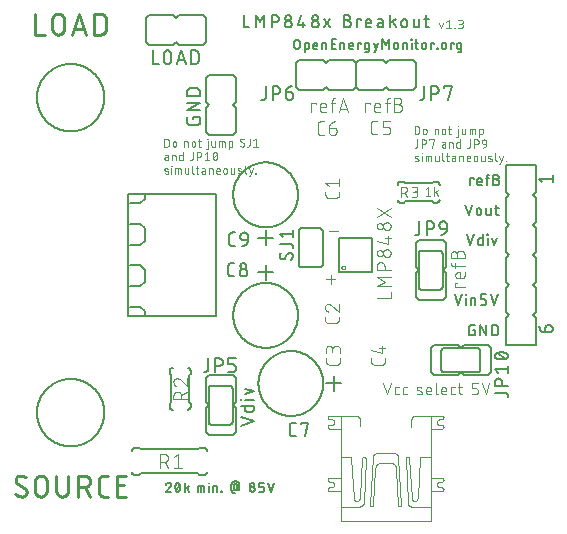
<source format=gto>
G75*
%MOIN*%
%OFA0B0*%
%FSLAX25Y25*%
%IPPOS*%
%LPD*%
%AMOC8*
5,1,8,0,0,1.08239X$1,22.5*
%
%ADD10C,0.00400*%
%ADD11C,0.00500*%
%ADD12C,0.01000*%
%ADD13C,0.00600*%
%ADD14C,0.00300*%
%ADD15C,0.00800*%
D10*
X0056895Y0018751D02*
X0056895Y0023351D01*
X0058172Y0023351D01*
X0058242Y0023349D01*
X0058313Y0023343D01*
X0058382Y0023334D01*
X0058451Y0023320D01*
X0058520Y0023303D01*
X0058587Y0023282D01*
X0058653Y0023257D01*
X0058717Y0023229D01*
X0058780Y0023197D01*
X0058841Y0023162D01*
X0058900Y0023123D01*
X0058957Y0023082D01*
X0059011Y0023037D01*
X0059063Y0022989D01*
X0059112Y0022939D01*
X0059159Y0022885D01*
X0059202Y0022830D01*
X0059242Y0022772D01*
X0059279Y0022712D01*
X0059312Y0022650D01*
X0059342Y0022586D01*
X0059369Y0022521D01*
X0059392Y0022455D01*
X0059411Y0022387D01*
X0059426Y0022318D01*
X0059438Y0022249D01*
X0059446Y0022179D01*
X0059450Y0022108D01*
X0059450Y0022038D01*
X0059446Y0021967D01*
X0059438Y0021897D01*
X0059426Y0021828D01*
X0059411Y0021759D01*
X0059392Y0021691D01*
X0059369Y0021625D01*
X0059342Y0021560D01*
X0059312Y0021496D01*
X0059279Y0021434D01*
X0059242Y0021374D01*
X0059202Y0021316D01*
X0059159Y0021261D01*
X0059112Y0021207D01*
X0059063Y0021157D01*
X0059011Y0021109D01*
X0058957Y0021064D01*
X0058900Y0021023D01*
X0058841Y0020984D01*
X0058780Y0020949D01*
X0058717Y0020917D01*
X0058653Y0020889D01*
X0058587Y0020864D01*
X0058520Y0020843D01*
X0058451Y0020826D01*
X0058382Y0020812D01*
X0058313Y0020803D01*
X0058242Y0020797D01*
X0058172Y0020795D01*
X0056895Y0020795D01*
X0058428Y0020795D02*
X0059450Y0018751D01*
X0061366Y0018751D02*
X0063921Y0018751D01*
X0062643Y0018751D02*
X0062643Y0023351D01*
X0061366Y0022329D01*
X0061205Y0041621D02*
X0061205Y0042899D01*
X0061207Y0042969D01*
X0061213Y0043040D01*
X0061222Y0043109D01*
X0061236Y0043178D01*
X0061253Y0043247D01*
X0061274Y0043314D01*
X0061299Y0043380D01*
X0061327Y0043444D01*
X0061359Y0043507D01*
X0061394Y0043568D01*
X0061433Y0043627D01*
X0061474Y0043684D01*
X0061519Y0043738D01*
X0061567Y0043790D01*
X0061617Y0043839D01*
X0061671Y0043886D01*
X0061726Y0043929D01*
X0061784Y0043969D01*
X0061844Y0044006D01*
X0061906Y0044039D01*
X0061970Y0044069D01*
X0062035Y0044096D01*
X0062101Y0044119D01*
X0062169Y0044138D01*
X0062238Y0044153D01*
X0062307Y0044165D01*
X0062377Y0044173D01*
X0062448Y0044177D01*
X0062518Y0044177D01*
X0062589Y0044173D01*
X0062659Y0044165D01*
X0062728Y0044153D01*
X0062797Y0044138D01*
X0062865Y0044119D01*
X0062931Y0044096D01*
X0062996Y0044069D01*
X0063060Y0044039D01*
X0063122Y0044006D01*
X0063182Y0043969D01*
X0063240Y0043929D01*
X0063295Y0043886D01*
X0063349Y0043839D01*
X0063399Y0043790D01*
X0063447Y0043738D01*
X0063492Y0043684D01*
X0063533Y0043627D01*
X0063572Y0043568D01*
X0063607Y0043507D01*
X0063639Y0043444D01*
X0063667Y0043380D01*
X0063692Y0043314D01*
X0063713Y0043247D01*
X0063730Y0043178D01*
X0063744Y0043109D01*
X0063753Y0043040D01*
X0063759Y0042969D01*
X0063761Y0042899D01*
X0063760Y0042899D02*
X0063760Y0041621D01*
X0063760Y0043155D02*
X0065805Y0044177D01*
X0065805Y0046092D02*
X0065805Y0048648D01*
X0065805Y0046092D02*
X0063249Y0048264D01*
X0061205Y0047498D02*
X0061207Y0047424D01*
X0061212Y0047350D01*
X0061222Y0047276D01*
X0061235Y0047203D01*
X0061251Y0047130D01*
X0061272Y0047059D01*
X0061296Y0046989D01*
X0061323Y0046920D01*
X0061354Y0046852D01*
X0061388Y0046786D01*
X0061425Y0046722D01*
X0061466Y0046660D01*
X0061510Y0046599D01*
X0061556Y0046542D01*
X0061606Y0046486D01*
X0061658Y0046433D01*
X0061713Y0046383D01*
X0061770Y0046336D01*
X0061830Y0046292D01*
X0061892Y0046250D01*
X0061955Y0046212D01*
X0062021Y0046177D01*
X0062088Y0046146D01*
X0062157Y0046118D01*
X0062227Y0046093D01*
X0063249Y0048265D02*
X0063202Y0048312D01*
X0063152Y0048356D01*
X0063100Y0048398D01*
X0063046Y0048437D01*
X0062990Y0048472D01*
X0062932Y0048505D01*
X0062872Y0048535D01*
X0062811Y0048561D01*
X0062748Y0048584D01*
X0062684Y0048603D01*
X0062620Y0048619D01*
X0062554Y0048632D01*
X0062488Y0048641D01*
X0062422Y0048646D01*
X0062355Y0048648D01*
X0062288Y0048646D01*
X0062221Y0048640D01*
X0062155Y0048631D01*
X0062090Y0048617D01*
X0062025Y0048600D01*
X0061962Y0048579D01*
X0061900Y0048554D01*
X0061839Y0048526D01*
X0061780Y0048494D01*
X0061723Y0048459D01*
X0061668Y0048420D01*
X0061616Y0048379D01*
X0061566Y0048334D01*
X0061519Y0048287D01*
X0061474Y0048237D01*
X0061433Y0048185D01*
X0061394Y0048130D01*
X0061359Y0048073D01*
X0061327Y0048014D01*
X0061299Y0047953D01*
X0061274Y0047891D01*
X0061253Y0047828D01*
X0061236Y0047763D01*
X0061222Y0047698D01*
X0061213Y0047632D01*
X0061207Y0047565D01*
X0061205Y0047498D01*
X0061205Y0041621D02*
X0065805Y0041621D01*
X0112653Y0032440D02*
X0112653Y0032439D01*
X0112653Y0032440D02*
X0112655Y0032392D01*
X0112660Y0032345D01*
X0112669Y0032298D01*
X0112682Y0032252D01*
X0112699Y0032207D01*
X0112719Y0032164D01*
X0112742Y0032122D01*
X0112768Y0032082D01*
X0112798Y0032045D01*
X0112830Y0032010D01*
X0112865Y0031977D01*
X0112903Y0031948D01*
X0112943Y0031921D01*
X0112984Y0031898D01*
X0113028Y0031878D01*
X0113073Y0031861D01*
X0113119Y0031849D01*
X0113165Y0031839D01*
X0113213Y0031834D01*
X0113261Y0031832D01*
X0113260Y0031832D02*
X0116958Y0031832D01*
X0113923Y0033102D02*
X0113316Y0033102D01*
X0113316Y0033101D02*
X0113267Y0033099D01*
X0113217Y0033094D01*
X0113169Y0033084D01*
X0113121Y0033072D01*
X0113074Y0033055D01*
X0113029Y0033035D01*
X0112985Y0033012D01*
X0112943Y0032986D01*
X0112903Y0032957D01*
X0112866Y0032924D01*
X0112831Y0032889D01*
X0112798Y0032852D01*
X0112769Y0032812D01*
X0112743Y0032770D01*
X0112720Y0032726D01*
X0112700Y0032681D01*
X0112683Y0032634D01*
X0112671Y0032586D01*
X0112661Y0032538D01*
X0112656Y0032488D01*
X0112654Y0032439D01*
X0113923Y0033102D02*
X0113981Y0033104D01*
X0114038Y0033110D01*
X0114095Y0033119D01*
X0114152Y0033132D01*
X0114207Y0033149D01*
X0114261Y0033169D01*
X0114314Y0033193D01*
X0114365Y0033220D01*
X0114414Y0033251D01*
X0114461Y0033284D01*
X0114505Y0033321D01*
X0114547Y0033361D01*
X0114587Y0033403D01*
X0114624Y0033447D01*
X0114657Y0033494D01*
X0114688Y0033544D01*
X0114715Y0033594D01*
X0114739Y0033647D01*
X0114759Y0033701D01*
X0114776Y0033756D01*
X0114789Y0033813D01*
X0114798Y0033870D01*
X0114804Y0033927D01*
X0114806Y0033985D01*
X0114806Y0034095D01*
X0114806Y0034096D02*
X0114804Y0034153D01*
X0114798Y0034211D01*
X0114789Y0034268D01*
X0114776Y0034324D01*
X0114759Y0034380D01*
X0114739Y0034434D01*
X0114715Y0034486D01*
X0114688Y0034537D01*
X0114657Y0034586D01*
X0114624Y0034633D01*
X0114587Y0034678D01*
X0114547Y0034720D01*
X0114505Y0034760D01*
X0114460Y0034797D01*
X0114413Y0034830D01*
X0114364Y0034861D01*
X0114313Y0034888D01*
X0114261Y0034912D01*
X0114207Y0034932D01*
X0114151Y0034949D01*
X0114095Y0034962D01*
X0114038Y0034971D01*
X0113980Y0034977D01*
X0113923Y0034979D01*
X0113923Y0034978D02*
X0113260Y0034978D01*
X0113212Y0034980D01*
X0113165Y0034985D01*
X0113118Y0034995D01*
X0113072Y0035008D01*
X0113028Y0035024D01*
X0112984Y0035044D01*
X0112943Y0035067D01*
X0112903Y0035094D01*
X0112866Y0035123D01*
X0112831Y0035156D01*
X0112798Y0035191D01*
X0112769Y0035228D01*
X0112742Y0035268D01*
X0112719Y0035309D01*
X0112699Y0035353D01*
X0112683Y0035397D01*
X0112670Y0035443D01*
X0112660Y0035490D01*
X0112655Y0035537D01*
X0112653Y0035585D01*
X0112654Y0035585D02*
X0112656Y0035634D01*
X0112661Y0035684D01*
X0112671Y0035732D01*
X0112683Y0035780D01*
X0112700Y0035827D01*
X0112720Y0035872D01*
X0112743Y0035916D01*
X0112769Y0035958D01*
X0112798Y0035998D01*
X0112831Y0036035D01*
X0112866Y0036070D01*
X0112903Y0036103D01*
X0112943Y0036132D01*
X0112985Y0036158D01*
X0113029Y0036181D01*
X0113074Y0036201D01*
X0113121Y0036218D01*
X0113169Y0036230D01*
X0113217Y0036240D01*
X0113267Y0036245D01*
X0113316Y0036247D01*
X0113316Y0036248D02*
X0117014Y0036248D01*
X0116958Y0036247D02*
X0121925Y0036247D01*
X0121926Y0036248D02*
X0121998Y0036246D01*
X0122071Y0036241D01*
X0122143Y0036232D01*
X0122215Y0036219D01*
X0122285Y0036202D01*
X0122355Y0036182D01*
X0122424Y0036159D01*
X0122492Y0036132D01*
X0122558Y0036101D01*
X0122622Y0036068D01*
X0122685Y0036031D01*
X0122746Y0035991D01*
X0122804Y0035948D01*
X0122861Y0035902D01*
X0122915Y0035853D01*
X0122966Y0035802D01*
X0123015Y0035748D01*
X0123061Y0035691D01*
X0123104Y0035633D01*
X0123144Y0035572D01*
X0123181Y0035509D01*
X0123214Y0035445D01*
X0123245Y0035379D01*
X0123272Y0035311D01*
X0123295Y0035242D01*
X0123315Y0035172D01*
X0123332Y0035102D01*
X0123345Y0035030D01*
X0123354Y0034958D01*
X0123359Y0034885D01*
X0123361Y0034813D01*
X0123360Y0034812D02*
X0123360Y0032715D01*
X0116958Y0036247D02*
X0116958Y0001200D01*
X0146928Y0001200D01*
X0146928Y0015439D01*
X0150626Y0015439D01*
X0150674Y0015437D01*
X0150721Y0015432D01*
X0150768Y0015423D01*
X0150814Y0015410D01*
X0150859Y0015393D01*
X0150902Y0015373D01*
X0150944Y0015350D01*
X0150983Y0015324D01*
X0151021Y0015294D01*
X0151056Y0015262D01*
X0151088Y0015227D01*
X0151118Y0015189D01*
X0151144Y0015149D01*
X0151168Y0015108D01*
X0151187Y0015064D01*
X0151204Y0015020D01*
X0151217Y0014974D01*
X0151226Y0014927D01*
X0151231Y0014879D01*
X0151233Y0014832D01*
X0151233Y0014832D01*
X0151231Y0014783D01*
X0151226Y0014733D01*
X0151216Y0014685D01*
X0151204Y0014637D01*
X0151187Y0014590D01*
X0151167Y0014545D01*
X0151144Y0014501D01*
X0151118Y0014459D01*
X0151089Y0014419D01*
X0151056Y0014382D01*
X0151021Y0014347D01*
X0150984Y0014314D01*
X0150944Y0014285D01*
X0150902Y0014259D01*
X0150858Y0014236D01*
X0150813Y0014216D01*
X0150766Y0014199D01*
X0150718Y0014187D01*
X0150670Y0014177D01*
X0150620Y0014172D01*
X0150571Y0014170D01*
X0149964Y0014170D01*
X0149906Y0014168D01*
X0149849Y0014163D01*
X0149792Y0014153D01*
X0149735Y0014140D01*
X0149680Y0014123D01*
X0149626Y0014103D01*
X0149573Y0014079D01*
X0149522Y0014052D01*
X0149473Y0014021D01*
X0149426Y0013988D01*
X0149382Y0013951D01*
X0149339Y0013912D01*
X0149300Y0013869D01*
X0149263Y0013825D01*
X0149230Y0013778D01*
X0149199Y0013729D01*
X0149172Y0013678D01*
X0149148Y0013625D01*
X0149128Y0013571D01*
X0149111Y0013516D01*
X0149098Y0013459D01*
X0149088Y0013402D01*
X0149083Y0013345D01*
X0149081Y0013287D01*
X0149080Y0013287D02*
X0149080Y0013176D01*
X0149081Y0013177D02*
X0149083Y0013119D01*
X0149089Y0013061D01*
X0149098Y0013004D01*
X0149111Y0012948D01*
X0149128Y0012893D01*
X0149148Y0012839D01*
X0149172Y0012786D01*
X0149199Y0012735D01*
X0149230Y0012686D01*
X0149264Y0012639D01*
X0149300Y0012595D01*
X0149340Y0012553D01*
X0149382Y0012513D01*
X0149426Y0012477D01*
X0149473Y0012443D01*
X0149522Y0012412D01*
X0149573Y0012385D01*
X0149626Y0012361D01*
X0149680Y0012341D01*
X0149735Y0012324D01*
X0149791Y0012311D01*
X0149848Y0012302D01*
X0149906Y0012296D01*
X0149964Y0012294D01*
X0149964Y0012293D02*
X0150626Y0012293D01*
X0150674Y0012291D01*
X0150721Y0012286D01*
X0150768Y0012276D01*
X0150814Y0012263D01*
X0150858Y0012247D01*
X0150902Y0012227D01*
X0150943Y0012204D01*
X0150983Y0012177D01*
X0151020Y0012148D01*
X0151055Y0012115D01*
X0151088Y0012080D01*
X0151117Y0012043D01*
X0151144Y0012003D01*
X0151167Y0011962D01*
X0151187Y0011918D01*
X0151203Y0011874D01*
X0151216Y0011828D01*
X0151226Y0011781D01*
X0151231Y0011734D01*
X0151233Y0011686D01*
X0151231Y0011637D01*
X0151226Y0011587D01*
X0151216Y0011539D01*
X0151204Y0011491D01*
X0151187Y0011444D01*
X0151167Y0011399D01*
X0151144Y0011355D01*
X0151118Y0011313D01*
X0151089Y0011273D01*
X0151056Y0011236D01*
X0151021Y0011201D01*
X0150984Y0011168D01*
X0150944Y0011139D01*
X0150902Y0011113D01*
X0150858Y0011090D01*
X0150813Y0011070D01*
X0150766Y0011053D01*
X0150718Y0011041D01*
X0150670Y0011031D01*
X0150620Y0011026D01*
X0150571Y0011024D01*
X0147149Y0011024D01*
X0146707Y0005892D02*
X0140636Y0005892D01*
X0140563Y0005894D01*
X0140491Y0005900D01*
X0140420Y0005909D01*
X0140349Y0005922D01*
X0140279Y0005939D01*
X0140209Y0005960D01*
X0140141Y0005984D01*
X0140075Y0006011D01*
X0140009Y0006042D01*
X0139946Y0006077D01*
X0139884Y0006115D01*
X0139825Y0006156D01*
X0139767Y0006200D01*
X0139713Y0006246D01*
X0139660Y0006296D01*
X0139610Y0006349D01*
X0139564Y0006403D01*
X0139520Y0006461D01*
X0139479Y0006520D01*
X0139441Y0006582D01*
X0139406Y0006645D01*
X0139375Y0006711D01*
X0139348Y0006777D01*
X0139324Y0006845D01*
X0139303Y0006915D01*
X0139286Y0006985D01*
X0139273Y0007056D01*
X0139264Y0007127D01*
X0139258Y0007199D01*
X0139256Y0007272D01*
X0139256Y0007437D01*
X0138594Y0021898D01*
X0138593Y0021946D01*
X0138597Y0021993D01*
X0138605Y0022040D01*
X0138616Y0022087D01*
X0138632Y0022132D01*
X0138651Y0022176D01*
X0138673Y0022218D01*
X0138699Y0022259D01*
X0138729Y0022297D01*
X0138761Y0022332D01*
X0138796Y0022365D01*
X0138833Y0022394D01*
X0138873Y0022421D01*
X0138915Y0022444D01*
X0138959Y0022463D01*
X0139004Y0022479D01*
X0139051Y0022491D01*
X0139098Y0022499D01*
X0139145Y0022503D01*
X0139193Y0022504D01*
X0139241Y0022500D01*
X0139288Y0022492D01*
X0139335Y0022481D01*
X0139380Y0022466D01*
X0139424Y0022447D01*
X0139466Y0022424D01*
X0139507Y0022398D01*
X0139545Y0022369D01*
X0139580Y0022337D01*
X0139613Y0022302D01*
X0139643Y0022265D01*
X0139669Y0022225D01*
X0139692Y0022183D01*
X0139712Y0022139D01*
X0139728Y0022094D01*
X0139740Y0022048D01*
X0139748Y0022000D01*
X0139752Y0021953D01*
X0139753Y0021953D02*
X0140636Y0008596D01*
X0140642Y0008535D01*
X0140652Y0008474D01*
X0140666Y0008414D01*
X0140684Y0008354D01*
X0140705Y0008296D01*
X0140730Y0008240D01*
X0140759Y0008185D01*
X0140791Y0008132D01*
X0140826Y0008082D01*
X0140864Y0008033D01*
X0140906Y0007988D01*
X0140950Y0007945D01*
X0140997Y0007905D01*
X0141047Y0007868D01*
X0141098Y0007834D01*
X0141152Y0007803D01*
X0141208Y0007777D01*
X0141265Y0007753D01*
X0141324Y0007734D01*
X0141383Y0007718D01*
X0141444Y0007706D01*
X0141505Y0007698D01*
X0141567Y0007694D01*
X0141629Y0007693D01*
X0141690Y0007697D01*
X0141752Y0007705D01*
X0141812Y0007716D01*
X0141872Y0007732D01*
X0141931Y0007751D01*
X0141988Y0007774D01*
X0142044Y0007800D01*
X0142098Y0007830D01*
X0142150Y0007864D01*
X0142200Y0007900D01*
X0142247Y0007940D01*
X0142291Y0007983D01*
X0142333Y0008028D01*
X0142372Y0008076D01*
X0142408Y0008127D01*
X0142440Y0008179D01*
X0142469Y0008234D01*
X0142495Y0008290D01*
X0142516Y0008348D01*
X0142534Y0008407D01*
X0142549Y0008467D01*
X0142559Y0008528D01*
X0142565Y0008590D01*
X0142568Y0008651D01*
X0143451Y0022063D01*
X0143455Y0022104D01*
X0143463Y0022144D01*
X0143475Y0022183D01*
X0143489Y0022221D01*
X0143507Y0022258D01*
X0143528Y0022293D01*
X0143552Y0022326D01*
X0143579Y0022357D01*
X0143609Y0022385D01*
X0143640Y0022411D01*
X0143674Y0022434D01*
X0143710Y0022454D01*
X0143747Y0022471D01*
X0143785Y0022485D01*
X0143825Y0022495D01*
X0143865Y0022501D01*
X0143906Y0022505D01*
X0143947Y0022504D01*
X0143947Y0022505D02*
X0146707Y0022505D01*
X0146928Y0015439D02*
X0146928Y0036247D01*
X0150626Y0036247D01*
X0150674Y0036245D01*
X0150721Y0036240D01*
X0150768Y0036231D01*
X0150814Y0036218D01*
X0150859Y0036201D01*
X0150902Y0036181D01*
X0150944Y0036158D01*
X0150983Y0036132D01*
X0151021Y0036102D01*
X0151056Y0036070D01*
X0151088Y0036035D01*
X0151118Y0035997D01*
X0151144Y0035957D01*
X0151168Y0035916D01*
X0151187Y0035872D01*
X0151204Y0035828D01*
X0151217Y0035782D01*
X0151226Y0035735D01*
X0151231Y0035687D01*
X0151233Y0035640D01*
X0151233Y0035640D01*
X0151231Y0035591D01*
X0151226Y0035541D01*
X0151216Y0035493D01*
X0151204Y0035445D01*
X0151187Y0035398D01*
X0151167Y0035353D01*
X0151144Y0035309D01*
X0151118Y0035267D01*
X0151089Y0035227D01*
X0151056Y0035190D01*
X0151021Y0035155D01*
X0150984Y0035122D01*
X0150944Y0035093D01*
X0150902Y0035067D01*
X0150858Y0035044D01*
X0150813Y0035024D01*
X0150766Y0035007D01*
X0150718Y0034995D01*
X0150670Y0034985D01*
X0150620Y0034980D01*
X0150571Y0034978D01*
X0149964Y0034978D01*
X0149963Y0034978D02*
X0149905Y0034976D01*
X0149848Y0034971D01*
X0149791Y0034961D01*
X0149734Y0034948D01*
X0149679Y0034931D01*
X0149625Y0034911D01*
X0149572Y0034887D01*
X0149521Y0034860D01*
X0149472Y0034830D01*
X0149425Y0034796D01*
X0149381Y0034759D01*
X0149338Y0034720D01*
X0149299Y0034677D01*
X0149262Y0034633D01*
X0149228Y0034586D01*
X0149198Y0034537D01*
X0149171Y0034486D01*
X0149147Y0034433D01*
X0149127Y0034379D01*
X0149110Y0034324D01*
X0149097Y0034267D01*
X0149087Y0034210D01*
X0149082Y0034153D01*
X0149080Y0034095D01*
X0149080Y0033984D01*
X0149081Y0033984D02*
X0149083Y0033926D01*
X0149089Y0033869D01*
X0149098Y0033812D01*
X0149111Y0033755D01*
X0149128Y0033700D01*
X0149148Y0033646D01*
X0149172Y0033593D01*
X0149199Y0033543D01*
X0149230Y0033493D01*
X0149263Y0033446D01*
X0149300Y0033402D01*
X0149340Y0033360D01*
X0149382Y0033320D01*
X0149426Y0033283D01*
X0149473Y0033250D01*
X0149523Y0033219D01*
X0149573Y0033192D01*
X0149626Y0033168D01*
X0149680Y0033148D01*
X0149735Y0033131D01*
X0149792Y0033118D01*
X0149849Y0033109D01*
X0149906Y0033103D01*
X0149964Y0033101D01*
X0150626Y0033101D01*
X0150674Y0033099D01*
X0150721Y0033094D01*
X0150768Y0033084D01*
X0150814Y0033071D01*
X0150858Y0033055D01*
X0150902Y0033035D01*
X0150943Y0033012D01*
X0150983Y0032985D01*
X0151020Y0032956D01*
X0151055Y0032923D01*
X0151088Y0032888D01*
X0151117Y0032851D01*
X0151144Y0032811D01*
X0151167Y0032770D01*
X0151187Y0032726D01*
X0151203Y0032682D01*
X0151216Y0032636D01*
X0151226Y0032589D01*
X0151231Y0032542D01*
X0151233Y0032494D01*
X0151231Y0032445D01*
X0151226Y0032395D01*
X0151216Y0032347D01*
X0151204Y0032299D01*
X0151187Y0032252D01*
X0151167Y0032207D01*
X0151144Y0032163D01*
X0151118Y0032121D01*
X0151089Y0032081D01*
X0151056Y0032044D01*
X0151021Y0032009D01*
X0150984Y0031976D01*
X0150944Y0031947D01*
X0150902Y0031921D01*
X0150858Y0031898D01*
X0150813Y0031878D01*
X0150766Y0031861D01*
X0150718Y0031849D01*
X0150670Y0031839D01*
X0150620Y0031834D01*
X0150571Y0031832D01*
X0147149Y0031832D01*
X0141905Y0036248D02*
X0141833Y0036246D01*
X0141761Y0036240D01*
X0141689Y0036231D01*
X0141618Y0036218D01*
X0141548Y0036201D01*
X0141479Y0036181D01*
X0141411Y0036156D01*
X0141344Y0036129D01*
X0141279Y0036098D01*
X0141215Y0036063D01*
X0141153Y0036025D01*
X0141094Y0035984D01*
X0141037Y0035940D01*
X0140982Y0035894D01*
X0140929Y0035844D01*
X0140879Y0035791D01*
X0140833Y0035736D01*
X0140789Y0035679D01*
X0140748Y0035620D01*
X0140710Y0035558D01*
X0140675Y0035494D01*
X0140644Y0035429D01*
X0140617Y0035362D01*
X0140592Y0035294D01*
X0140572Y0035225D01*
X0140555Y0035155D01*
X0140542Y0035084D01*
X0140533Y0035012D01*
X0140527Y0034940D01*
X0140525Y0034868D01*
X0140525Y0034867D02*
X0140525Y0032549D01*
X0141905Y0036247D02*
X0146928Y0036247D01*
X0147102Y0043352D02*
X0146102Y0043352D01*
X0146055Y0043354D01*
X0146008Y0043359D01*
X0145962Y0043369D01*
X0145917Y0043381D01*
X0145872Y0043398D01*
X0145830Y0043417D01*
X0145789Y0043440D01*
X0145749Y0043467D01*
X0145712Y0043496D01*
X0145678Y0043528D01*
X0145646Y0043562D01*
X0145617Y0043599D01*
X0145590Y0043639D01*
X0145567Y0043680D01*
X0145548Y0043722D01*
X0145531Y0043767D01*
X0145519Y0043812D01*
X0145509Y0043858D01*
X0145504Y0043905D01*
X0145502Y0043952D01*
X0145502Y0044952D01*
X0145502Y0044552D02*
X0147102Y0044552D01*
X0147102Y0044952D01*
X0147100Y0045008D01*
X0147094Y0045063D01*
X0147085Y0045118D01*
X0147071Y0045173D01*
X0147054Y0045226D01*
X0147033Y0045277D01*
X0147008Y0045328D01*
X0146980Y0045376D01*
X0146949Y0045422D01*
X0146915Y0045466D01*
X0146877Y0045508D01*
X0146837Y0045547D01*
X0146795Y0045582D01*
X0146749Y0045615D01*
X0146702Y0045645D01*
X0146653Y0045671D01*
X0146602Y0045694D01*
X0146549Y0045713D01*
X0146496Y0045728D01*
X0146441Y0045740D01*
X0146386Y0045748D01*
X0146330Y0045752D01*
X0146274Y0045752D01*
X0146218Y0045748D01*
X0146163Y0045740D01*
X0146108Y0045728D01*
X0146055Y0045713D01*
X0146002Y0045694D01*
X0145951Y0045671D01*
X0145902Y0045645D01*
X0145855Y0045615D01*
X0145809Y0045582D01*
X0145767Y0045547D01*
X0145727Y0045508D01*
X0145689Y0045466D01*
X0145655Y0045422D01*
X0145624Y0045376D01*
X0145596Y0045328D01*
X0145571Y0045277D01*
X0145550Y0045226D01*
X0145533Y0045173D01*
X0145519Y0045118D01*
X0145510Y0045063D01*
X0145504Y0045008D01*
X0145502Y0044952D01*
X0143682Y0044352D02*
X0142682Y0044752D01*
X0142641Y0044771D01*
X0142602Y0044793D01*
X0142565Y0044818D01*
X0142530Y0044846D01*
X0142498Y0044878D01*
X0142468Y0044912D01*
X0142442Y0044948D01*
X0142419Y0044987D01*
X0142399Y0045027D01*
X0142383Y0045069D01*
X0142370Y0045113D01*
X0142362Y0045157D01*
X0142357Y0045201D01*
X0142356Y0045246D01*
X0142359Y0045291D01*
X0142366Y0045336D01*
X0142377Y0045379D01*
X0142391Y0045422D01*
X0142409Y0045463D01*
X0142431Y0045503D01*
X0142456Y0045540D01*
X0142484Y0045575D01*
X0142515Y0045608D01*
X0142549Y0045638D01*
X0142585Y0045664D01*
X0142623Y0045688D01*
X0142664Y0045708D01*
X0142706Y0045725D01*
X0142749Y0045737D01*
X0142793Y0045746D01*
X0142837Y0045752D01*
X0142882Y0045753D01*
X0142382Y0043552D02*
X0142489Y0043516D01*
X0142596Y0043483D01*
X0142705Y0043454D01*
X0142814Y0043429D01*
X0142924Y0043407D01*
X0143035Y0043388D01*
X0143146Y0043374D01*
X0143258Y0043363D01*
X0143370Y0043356D01*
X0143483Y0043352D01*
X0143482Y0043352D02*
X0143527Y0043353D01*
X0143571Y0043359D01*
X0143615Y0043368D01*
X0143658Y0043380D01*
X0143700Y0043397D01*
X0143741Y0043417D01*
X0143779Y0043441D01*
X0143815Y0043467D01*
X0143849Y0043497D01*
X0143880Y0043530D01*
X0143908Y0043565D01*
X0143933Y0043602D01*
X0143955Y0043642D01*
X0143973Y0043683D01*
X0143987Y0043726D01*
X0143998Y0043769D01*
X0144005Y0043814D01*
X0144008Y0043859D01*
X0144007Y0043904D01*
X0144002Y0043948D01*
X0143994Y0043992D01*
X0143981Y0044036D01*
X0143965Y0044078D01*
X0143945Y0044118D01*
X0143922Y0044157D01*
X0143896Y0044193D01*
X0143866Y0044227D01*
X0143834Y0044259D01*
X0143799Y0044287D01*
X0143762Y0044312D01*
X0143723Y0044334D01*
X0143682Y0044353D01*
X0143782Y0045552D02*
X0143697Y0045588D01*
X0143610Y0045621D01*
X0143522Y0045650D01*
X0143433Y0045676D01*
X0143343Y0045698D01*
X0143252Y0045716D01*
X0143160Y0045731D01*
X0143068Y0045742D01*
X0142975Y0045749D01*
X0142882Y0045752D01*
X0139107Y0045752D02*
X0138307Y0045752D01*
X0138260Y0045750D01*
X0138213Y0045745D01*
X0138167Y0045735D01*
X0138122Y0045723D01*
X0138077Y0045706D01*
X0138035Y0045687D01*
X0137994Y0045664D01*
X0137954Y0045637D01*
X0137917Y0045608D01*
X0137883Y0045576D01*
X0137851Y0045542D01*
X0137822Y0045505D01*
X0137795Y0045465D01*
X0137772Y0045424D01*
X0137753Y0045382D01*
X0137736Y0045337D01*
X0137724Y0045292D01*
X0137714Y0045246D01*
X0137709Y0045199D01*
X0137707Y0045152D01*
X0137707Y0043952D01*
X0137709Y0043905D01*
X0137714Y0043858D01*
X0137724Y0043812D01*
X0137736Y0043767D01*
X0137753Y0043722D01*
X0137772Y0043680D01*
X0137795Y0043639D01*
X0137822Y0043599D01*
X0137851Y0043562D01*
X0137883Y0043528D01*
X0137917Y0043496D01*
X0137954Y0043467D01*
X0137994Y0043440D01*
X0138035Y0043417D01*
X0138077Y0043398D01*
X0138122Y0043381D01*
X0138167Y0043369D01*
X0138213Y0043359D01*
X0138260Y0043354D01*
X0138307Y0043352D01*
X0139107Y0043352D01*
X0136347Y0043352D02*
X0135547Y0043352D01*
X0135500Y0043354D01*
X0135453Y0043359D01*
X0135407Y0043369D01*
X0135362Y0043381D01*
X0135317Y0043398D01*
X0135275Y0043417D01*
X0135234Y0043440D01*
X0135194Y0043467D01*
X0135157Y0043496D01*
X0135123Y0043528D01*
X0135091Y0043562D01*
X0135062Y0043599D01*
X0135035Y0043639D01*
X0135012Y0043680D01*
X0134993Y0043722D01*
X0134976Y0043767D01*
X0134964Y0043812D01*
X0134954Y0043858D01*
X0134949Y0043905D01*
X0134947Y0043952D01*
X0134947Y0045152D01*
X0134949Y0045199D01*
X0134954Y0045246D01*
X0134964Y0045292D01*
X0134976Y0045337D01*
X0134993Y0045382D01*
X0135012Y0045424D01*
X0135035Y0045465D01*
X0135062Y0045505D01*
X0135091Y0045542D01*
X0135123Y0045576D01*
X0135157Y0045608D01*
X0135194Y0045637D01*
X0135234Y0045664D01*
X0135275Y0045687D01*
X0135317Y0045706D01*
X0135362Y0045723D01*
X0135407Y0045735D01*
X0135453Y0045745D01*
X0135500Y0045750D01*
X0135547Y0045752D01*
X0136347Y0045752D01*
X0133582Y0046952D02*
X0132382Y0043352D01*
X0131182Y0046952D01*
X0130715Y0053213D02*
X0128159Y0053213D01*
X0128097Y0053215D01*
X0128036Y0053220D01*
X0127975Y0053230D01*
X0127914Y0053243D01*
X0127855Y0053259D01*
X0127797Y0053279D01*
X0127740Y0053303D01*
X0127684Y0053330D01*
X0127630Y0053360D01*
X0127578Y0053394D01*
X0127529Y0053430D01*
X0127481Y0053470D01*
X0127436Y0053512D01*
X0127394Y0053557D01*
X0127355Y0053605D01*
X0127318Y0053654D01*
X0127284Y0053706D01*
X0127254Y0053760D01*
X0127227Y0053816D01*
X0127203Y0053873D01*
X0127183Y0053931D01*
X0127167Y0053990D01*
X0127154Y0054051D01*
X0127144Y0054112D01*
X0127139Y0054173D01*
X0127137Y0054235D01*
X0127137Y0055258D01*
X0127137Y0057999D02*
X0130715Y0056976D01*
X0130715Y0059532D01*
X0129693Y0058765D02*
X0131737Y0058765D01*
X0131737Y0055258D02*
X0131737Y0054235D01*
X0131735Y0054173D01*
X0131730Y0054112D01*
X0131720Y0054051D01*
X0131707Y0053990D01*
X0131691Y0053931D01*
X0131671Y0053873D01*
X0131647Y0053816D01*
X0131620Y0053760D01*
X0131590Y0053706D01*
X0131556Y0053654D01*
X0131520Y0053605D01*
X0131480Y0053557D01*
X0131438Y0053512D01*
X0131393Y0053470D01*
X0131345Y0053430D01*
X0131296Y0053394D01*
X0131244Y0053360D01*
X0131190Y0053330D01*
X0131134Y0053303D01*
X0131077Y0053279D01*
X0131019Y0053259D01*
X0130960Y0053243D01*
X0130899Y0053230D01*
X0130838Y0053220D01*
X0130777Y0053215D01*
X0130715Y0053213D01*
X0116737Y0054235D02*
X0116737Y0055258D01*
X0116737Y0054235D02*
X0116735Y0054173D01*
X0116730Y0054112D01*
X0116720Y0054051D01*
X0116707Y0053990D01*
X0116691Y0053931D01*
X0116671Y0053873D01*
X0116647Y0053816D01*
X0116620Y0053760D01*
X0116590Y0053706D01*
X0116556Y0053654D01*
X0116520Y0053605D01*
X0116480Y0053557D01*
X0116438Y0053512D01*
X0116393Y0053470D01*
X0116345Y0053430D01*
X0116296Y0053394D01*
X0116244Y0053360D01*
X0116190Y0053330D01*
X0116134Y0053303D01*
X0116077Y0053279D01*
X0116019Y0053259D01*
X0115960Y0053243D01*
X0115899Y0053230D01*
X0115838Y0053220D01*
X0115777Y0053215D01*
X0115715Y0053213D01*
X0113159Y0053213D01*
X0113097Y0053215D01*
X0113036Y0053220D01*
X0112975Y0053230D01*
X0112914Y0053243D01*
X0112855Y0053259D01*
X0112797Y0053279D01*
X0112740Y0053303D01*
X0112684Y0053330D01*
X0112630Y0053360D01*
X0112578Y0053394D01*
X0112529Y0053430D01*
X0112481Y0053470D01*
X0112436Y0053512D01*
X0112394Y0053557D01*
X0112355Y0053605D01*
X0112318Y0053654D01*
X0112284Y0053706D01*
X0112254Y0053760D01*
X0112227Y0053816D01*
X0112203Y0053873D01*
X0112183Y0053931D01*
X0112167Y0053990D01*
X0112154Y0054051D01*
X0112144Y0054112D01*
X0112139Y0054173D01*
X0112137Y0054235D01*
X0112137Y0055258D01*
X0112137Y0056976D02*
X0112137Y0058510D01*
X0112139Y0058573D01*
X0112145Y0058636D01*
X0112154Y0058698D01*
X0112168Y0058759D01*
X0112185Y0058820D01*
X0112206Y0058879D01*
X0112231Y0058937D01*
X0112259Y0058994D01*
X0112290Y0059048D01*
X0112325Y0059100D01*
X0112363Y0059151D01*
X0112404Y0059199D01*
X0112448Y0059244D01*
X0112494Y0059286D01*
X0112543Y0059326D01*
X0112594Y0059362D01*
X0112648Y0059395D01*
X0112703Y0059425D01*
X0112761Y0059451D01*
X0112819Y0059474D01*
X0112879Y0059493D01*
X0112940Y0059508D01*
X0113002Y0059520D01*
X0113065Y0059528D01*
X0113128Y0059532D01*
X0113190Y0059532D01*
X0113253Y0059528D01*
X0113316Y0059520D01*
X0113378Y0059508D01*
X0113439Y0059493D01*
X0113499Y0059474D01*
X0113557Y0059451D01*
X0113615Y0059425D01*
X0113670Y0059395D01*
X0113724Y0059362D01*
X0113775Y0059326D01*
X0113824Y0059286D01*
X0113870Y0059244D01*
X0113914Y0059199D01*
X0113955Y0059151D01*
X0113993Y0059100D01*
X0114028Y0059048D01*
X0114059Y0058994D01*
X0114087Y0058937D01*
X0114112Y0058879D01*
X0114133Y0058820D01*
X0114150Y0058759D01*
X0114164Y0058698D01*
X0114173Y0058636D01*
X0114179Y0058573D01*
X0114181Y0058510D01*
X0114181Y0057487D01*
X0114181Y0058254D02*
X0114183Y0058324D01*
X0114189Y0058395D01*
X0114198Y0058464D01*
X0114212Y0058533D01*
X0114229Y0058602D01*
X0114250Y0058669D01*
X0114275Y0058735D01*
X0114303Y0058799D01*
X0114335Y0058862D01*
X0114370Y0058923D01*
X0114409Y0058982D01*
X0114450Y0059039D01*
X0114495Y0059093D01*
X0114543Y0059145D01*
X0114593Y0059194D01*
X0114647Y0059241D01*
X0114702Y0059284D01*
X0114760Y0059324D01*
X0114820Y0059361D01*
X0114882Y0059394D01*
X0114946Y0059424D01*
X0115011Y0059451D01*
X0115077Y0059474D01*
X0115145Y0059493D01*
X0115214Y0059508D01*
X0115283Y0059520D01*
X0115353Y0059528D01*
X0115424Y0059532D01*
X0115494Y0059532D01*
X0115565Y0059528D01*
X0115635Y0059520D01*
X0115704Y0059508D01*
X0115773Y0059493D01*
X0115841Y0059474D01*
X0115907Y0059451D01*
X0115972Y0059424D01*
X0116036Y0059394D01*
X0116098Y0059361D01*
X0116158Y0059324D01*
X0116216Y0059284D01*
X0116271Y0059241D01*
X0116325Y0059194D01*
X0116375Y0059145D01*
X0116423Y0059093D01*
X0116468Y0059039D01*
X0116509Y0058982D01*
X0116548Y0058923D01*
X0116583Y0058862D01*
X0116615Y0058799D01*
X0116643Y0058735D01*
X0116668Y0058669D01*
X0116689Y0058602D01*
X0116706Y0058533D01*
X0116720Y0058464D01*
X0116729Y0058395D01*
X0116735Y0058324D01*
X0116737Y0058254D01*
X0116737Y0056976D01*
X0115296Y0067125D02*
X0112740Y0067125D01*
X0112740Y0067126D02*
X0112678Y0067128D01*
X0112617Y0067133D01*
X0112556Y0067143D01*
X0112495Y0067156D01*
X0112436Y0067172D01*
X0112378Y0067192D01*
X0112321Y0067216D01*
X0112265Y0067243D01*
X0112211Y0067273D01*
X0112159Y0067307D01*
X0112110Y0067343D01*
X0112062Y0067383D01*
X0112017Y0067425D01*
X0111975Y0067470D01*
X0111936Y0067518D01*
X0111899Y0067567D01*
X0111865Y0067619D01*
X0111835Y0067673D01*
X0111808Y0067729D01*
X0111784Y0067786D01*
X0111764Y0067844D01*
X0111748Y0067903D01*
X0111735Y0067964D01*
X0111725Y0068025D01*
X0111720Y0068086D01*
X0111718Y0068148D01*
X0111718Y0069170D01*
X0115296Y0067126D02*
X0115358Y0067128D01*
X0115419Y0067133D01*
X0115480Y0067143D01*
X0115541Y0067156D01*
X0115600Y0067172D01*
X0115658Y0067192D01*
X0115715Y0067216D01*
X0115771Y0067243D01*
X0115825Y0067273D01*
X0115877Y0067307D01*
X0115926Y0067343D01*
X0115974Y0067383D01*
X0116019Y0067425D01*
X0116061Y0067470D01*
X0116101Y0067518D01*
X0116137Y0067567D01*
X0116171Y0067619D01*
X0116201Y0067673D01*
X0116228Y0067729D01*
X0116252Y0067786D01*
X0116272Y0067844D01*
X0116288Y0067903D01*
X0116301Y0067964D01*
X0116311Y0068025D01*
X0116316Y0068086D01*
X0116318Y0068148D01*
X0116318Y0069170D01*
X0116318Y0070888D02*
X0116318Y0073444D01*
X0116318Y0070888D02*
X0113763Y0073061D01*
X0111718Y0072294D02*
X0111720Y0072220D01*
X0111725Y0072146D01*
X0111735Y0072072D01*
X0111748Y0071999D01*
X0111764Y0071926D01*
X0111785Y0071855D01*
X0111809Y0071785D01*
X0111836Y0071716D01*
X0111867Y0071648D01*
X0111901Y0071582D01*
X0111938Y0071518D01*
X0111979Y0071456D01*
X0112023Y0071395D01*
X0112069Y0071338D01*
X0112119Y0071282D01*
X0112171Y0071229D01*
X0112226Y0071179D01*
X0112283Y0071132D01*
X0112343Y0071088D01*
X0112405Y0071046D01*
X0112468Y0071008D01*
X0112534Y0070973D01*
X0112601Y0070942D01*
X0112670Y0070914D01*
X0112740Y0070889D01*
X0113762Y0073061D02*
X0113715Y0073108D01*
X0113665Y0073152D01*
X0113613Y0073194D01*
X0113559Y0073233D01*
X0113503Y0073268D01*
X0113445Y0073301D01*
X0113385Y0073331D01*
X0113324Y0073357D01*
X0113261Y0073380D01*
X0113197Y0073399D01*
X0113133Y0073415D01*
X0113067Y0073428D01*
X0113001Y0073437D01*
X0112935Y0073442D01*
X0112868Y0073444D01*
X0112801Y0073442D01*
X0112734Y0073436D01*
X0112668Y0073427D01*
X0112603Y0073413D01*
X0112538Y0073396D01*
X0112475Y0073375D01*
X0112413Y0073350D01*
X0112352Y0073322D01*
X0112293Y0073290D01*
X0112236Y0073255D01*
X0112181Y0073216D01*
X0112129Y0073175D01*
X0112079Y0073130D01*
X0112032Y0073083D01*
X0111987Y0073033D01*
X0111946Y0072981D01*
X0111907Y0072926D01*
X0111872Y0072869D01*
X0111840Y0072810D01*
X0111812Y0072749D01*
X0111787Y0072687D01*
X0111766Y0072624D01*
X0111749Y0072559D01*
X0111735Y0072494D01*
X0111726Y0072428D01*
X0111720Y0072361D01*
X0111718Y0072294D01*
X0113670Y0080187D02*
X0113670Y0083254D01*
X0112137Y0081721D02*
X0115204Y0081721D01*
X0117186Y0085572D02*
X0117188Y0085621D01*
X0117194Y0085670D01*
X0117203Y0085718D01*
X0117217Y0085765D01*
X0117234Y0085811D01*
X0117255Y0085855D01*
X0117279Y0085898D01*
X0117307Y0085939D01*
X0117337Y0085977D01*
X0117371Y0086013D01*
X0117407Y0086046D01*
X0117446Y0086075D01*
X0117487Y0086102D01*
X0117531Y0086126D01*
X0117575Y0086145D01*
X0117622Y0086162D01*
X0117669Y0086174D01*
X0117717Y0086183D01*
X0117766Y0086188D01*
X0117815Y0086189D01*
X0117864Y0086186D01*
X0117913Y0086179D01*
X0117961Y0086169D01*
X0118008Y0086154D01*
X0118053Y0086136D01*
X0118097Y0086114D01*
X0118139Y0086089D01*
X0118179Y0086061D01*
X0118217Y0086029D01*
X0118252Y0085995D01*
X0118284Y0085958D01*
X0118313Y0085919D01*
X0118339Y0085877D01*
X0118362Y0085833D01*
X0118381Y0085788D01*
X0118396Y0085742D01*
X0118408Y0085694D01*
X0118416Y0085645D01*
X0118420Y0085597D01*
X0118420Y0085547D01*
X0118416Y0085499D01*
X0118408Y0085450D01*
X0118396Y0085402D01*
X0118381Y0085356D01*
X0118362Y0085311D01*
X0118339Y0085267D01*
X0118313Y0085225D01*
X0118284Y0085186D01*
X0118252Y0085149D01*
X0118217Y0085115D01*
X0118179Y0085083D01*
X0118139Y0085055D01*
X0118097Y0085030D01*
X0118053Y0085008D01*
X0118008Y0084990D01*
X0117961Y0084975D01*
X0117913Y0084965D01*
X0117864Y0084958D01*
X0117815Y0084955D01*
X0117766Y0084956D01*
X0117717Y0084961D01*
X0117669Y0084970D01*
X0117622Y0084982D01*
X0117575Y0084999D01*
X0117531Y0085018D01*
X0117487Y0085042D01*
X0117446Y0085069D01*
X0117407Y0085098D01*
X0117371Y0085131D01*
X0117337Y0085167D01*
X0117307Y0085205D01*
X0117279Y0085246D01*
X0117255Y0085289D01*
X0117234Y0085333D01*
X0117217Y0085379D01*
X0117203Y0085426D01*
X0117194Y0085474D01*
X0117188Y0085523D01*
X0117186Y0085572D01*
X0129011Y0086058D02*
X0129011Y0084780D01*
X0133611Y0084780D01*
X0131567Y0084780D02*
X0131567Y0086058D01*
X0131565Y0086128D01*
X0131559Y0086199D01*
X0131550Y0086268D01*
X0131536Y0086337D01*
X0131519Y0086406D01*
X0131498Y0086473D01*
X0131473Y0086539D01*
X0131445Y0086603D01*
X0131413Y0086666D01*
X0131378Y0086727D01*
X0131339Y0086786D01*
X0131298Y0086843D01*
X0131253Y0086897D01*
X0131205Y0086949D01*
X0131155Y0086998D01*
X0131101Y0087045D01*
X0131046Y0087088D01*
X0130988Y0087128D01*
X0130928Y0087165D01*
X0130866Y0087198D01*
X0130802Y0087228D01*
X0130737Y0087255D01*
X0130671Y0087278D01*
X0130603Y0087297D01*
X0130534Y0087312D01*
X0130465Y0087324D01*
X0130395Y0087332D01*
X0130324Y0087336D01*
X0130254Y0087336D01*
X0130183Y0087332D01*
X0130113Y0087324D01*
X0130044Y0087312D01*
X0129975Y0087297D01*
X0129907Y0087278D01*
X0129841Y0087255D01*
X0129776Y0087228D01*
X0129712Y0087198D01*
X0129650Y0087165D01*
X0129590Y0087128D01*
X0129532Y0087088D01*
X0129477Y0087045D01*
X0129423Y0086998D01*
X0129373Y0086949D01*
X0129325Y0086897D01*
X0129280Y0086843D01*
X0129239Y0086786D01*
X0129200Y0086727D01*
X0129165Y0086666D01*
X0129133Y0086603D01*
X0129105Y0086539D01*
X0129080Y0086473D01*
X0129059Y0086406D01*
X0129042Y0086337D01*
X0129028Y0086268D01*
X0129019Y0086199D01*
X0129013Y0086128D01*
X0129011Y0086058D01*
X0129011Y0082424D02*
X0133611Y0082424D01*
X0131567Y0080891D02*
X0129011Y0082424D01*
X0131567Y0080891D02*
X0129011Y0079358D01*
X0133611Y0079358D01*
X0133611Y0077467D02*
X0133611Y0075422D01*
X0129011Y0075422D01*
X0130033Y0089319D02*
X0130096Y0089321D01*
X0130159Y0089327D01*
X0130221Y0089336D01*
X0130282Y0089350D01*
X0130343Y0089367D01*
X0130402Y0089388D01*
X0130460Y0089413D01*
X0130517Y0089441D01*
X0130571Y0089472D01*
X0130623Y0089507D01*
X0130674Y0089545D01*
X0130722Y0089586D01*
X0130767Y0089630D01*
X0130809Y0089676D01*
X0130849Y0089725D01*
X0130885Y0089776D01*
X0130918Y0089830D01*
X0130948Y0089885D01*
X0130974Y0089943D01*
X0130997Y0090001D01*
X0131016Y0090061D01*
X0131031Y0090122D01*
X0131043Y0090184D01*
X0131051Y0090247D01*
X0131055Y0090310D01*
X0131055Y0090372D01*
X0131051Y0090435D01*
X0131043Y0090498D01*
X0131031Y0090560D01*
X0131016Y0090621D01*
X0130997Y0090681D01*
X0130974Y0090739D01*
X0130948Y0090797D01*
X0130918Y0090852D01*
X0130885Y0090906D01*
X0130849Y0090957D01*
X0130809Y0091006D01*
X0130767Y0091052D01*
X0130722Y0091096D01*
X0130674Y0091137D01*
X0130623Y0091175D01*
X0130571Y0091210D01*
X0130517Y0091241D01*
X0130460Y0091269D01*
X0130402Y0091294D01*
X0130343Y0091315D01*
X0130282Y0091332D01*
X0130221Y0091346D01*
X0130159Y0091355D01*
X0130096Y0091361D01*
X0130033Y0091363D01*
X0129970Y0091361D01*
X0129907Y0091355D01*
X0129845Y0091346D01*
X0129784Y0091332D01*
X0129723Y0091315D01*
X0129664Y0091294D01*
X0129606Y0091269D01*
X0129549Y0091241D01*
X0129495Y0091210D01*
X0129443Y0091175D01*
X0129392Y0091137D01*
X0129344Y0091096D01*
X0129299Y0091052D01*
X0129257Y0091006D01*
X0129217Y0090957D01*
X0129181Y0090906D01*
X0129148Y0090852D01*
X0129118Y0090797D01*
X0129092Y0090739D01*
X0129069Y0090681D01*
X0129050Y0090621D01*
X0129035Y0090560D01*
X0129023Y0090498D01*
X0129015Y0090435D01*
X0129011Y0090372D01*
X0129011Y0090310D01*
X0129015Y0090247D01*
X0129023Y0090184D01*
X0129035Y0090122D01*
X0129050Y0090061D01*
X0129069Y0090001D01*
X0129092Y0089943D01*
X0129118Y0089885D01*
X0129148Y0089830D01*
X0129181Y0089776D01*
X0129217Y0089725D01*
X0129257Y0089676D01*
X0129299Y0089630D01*
X0129344Y0089586D01*
X0129392Y0089545D01*
X0129443Y0089507D01*
X0129495Y0089472D01*
X0129549Y0089441D01*
X0129606Y0089413D01*
X0129664Y0089388D01*
X0129723Y0089367D01*
X0129784Y0089350D01*
X0129845Y0089336D01*
X0129907Y0089327D01*
X0129970Y0089321D01*
X0130033Y0089319D01*
X0132333Y0089063D02*
X0132403Y0089065D01*
X0132474Y0089071D01*
X0132543Y0089080D01*
X0132612Y0089094D01*
X0132681Y0089111D01*
X0132748Y0089132D01*
X0132814Y0089157D01*
X0132878Y0089185D01*
X0132941Y0089217D01*
X0133002Y0089252D01*
X0133061Y0089291D01*
X0133118Y0089332D01*
X0133172Y0089377D01*
X0133224Y0089425D01*
X0133273Y0089475D01*
X0133320Y0089529D01*
X0133363Y0089584D01*
X0133403Y0089642D01*
X0133440Y0089702D01*
X0133473Y0089764D01*
X0133503Y0089828D01*
X0133530Y0089893D01*
X0133553Y0089959D01*
X0133572Y0090027D01*
X0133587Y0090096D01*
X0133599Y0090165D01*
X0133607Y0090235D01*
X0133611Y0090306D01*
X0133611Y0090376D01*
X0133607Y0090447D01*
X0133599Y0090517D01*
X0133587Y0090586D01*
X0133572Y0090655D01*
X0133553Y0090723D01*
X0133530Y0090789D01*
X0133503Y0090854D01*
X0133473Y0090918D01*
X0133440Y0090980D01*
X0133403Y0091040D01*
X0133363Y0091098D01*
X0133320Y0091153D01*
X0133273Y0091207D01*
X0133224Y0091257D01*
X0133172Y0091305D01*
X0133118Y0091350D01*
X0133061Y0091391D01*
X0133002Y0091430D01*
X0132941Y0091465D01*
X0132878Y0091497D01*
X0132814Y0091525D01*
X0132748Y0091550D01*
X0132681Y0091571D01*
X0132612Y0091588D01*
X0132543Y0091602D01*
X0132474Y0091611D01*
X0132403Y0091617D01*
X0132333Y0091619D01*
X0132263Y0091617D01*
X0132192Y0091611D01*
X0132123Y0091602D01*
X0132054Y0091588D01*
X0131985Y0091571D01*
X0131918Y0091550D01*
X0131852Y0091525D01*
X0131788Y0091497D01*
X0131725Y0091465D01*
X0131664Y0091430D01*
X0131605Y0091391D01*
X0131548Y0091350D01*
X0131494Y0091305D01*
X0131442Y0091257D01*
X0131393Y0091207D01*
X0131346Y0091153D01*
X0131303Y0091098D01*
X0131263Y0091040D01*
X0131226Y0090980D01*
X0131193Y0090918D01*
X0131163Y0090854D01*
X0131136Y0090789D01*
X0131113Y0090723D01*
X0131094Y0090655D01*
X0131079Y0090586D01*
X0131067Y0090517D01*
X0131059Y0090447D01*
X0131055Y0090376D01*
X0131055Y0090306D01*
X0131059Y0090235D01*
X0131067Y0090165D01*
X0131079Y0090096D01*
X0131094Y0090027D01*
X0131113Y0089959D01*
X0131136Y0089893D01*
X0131163Y0089828D01*
X0131193Y0089764D01*
X0131226Y0089702D01*
X0131263Y0089642D01*
X0131303Y0089584D01*
X0131346Y0089529D01*
X0131393Y0089475D01*
X0131442Y0089425D01*
X0131494Y0089377D01*
X0131548Y0089332D01*
X0131605Y0089291D01*
X0131664Y0089252D01*
X0131725Y0089217D01*
X0131788Y0089185D01*
X0131852Y0089157D01*
X0131918Y0089132D01*
X0131985Y0089111D01*
X0132054Y0089094D01*
X0132123Y0089080D01*
X0132192Y0089071D01*
X0132263Y0089065D01*
X0132333Y0089063D01*
X0132589Y0093563D02*
X0132589Y0096119D01*
X0131567Y0095352D02*
X0133611Y0095352D01*
X0132589Y0093563D02*
X0129011Y0094585D01*
X0130033Y0098319D02*
X0130096Y0098321D01*
X0130159Y0098327D01*
X0130221Y0098336D01*
X0130282Y0098350D01*
X0130343Y0098367D01*
X0130402Y0098388D01*
X0130460Y0098413D01*
X0130517Y0098441D01*
X0130571Y0098472D01*
X0130623Y0098507D01*
X0130674Y0098545D01*
X0130722Y0098586D01*
X0130767Y0098630D01*
X0130809Y0098676D01*
X0130849Y0098725D01*
X0130885Y0098776D01*
X0130918Y0098830D01*
X0130948Y0098885D01*
X0130974Y0098943D01*
X0130997Y0099001D01*
X0131016Y0099061D01*
X0131031Y0099122D01*
X0131043Y0099184D01*
X0131051Y0099247D01*
X0131055Y0099310D01*
X0131055Y0099372D01*
X0131051Y0099435D01*
X0131043Y0099498D01*
X0131031Y0099560D01*
X0131016Y0099621D01*
X0130997Y0099681D01*
X0130974Y0099739D01*
X0130948Y0099797D01*
X0130918Y0099852D01*
X0130885Y0099906D01*
X0130849Y0099957D01*
X0130809Y0100006D01*
X0130767Y0100052D01*
X0130722Y0100096D01*
X0130674Y0100137D01*
X0130623Y0100175D01*
X0130571Y0100210D01*
X0130517Y0100241D01*
X0130460Y0100269D01*
X0130402Y0100294D01*
X0130343Y0100315D01*
X0130282Y0100332D01*
X0130221Y0100346D01*
X0130159Y0100355D01*
X0130096Y0100361D01*
X0130033Y0100363D01*
X0129970Y0100361D01*
X0129907Y0100355D01*
X0129845Y0100346D01*
X0129784Y0100332D01*
X0129723Y0100315D01*
X0129664Y0100294D01*
X0129606Y0100269D01*
X0129549Y0100241D01*
X0129495Y0100210D01*
X0129443Y0100175D01*
X0129392Y0100137D01*
X0129344Y0100096D01*
X0129299Y0100052D01*
X0129257Y0100006D01*
X0129217Y0099957D01*
X0129181Y0099906D01*
X0129148Y0099852D01*
X0129118Y0099797D01*
X0129092Y0099739D01*
X0129069Y0099681D01*
X0129050Y0099621D01*
X0129035Y0099560D01*
X0129023Y0099498D01*
X0129015Y0099435D01*
X0129011Y0099372D01*
X0129011Y0099310D01*
X0129015Y0099247D01*
X0129023Y0099184D01*
X0129035Y0099122D01*
X0129050Y0099061D01*
X0129069Y0099001D01*
X0129092Y0098943D01*
X0129118Y0098885D01*
X0129148Y0098830D01*
X0129181Y0098776D01*
X0129217Y0098725D01*
X0129257Y0098676D01*
X0129299Y0098630D01*
X0129344Y0098586D01*
X0129392Y0098545D01*
X0129443Y0098507D01*
X0129495Y0098472D01*
X0129549Y0098441D01*
X0129606Y0098413D01*
X0129664Y0098388D01*
X0129723Y0098367D01*
X0129784Y0098350D01*
X0129845Y0098336D01*
X0129907Y0098327D01*
X0129970Y0098321D01*
X0130033Y0098319D01*
X0132333Y0098063D02*
X0132403Y0098065D01*
X0132474Y0098071D01*
X0132543Y0098080D01*
X0132612Y0098094D01*
X0132681Y0098111D01*
X0132748Y0098132D01*
X0132814Y0098157D01*
X0132878Y0098185D01*
X0132941Y0098217D01*
X0133002Y0098252D01*
X0133061Y0098291D01*
X0133118Y0098332D01*
X0133172Y0098377D01*
X0133224Y0098425D01*
X0133273Y0098475D01*
X0133320Y0098529D01*
X0133363Y0098584D01*
X0133403Y0098642D01*
X0133440Y0098702D01*
X0133473Y0098764D01*
X0133503Y0098828D01*
X0133530Y0098893D01*
X0133553Y0098959D01*
X0133572Y0099027D01*
X0133587Y0099096D01*
X0133599Y0099165D01*
X0133607Y0099235D01*
X0133611Y0099306D01*
X0133611Y0099376D01*
X0133607Y0099447D01*
X0133599Y0099517D01*
X0133587Y0099586D01*
X0133572Y0099655D01*
X0133553Y0099723D01*
X0133530Y0099789D01*
X0133503Y0099854D01*
X0133473Y0099918D01*
X0133440Y0099980D01*
X0133403Y0100040D01*
X0133363Y0100098D01*
X0133320Y0100153D01*
X0133273Y0100207D01*
X0133224Y0100257D01*
X0133172Y0100305D01*
X0133118Y0100350D01*
X0133061Y0100391D01*
X0133002Y0100430D01*
X0132941Y0100465D01*
X0132878Y0100497D01*
X0132814Y0100525D01*
X0132748Y0100550D01*
X0132681Y0100571D01*
X0132612Y0100588D01*
X0132543Y0100602D01*
X0132474Y0100611D01*
X0132403Y0100617D01*
X0132333Y0100619D01*
X0132263Y0100617D01*
X0132192Y0100611D01*
X0132123Y0100602D01*
X0132054Y0100588D01*
X0131985Y0100571D01*
X0131918Y0100550D01*
X0131852Y0100525D01*
X0131788Y0100497D01*
X0131725Y0100465D01*
X0131664Y0100430D01*
X0131605Y0100391D01*
X0131548Y0100350D01*
X0131494Y0100305D01*
X0131442Y0100257D01*
X0131393Y0100207D01*
X0131346Y0100153D01*
X0131303Y0100098D01*
X0131263Y0100040D01*
X0131226Y0099980D01*
X0131193Y0099918D01*
X0131163Y0099854D01*
X0131136Y0099789D01*
X0131113Y0099723D01*
X0131094Y0099655D01*
X0131079Y0099586D01*
X0131067Y0099517D01*
X0131059Y0099447D01*
X0131055Y0099376D01*
X0131055Y0099306D01*
X0131059Y0099235D01*
X0131067Y0099165D01*
X0131079Y0099096D01*
X0131094Y0099027D01*
X0131113Y0098959D01*
X0131136Y0098893D01*
X0131163Y0098828D01*
X0131193Y0098764D01*
X0131226Y0098702D01*
X0131263Y0098642D01*
X0131303Y0098584D01*
X0131346Y0098529D01*
X0131393Y0098475D01*
X0131442Y0098425D01*
X0131494Y0098377D01*
X0131548Y0098332D01*
X0131605Y0098291D01*
X0131664Y0098252D01*
X0131725Y0098217D01*
X0131788Y0098185D01*
X0131852Y0098157D01*
X0131918Y0098132D01*
X0131985Y0098111D01*
X0132054Y0098094D01*
X0132123Y0098080D01*
X0132192Y0098071D01*
X0132263Y0098065D01*
X0132333Y0098063D01*
X0133611Y0102308D02*
X0129011Y0105374D01*
X0129011Y0102308D02*
X0133611Y0105374D01*
X0137091Y0108970D02*
X0137091Y0112470D01*
X0138063Y0112470D01*
X0138124Y0112468D01*
X0138185Y0112462D01*
X0138245Y0112453D01*
X0138305Y0112439D01*
X0138363Y0112422D01*
X0138421Y0112402D01*
X0138477Y0112377D01*
X0138531Y0112350D01*
X0138584Y0112319D01*
X0138634Y0112284D01*
X0138683Y0112247D01*
X0138728Y0112207D01*
X0138772Y0112163D01*
X0138812Y0112118D01*
X0138849Y0112069D01*
X0138884Y0112019D01*
X0138915Y0111966D01*
X0138942Y0111912D01*
X0138967Y0111856D01*
X0138987Y0111798D01*
X0139004Y0111740D01*
X0139018Y0111680D01*
X0139027Y0111620D01*
X0139033Y0111559D01*
X0139035Y0111498D01*
X0139033Y0111437D01*
X0139027Y0111376D01*
X0139018Y0111316D01*
X0139004Y0111256D01*
X0138987Y0111198D01*
X0138967Y0111140D01*
X0138942Y0111084D01*
X0138915Y0111030D01*
X0138884Y0110977D01*
X0138849Y0110927D01*
X0138812Y0110878D01*
X0138772Y0110833D01*
X0138728Y0110789D01*
X0138683Y0110749D01*
X0138634Y0110712D01*
X0138584Y0110677D01*
X0138531Y0110646D01*
X0138477Y0110619D01*
X0138421Y0110594D01*
X0138363Y0110574D01*
X0138305Y0110557D01*
X0138245Y0110543D01*
X0138185Y0110534D01*
X0138124Y0110528D01*
X0138063Y0110526D01*
X0137091Y0110526D01*
X0138258Y0110526D02*
X0139036Y0108970D01*
X0140575Y0108970D02*
X0141548Y0108970D01*
X0141609Y0108972D01*
X0141670Y0108978D01*
X0141730Y0108987D01*
X0141790Y0109001D01*
X0141848Y0109018D01*
X0141906Y0109038D01*
X0141962Y0109063D01*
X0142016Y0109090D01*
X0142069Y0109121D01*
X0142119Y0109156D01*
X0142168Y0109193D01*
X0142213Y0109233D01*
X0142257Y0109277D01*
X0142297Y0109322D01*
X0142334Y0109371D01*
X0142369Y0109421D01*
X0142400Y0109474D01*
X0142427Y0109528D01*
X0142452Y0109584D01*
X0142472Y0109642D01*
X0142489Y0109700D01*
X0142503Y0109760D01*
X0142512Y0109820D01*
X0142518Y0109881D01*
X0142520Y0109942D01*
X0142518Y0110003D01*
X0142512Y0110064D01*
X0142503Y0110124D01*
X0142489Y0110184D01*
X0142472Y0110242D01*
X0142452Y0110300D01*
X0142427Y0110356D01*
X0142400Y0110410D01*
X0142369Y0110463D01*
X0142334Y0110513D01*
X0142297Y0110562D01*
X0142257Y0110607D01*
X0142213Y0110651D01*
X0142168Y0110691D01*
X0142119Y0110728D01*
X0142069Y0110763D01*
X0142016Y0110794D01*
X0141962Y0110821D01*
X0141906Y0110846D01*
X0141848Y0110866D01*
X0141790Y0110883D01*
X0141730Y0110897D01*
X0141670Y0110906D01*
X0141609Y0110912D01*
X0141548Y0110914D01*
X0141742Y0110914D02*
X0140964Y0110914D01*
X0141742Y0110914D02*
X0141798Y0110916D01*
X0141853Y0110922D01*
X0141907Y0110932D01*
X0141961Y0110946D01*
X0142014Y0110963D01*
X0142065Y0110984D01*
X0142115Y0111009D01*
X0142163Y0111038D01*
X0142208Y0111069D01*
X0142251Y0111104D01*
X0142292Y0111142D01*
X0142330Y0111183D01*
X0142365Y0111226D01*
X0142396Y0111271D01*
X0142425Y0111319D01*
X0142450Y0111369D01*
X0142471Y0111420D01*
X0142488Y0111473D01*
X0142502Y0111527D01*
X0142512Y0111581D01*
X0142518Y0111636D01*
X0142520Y0111692D01*
X0142518Y0111748D01*
X0142512Y0111803D01*
X0142502Y0111857D01*
X0142488Y0111911D01*
X0142471Y0111964D01*
X0142450Y0112015D01*
X0142425Y0112065D01*
X0142396Y0112113D01*
X0142365Y0112158D01*
X0142330Y0112201D01*
X0142292Y0112242D01*
X0142251Y0112280D01*
X0142208Y0112315D01*
X0142163Y0112346D01*
X0142115Y0112375D01*
X0142065Y0112400D01*
X0142014Y0112421D01*
X0141961Y0112438D01*
X0141907Y0112452D01*
X0141853Y0112462D01*
X0141798Y0112468D01*
X0141742Y0112470D01*
X0140575Y0112470D01*
X0132433Y0129932D02*
X0130900Y0129932D01*
X0129181Y0129932D02*
X0128159Y0129932D01*
X0128097Y0129934D01*
X0128036Y0129939D01*
X0127975Y0129949D01*
X0127914Y0129962D01*
X0127855Y0129978D01*
X0127797Y0129998D01*
X0127740Y0130022D01*
X0127684Y0130049D01*
X0127630Y0130079D01*
X0127578Y0130113D01*
X0127529Y0130149D01*
X0127481Y0130189D01*
X0127436Y0130231D01*
X0127394Y0130276D01*
X0127354Y0130324D01*
X0127318Y0130373D01*
X0127284Y0130425D01*
X0127254Y0130479D01*
X0127227Y0130535D01*
X0127203Y0130592D01*
X0127183Y0130650D01*
X0127167Y0130709D01*
X0127154Y0130770D01*
X0127144Y0130831D01*
X0127139Y0130892D01*
X0127137Y0130954D01*
X0127137Y0133510D01*
X0127139Y0133572D01*
X0127144Y0133633D01*
X0127154Y0133694D01*
X0127167Y0133755D01*
X0127183Y0133814D01*
X0127203Y0133872D01*
X0127227Y0133929D01*
X0127254Y0133985D01*
X0127284Y0134039D01*
X0127318Y0134091D01*
X0127354Y0134140D01*
X0127394Y0134188D01*
X0127436Y0134233D01*
X0127481Y0134275D01*
X0127529Y0134314D01*
X0127578Y0134351D01*
X0127630Y0134385D01*
X0127684Y0134415D01*
X0127740Y0134442D01*
X0127797Y0134466D01*
X0127855Y0134486D01*
X0127914Y0134502D01*
X0127975Y0134515D01*
X0128036Y0134525D01*
X0128097Y0134530D01*
X0128159Y0134532D01*
X0129181Y0134532D01*
X0130900Y0134532D02*
X0130900Y0132487D01*
X0132433Y0132487D01*
X0132495Y0132485D01*
X0132556Y0132480D01*
X0132617Y0132470D01*
X0132678Y0132457D01*
X0132737Y0132441D01*
X0132795Y0132421D01*
X0132852Y0132397D01*
X0132908Y0132370D01*
X0132962Y0132340D01*
X0133014Y0132306D01*
X0133063Y0132270D01*
X0133111Y0132230D01*
X0133156Y0132188D01*
X0133198Y0132143D01*
X0133238Y0132095D01*
X0133274Y0132046D01*
X0133308Y0131994D01*
X0133338Y0131940D01*
X0133365Y0131884D01*
X0133389Y0131827D01*
X0133409Y0131769D01*
X0133425Y0131710D01*
X0133438Y0131649D01*
X0133448Y0131588D01*
X0133453Y0131527D01*
X0133455Y0131465D01*
X0133456Y0131465D02*
X0133456Y0130954D01*
X0133455Y0130954D02*
X0133453Y0130892D01*
X0133448Y0130831D01*
X0133438Y0130770D01*
X0133425Y0130709D01*
X0133409Y0130650D01*
X0133389Y0130592D01*
X0133365Y0130535D01*
X0133338Y0130479D01*
X0133308Y0130425D01*
X0133274Y0130373D01*
X0133238Y0130324D01*
X0133198Y0130276D01*
X0133156Y0130231D01*
X0133111Y0130189D01*
X0133063Y0130149D01*
X0133014Y0130113D01*
X0132962Y0130079D01*
X0132908Y0130049D01*
X0132852Y0130022D01*
X0132795Y0129998D01*
X0132737Y0129978D01*
X0132678Y0129962D01*
X0132617Y0129949D01*
X0132556Y0129939D01*
X0132495Y0129934D01*
X0132433Y0129932D01*
X0133456Y0134532D02*
X0130900Y0134532D01*
X0130200Y0137432D02*
X0128923Y0137432D01*
X0128923Y0137431D02*
X0128868Y0137433D01*
X0128814Y0137439D01*
X0128760Y0137449D01*
X0128707Y0137462D01*
X0128655Y0137479D01*
X0128604Y0137500D01*
X0128555Y0137525D01*
X0128508Y0137553D01*
X0128463Y0137584D01*
X0128421Y0137618D01*
X0128381Y0137656D01*
X0128343Y0137696D01*
X0128309Y0137738D01*
X0128278Y0137783D01*
X0128250Y0137830D01*
X0128225Y0137879D01*
X0128204Y0137930D01*
X0128187Y0137982D01*
X0128174Y0138035D01*
X0128164Y0138089D01*
X0128158Y0138143D01*
X0128156Y0138198D01*
X0128156Y0139476D01*
X0128156Y0138965D02*
X0130200Y0138965D01*
X0130200Y0139476D01*
X0130198Y0139539D01*
X0130192Y0139602D01*
X0130183Y0139664D01*
X0130169Y0139725D01*
X0130152Y0139786D01*
X0130131Y0139845D01*
X0130106Y0139903D01*
X0130078Y0139960D01*
X0130047Y0140014D01*
X0130012Y0140066D01*
X0129974Y0140117D01*
X0129933Y0140165D01*
X0129889Y0140210D01*
X0129843Y0140252D01*
X0129794Y0140292D01*
X0129743Y0140328D01*
X0129689Y0140361D01*
X0129634Y0140391D01*
X0129576Y0140417D01*
X0129518Y0140440D01*
X0129458Y0140459D01*
X0129397Y0140474D01*
X0129335Y0140486D01*
X0129272Y0140494D01*
X0129209Y0140498D01*
X0129147Y0140498D01*
X0129084Y0140494D01*
X0129021Y0140486D01*
X0128959Y0140474D01*
X0128898Y0140459D01*
X0128838Y0140440D01*
X0128780Y0140417D01*
X0128722Y0140391D01*
X0128667Y0140361D01*
X0128613Y0140328D01*
X0128562Y0140292D01*
X0128513Y0140252D01*
X0128467Y0140210D01*
X0128423Y0140165D01*
X0128382Y0140117D01*
X0128344Y0140066D01*
X0128309Y0140014D01*
X0128278Y0139960D01*
X0128250Y0139903D01*
X0128225Y0139845D01*
X0128204Y0139786D01*
X0128187Y0139725D01*
X0128173Y0139664D01*
X0128164Y0139602D01*
X0128158Y0139539D01*
X0128156Y0139476D01*
X0126716Y0139987D02*
X0126716Y0140498D01*
X0125182Y0140498D01*
X0125182Y0137432D01*
X0119321Y0137432D02*
X0117788Y0142032D01*
X0116255Y0137432D01*
X0116638Y0138582D02*
X0118938Y0138582D01*
X0115184Y0140498D02*
X0113651Y0140498D01*
X0114162Y0141265D02*
X0114162Y0137432D01*
X0112060Y0137432D02*
X0110782Y0137432D01*
X0110782Y0137431D02*
X0110727Y0137433D01*
X0110673Y0137439D01*
X0110619Y0137449D01*
X0110566Y0137462D01*
X0110514Y0137479D01*
X0110463Y0137500D01*
X0110414Y0137525D01*
X0110367Y0137553D01*
X0110322Y0137584D01*
X0110280Y0137618D01*
X0110240Y0137656D01*
X0110202Y0137696D01*
X0110168Y0137738D01*
X0110137Y0137783D01*
X0110109Y0137830D01*
X0110084Y0137879D01*
X0110063Y0137930D01*
X0110046Y0137982D01*
X0110033Y0138035D01*
X0110023Y0138089D01*
X0110017Y0138143D01*
X0110015Y0138198D01*
X0110016Y0138198D02*
X0110016Y0139476D01*
X0110016Y0138965D02*
X0112060Y0138965D01*
X0112060Y0139476D01*
X0112058Y0139539D01*
X0112052Y0139602D01*
X0112043Y0139664D01*
X0112029Y0139725D01*
X0112012Y0139786D01*
X0111991Y0139845D01*
X0111966Y0139903D01*
X0111938Y0139960D01*
X0111907Y0140014D01*
X0111872Y0140066D01*
X0111834Y0140117D01*
X0111793Y0140165D01*
X0111749Y0140210D01*
X0111703Y0140252D01*
X0111654Y0140292D01*
X0111603Y0140328D01*
X0111549Y0140361D01*
X0111494Y0140391D01*
X0111436Y0140417D01*
X0111378Y0140440D01*
X0111318Y0140459D01*
X0111257Y0140474D01*
X0111195Y0140486D01*
X0111132Y0140494D01*
X0111069Y0140498D01*
X0111007Y0140498D01*
X0110944Y0140494D01*
X0110881Y0140486D01*
X0110819Y0140474D01*
X0110758Y0140459D01*
X0110698Y0140440D01*
X0110640Y0140417D01*
X0110582Y0140391D01*
X0110527Y0140361D01*
X0110473Y0140328D01*
X0110422Y0140292D01*
X0110373Y0140252D01*
X0110327Y0140210D01*
X0110283Y0140165D01*
X0110242Y0140117D01*
X0110204Y0140066D01*
X0110169Y0140014D01*
X0110138Y0139960D01*
X0110110Y0139903D01*
X0110085Y0139845D01*
X0110064Y0139786D01*
X0110047Y0139725D01*
X0110033Y0139664D01*
X0110024Y0139602D01*
X0110018Y0139539D01*
X0110016Y0139476D01*
X0108575Y0139987D02*
X0108575Y0140498D01*
X0107042Y0140498D01*
X0107042Y0137432D01*
X0110298Y0134283D02*
X0111320Y0134283D01*
X0110298Y0134283D02*
X0110236Y0134281D01*
X0110175Y0134276D01*
X0110114Y0134266D01*
X0110053Y0134253D01*
X0109994Y0134237D01*
X0109936Y0134217D01*
X0109879Y0134193D01*
X0109823Y0134166D01*
X0109769Y0134136D01*
X0109717Y0134102D01*
X0109668Y0134065D01*
X0109620Y0134026D01*
X0109575Y0133984D01*
X0109533Y0133939D01*
X0109493Y0133891D01*
X0109457Y0133842D01*
X0109423Y0133790D01*
X0109393Y0133736D01*
X0109366Y0133680D01*
X0109342Y0133623D01*
X0109322Y0133565D01*
X0109306Y0133506D01*
X0109293Y0133445D01*
X0109283Y0133384D01*
X0109278Y0133323D01*
X0109276Y0133261D01*
X0109276Y0130705D01*
X0109278Y0130643D01*
X0109283Y0130582D01*
X0109293Y0130521D01*
X0109306Y0130460D01*
X0109322Y0130401D01*
X0109342Y0130343D01*
X0109366Y0130286D01*
X0109393Y0130230D01*
X0109423Y0130176D01*
X0109457Y0130124D01*
X0109493Y0130075D01*
X0109533Y0130027D01*
X0109575Y0129982D01*
X0109620Y0129940D01*
X0109668Y0129900D01*
X0109717Y0129864D01*
X0109769Y0129830D01*
X0109823Y0129800D01*
X0109879Y0129773D01*
X0109936Y0129749D01*
X0109994Y0129729D01*
X0110053Y0129713D01*
X0110114Y0129700D01*
X0110175Y0129690D01*
X0110236Y0129685D01*
X0110298Y0129683D01*
X0111320Y0129683D01*
X0113039Y0130961D02*
X0113039Y0132239D01*
X0114572Y0132239D01*
X0113039Y0132239D02*
X0113041Y0132328D01*
X0113047Y0132417D01*
X0113056Y0132506D01*
X0113070Y0132594D01*
X0113087Y0132681D01*
X0113109Y0132768D01*
X0113134Y0132854D01*
X0113162Y0132938D01*
X0113195Y0133021D01*
X0113231Y0133103D01*
X0113270Y0133183D01*
X0113313Y0133261D01*
X0113359Y0133337D01*
X0113409Y0133411D01*
X0113461Y0133483D01*
X0113517Y0133553D01*
X0113576Y0133620D01*
X0113638Y0133684D01*
X0113702Y0133746D01*
X0113769Y0133805D01*
X0113839Y0133861D01*
X0113911Y0133913D01*
X0113985Y0133963D01*
X0114061Y0134009D01*
X0114139Y0134052D01*
X0114219Y0134091D01*
X0114301Y0134127D01*
X0114384Y0134160D01*
X0114468Y0134188D01*
X0114554Y0134213D01*
X0114641Y0134235D01*
X0114728Y0134252D01*
X0114816Y0134266D01*
X0114905Y0134275D01*
X0114994Y0134281D01*
X0115083Y0134283D01*
X0114572Y0132238D02*
X0114634Y0132236D01*
X0114695Y0132231D01*
X0114756Y0132221D01*
X0114817Y0132208D01*
X0114876Y0132192D01*
X0114934Y0132172D01*
X0114991Y0132148D01*
X0115047Y0132121D01*
X0115101Y0132091D01*
X0115153Y0132057D01*
X0115202Y0132021D01*
X0115250Y0131981D01*
X0115295Y0131939D01*
X0115337Y0131894D01*
X0115377Y0131846D01*
X0115413Y0131797D01*
X0115447Y0131745D01*
X0115477Y0131691D01*
X0115504Y0131635D01*
X0115528Y0131578D01*
X0115548Y0131520D01*
X0115564Y0131461D01*
X0115577Y0131400D01*
X0115587Y0131339D01*
X0115592Y0131278D01*
X0115594Y0131216D01*
X0115594Y0130961D01*
X0115595Y0130961D02*
X0115593Y0130891D01*
X0115587Y0130820D01*
X0115578Y0130751D01*
X0115564Y0130682D01*
X0115547Y0130613D01*
X0115526Y0130546D01*
X0115501Y0130480D01*
X0115473Y0130416D01*
X0115441Y0130353D01*
X0115406Y0130292D01*
X0115367Y0130233D01*
X0115326Y0130176D01*
X0115281Y0130122D01*
X0115233Y0130070D01*
X0115183Y0130021D01*
X0115129Y0129974D01*
X0115074Y0129931D01*
X0115016Y0129891D01*
X0114956Y0129854D01*
X0114894Y0129821D01*
X0114830Y0129791D01*
X0114765Y0129764D01*
X0114699Y0129741D01*
X0114631Y0129722D01*
X0114562Y0129707D01*
X0114493Y0129695D01*
X0114423Y0129687D01*
X0114352Y0129683D01*
X0114282Y0129683D01*
X0114211Y0129687D01*
X0114141Y0129695D01*
X0114072Y0129707D01*
X0114003Y0129722D01*
X0113935Y0129741D01*
X0113869Y0129764D01*
X0113804Y0129791D01*
X0113740Y0129821D01*
X0113678Y0129854D01*
X0113618Y0129891D01*
X0113560Y0129931D01*
X0113505Y0129974D01*
X0113451Y0130021D01*
X0113401Y0130070D01*
X0113353Y0130122D01*
X0113308Y0130176D01*
X0113267Y0130233D01*
X0113228Y0130292D01*
X0113193Y0130353D01*
X0113161Y0130416D01*
X0113133Y0130480D01*
X0113108Y0130546D01*
X0113087Y0130613D01*
X0113070Y0130682D01*
X0113056Y0130751D01*
X0113047Y0130820D01*
X0113041Y0130891D01*
X0113039Y0130961D01*
X0114162Y0141265D02*
X0114164Y0141320D01*
X0114170Y0141374D01*
X0114180Y0141428D01*
X0114193Y0141481D01*
X0114210Y0141533D01*
X0114231Y0141584D01*
X0114256Y0141633D01*
X0114284Y0141680D01*
X0114315Y0141725D01*
X0114349Y0141767D01*
X0114387Y0141807D01*
X0114427Y0141845D01*
X0114469Y0141879D01*
X0114514Y0141910D01*
X0114561Y0141938D01*
X0114610Y0141963D01*
X0114661Y0141984D01*
X0114713Y0142001D01*
X0114766Y0142014D01*
X0114820Y0142024D01*
X0114874Y0142030D01*
X0114929Y0142032D01*
X0115184Y0142032D01*
X0131792Y0140498D02*
X0133325Y0140498D01*
X0132302Y0141265D02*
X0132304Y0141320D01*
X0132310Y0141374D01*
X0132320Y0141428D01*
X0132333Y0141481D01*
X0132350Y0141533D01*
X0132371Y0141584D01*
X0132396Y0141633D01*
X0132424Y0141680D01*
X0132455Y0141725D01*
X0132489Y0141767D01*
X0132527Y0141807D01*
X0132567Y0141845D01*
X0132609Y0141879D01*
X0132654Y0141910D01*
X0132701Y0141938D01*
X0132750Y0141963D01*
X0132801Y0141984D01*
X0132853Y0142001D01*
X0132906Y0142014D01*
X0132960Y0142024D01*
X0133014Y0142030D01*
X0133069Y0142032D01*
X0133325Y0142032D01*
X0132303Y0141265D02*
X0132303Y0137432D01*
X0134867Y0137432D02*
X0134867Y0142032D01*
X0136145Y0142032D01*
X0136208Y0142030D01*
X0136271Y0142024D01*
X0136333Y0142015D01*
X0136394Y0142001D01*
X0136455Y0141984D01*
X0136514Y0141963D01*
X0136572Y0141938D01*
X0136629Y0141910D01*
X0136683Y0141879D01*
X0136735Y0141844D01*
X0136786Y0141806D01*
X0136834Y0141765D01*
X0136879Y0141721D01*
X0136921Y0141675D01*
X0136961Y0141626D01*
X0136997Y0141575D01*
X0137030Y0141521D01*
X0137060Y0141466D01*
X0137086Y0141408D01*
X0137109Y0141350D01*
X0137128Y0141290D01*
X0137143Y0141229D01*
X0137155Y0141167D01*
X0137163Y0141104D01*
X0137167Y0141041D01*
X0137167Y0140979D01*
X0137163Y0140916D01*
X0137155Y0140853D01*
X0137143Y0140791D01*
X0137128Y0140730D01*
X0137109Y0140670D01*
X0137086Y0140612D01*
X0137060Y0140554D01*
X0137030Y0140499D01*
X0136997Y0140445D01*
X0136961Y0140394D01*
X0136921Y0140345D01*
X0136879Y0140299D01*
X0136834Y0140255D01*
X0136786Y0140214D01*
X0136735Y0140176D01*
X0136683Y0140141D01*
X0136629Y0140110D01*
X0136572Y0140082D01*
X0136514Y0140057D01*
X0136455Y0140036D01*
X0136394Y0140019D01*
X0136333Y0140005D01*
X0136271Y0139996D01*
X0136208Y0139990D01*
X0136145Y0139988D01*
X0136145Y0139987D02*
X0134867Y0139987D01*
X0136145Y0139988D02*
X0136215Y0139986D01*
X0136286Y0139980D01*
X0136355Y0139971D01*
X0136424Y0139957D01*
X0136493Y0139940D01*
X0136560Y0139919D01*
X0136626Y0139894D01*
X0136690Y0139866D01*
X0136753Y0139834D01*
X0136814Y0139799D01*
X0136873Y0139760D01*
X0136930Y0139719D01*
X0136984Y0139674D01*
X0137036Y0139626D01*
X0137085Y0139576D01*
X0137132Y0139522D01*
X0137175Y0139467D01*
X0137215Y0139409D01*
X0137252Y0139349D01*
X0137285Y0139287D01*
X0137315Y0139223D01*
X0137342Y0139158D01*
X0137365Y0139092D01*
X0137384Y0139024D01*
X0137399Y0138955D01*
X0137411Y0138886D01*
X0137419Y0138816D01*
X0137423Y0138745D01*
X0137423Y0138675D01*
X0137419Y0138604D01*
X0137411Y0138534D01*
X0137399Y0138465D01*
X0137384Y0138396D01*
X0137365Y0138328D01*
X0137342Y0138262D01*
X0137315Y0138197D01*
X0137285Y0138133D01*
X0137252Y0138071D01*
X0137215Y0138011D01*
X0137175Y0137953D01*
X0137132Y0137898D01*
X0137085Y0137844D01*
X0137036Y0137794D01*
X0136984Y0137746D01*
X0136930Y0137701D01*
X0136873Y0137660D01*
X0136814Y0137621D01*
X0136753Y0137586D01*
X0136690Y0137554D01*
X0136626Y0137526D01*
X0136560Y0137501D01*
X0136493Y0137480D01*
X0136424Y0137463D01*
X0136355Y0137449D01*
X0136286Y0137440D01*
X0136215Y0137434D01*
X0136145Y0137432D01*
X0134867Y0137432D01*
X0116488Y0115165D02*
X0116488Y0112610D01*
X0116488Y0113888D02*
X0111888Y0113888D01*
X0112910Y0112610D01*
X0111888Y0110891D02*
X0111888Y0109869D01*
X0111890Y0109807D01*
X0111895Y0109746D01*
X0111905Y0109685D01*
X0111918Y0109624D01*
X0111934Y0109565D01*
X0111954Y0109507D01*
X0111978Y0109450D01*
X0112005Y0109394D01*
X0112035Y0109340D01*
X0112069Y0109288D01*
X0112106Y0109239D01*
X0112145Y0109191D01*
X0112187Y0109146D01*
X0112232Y0109104D01*
X0112280Y0109064D01*
X0112329Y0109028D01*
X0112381Y0108994D01*
X0112435Y0108964D01*
X0112491Y0108937D01*
X0112548Y0108913D01*
X0112606Y0108893D01*
X0112665Y0108877D01*
X0112726Y0108864D01*
X0112787Y0108854D01*
X0112848Y0108849D01*
X0112910Y0108847D01*
X0115466Y0108847D01*
X0115528Y0108849D01*
X0115589Y0108854D01*
X0115650Y0108864D01*
X0115711Y0108877D01*
X0115770Y0108893D01*
X0115828Y0108913D01*
X0115885Y0108937D01*
X0115941Y0108964D01*
X0115995Y0108994D01*
X0116047Y0109028D01*
X0116096Y0109064D01*
X0116144Y0109104D01*
X0116189Y0109146D01*
X0116231Y0109191D01*
X0116271Y0109239D01*
X0116307Y0109288D01*
X0116341Y0109340D01*
X0116371Y0109394D01*
X0116398Y0109450D01*
X0116422Y0109507D01*
X0116442Y0109565D01*
X0116458Y0109624D01*
X0116471Y0109685D01*
X0116481Y0109746D01*
X0116486Y0109807D01*
X0116488Y0109869D01*
X0116488Y0110891D01*
X0116204Y0097721D02*
X0113137Y0097721D01*
X0153637Y0089940D02*
X0153637Y0088662D01*
X0158237Y0088662D01*
X0158237Y0089940D01*
X0158235Y0090010D01*
X0158229Y0090081D01*
X0158220Y0090150D01*
X0158206Y0090219D01*
X0158189Y0090288D01*
X0158168Y0090355D01*
X0158143Y0090421D01*
X0158115Y0090485D01*
X0158083Y0090548D01*
X0158048Y0090609D01*
X0158009Y0090668D01*
X0157968Y0090725D01*
X0157923Y0090779D01*
X0157875Y0090831D01*
X0157825Y0090880D01*
X0157771Y0090927D01*
X0157716Y0090970D01*
X0157658Y0091010D01*
X0157598Y0091047D01*
X0157536Y0091080D01*
X0157472Y0091110D01*
X0157407Y0091137D01*
X0157341Y0091160D01*
X0157273Y0091179D01*
X0157204Y0091194D01*
X0157135Y0091206D01*
X0157065Y0091214D01*
X0156994Y0091218D01*
X0156924Y0091218D01*
X0156853Y0091214D01*
X0156783Y0091206D01*
X0156714Y0091194D01*
X0156645Y0091179D01*
X0156577Y0091160D01*
X0156511Y0091137D01*
X0156446Y0091110D01*
X0156382Y0091080D01*
X0156320Y0091047D01*
X0156260Y0091010D01*
X0156202Y0090970D01*
X0156147Y0090927D01*
X0156093Y0090880D01*
X0156043Y0090831D01*
X0155995Y0090779D01*
X0155950Y0090725D01*
X0155909Y0090668D01*
X0155870Y0090609D01*
X0155835Y0090548D01*
X0155803Y0090485D01*
X0155775Y0090421D01*
X0155750Y0090355D01*
X0155729Y0090288D01*
X0155712Y0090219D01*
X0155698Y0090150D01*
X0155689Y0090081D01*
X0155683Y0090010D01*
X0155681Y0089940D01*
X0155681Y0088662D01*
X0155170Y0087120D02*
X0155170Y0085586D01*
X0154404Y0086098D02*
X0158237Y0086098D01*
X0158237Y0083995D02*
X0158237Y0082718D01*
X0158235Y0082663D01*
X0158229Y0082609D01*
X0158219Y0082555D01*
X0158206Y0082502D01*
X0158189Y0082450D01*
X0158168Y0082399D01*
X0158143Y0082350D01*
X0158115Y0082303D01*
X0158084Y0082258D01*
X0158050Y0082216D01*
X0158012Y0082176D01*
X0157972Y0082138D01*
X0157930Y0082104D01*
X0157885Y0082073D01*
X0157838Y0082045D01*
X0157789Y0082020D01*
X0157738Y0081999D01*
X0157686Y0081982D01*
X0157633Y0081969D01*
X0157579Y0081959D01*
X0157525Y0081953D01*
X0157470Y0081951D01*
X0156193Y0081951D01*
X0156704Y0081951D02*
X0156704Y0083995D01*
X0156193Y0083995D01*
X0156130Y0083993D01*
X0156067Y0083987D01*
X0156005Y0083978D01*
X0155944Y0083964D01*
X0155883Y0083947D01*
X0155824Y0083926D01*
X0155766Y0083901D01*
X0155709Y0083873D01*
X0155655Y0083842D01*
X0155603Y0083807D01*
X0155552Y0083769D01*
X0155504Y0083728D01*
X0155459Y0083684D01*
X0155417Y0083638D01*
X0155377Y0083589D01*
X0155341Y0083538D01*
X0155308Y0083484D01*
X0155278Y0083429D01*
X0155252Y0083371D01*
X0155229Y0083313D01*
X0155210Y0083253D01*
X0155195Y0083192D01*
X0155183Y0083130D01*
X0155175Y0083067D01*
X0155171Y0083004D01*
X0155171Y0082942D01*
X0155175Y0082879D01*
X0155183Y0082816D01*
X0155195Y0082754D01*
X0155210Y0082693D01*
X0155229Y0082633D01*
X0155252Y0082575D01*
X0155278Y0082517D01*
X0155308Y0082462D01*
X0155341Y0082408D01*
X0155377Y0082357D01*
X0155417Y0082308D01*
X0155459Y0082262D01*
X0155504Y0082218D01*
X0155552Y0082177D01*
X0155603Y0082139D01*
X0155655Y0082104D01*
X0155709Y0082073D01*
X0155766Y0082045D01*
X0155824Y0082020D01*
X0155883Y0081999D01*
X0155944Y0081982D01*
X0156005Y0081968D01*
X0156067Y0081959D01*
X0156130Y0081953D01*
X0156193Y0081951D01*
X0155681Y0080510D02*
X0155170Y0080510D01*
X0155170Y0078977D01*
X0158237Y0078977D01*
X0154404Y0086097D02*
X0154349Y0086099D01*
X0154295Y0086105D01*
X0154241Y0086115D01*
X0154188Y0086128D01*
X0154136Y0086145D01*
X0154085Y0086166D01*
X0154036Y0086191D01*
X0153989Y0086219D01*
X0153944Y0086250D01*
X0153902Y0086284D01*
X0153862Y0086322D01*
X0153824Y0086362D01*
X0153790Y0086404D01*
X0153759Y0086449D01*
X0153731Y0086496D01*
X0153706Y0086545D01*
X0153685Y0086596D01*
X0153668Y0086648D01*
X0153655Y0086701D01*
X0153645Y0086755D01*
X0153639Y0086809D01*
X0153637Y0086864D01*
X0153637Y0087120D01*
X0153637Y0089940D02*
X0153639Y0090003D01*
X0153645Y0090066D01*
X0153654Y0090128D01*
X0153668Y0090189D01*
X0153685Y0090250D01*
X0153706Y0090309D01*
X0153731Y0090367D01*
X0153759Y0090424D01*
X0153790Y0090478D01*
X0153825Y0090530D01*
X0153863Y0090581D01*
X0153904Y0090629D01*
X0153948Y0090674D01*
X0153994Y0090716D01*
X0154043Y0090756D01*
X0154094Y0090792D01*
X0154148Y0090825D01*
X0154203Y0090855D01*
X0154261Y0090881D01*
X0154319Y0090904D01*
X0154379Y0090923D01*
X0154440Y0090938D01*
X0154502Y0090950D01*
X0154565Y0090958D01*
X0154628Y0090962D01*
X0154690Y0090962D01*
X0154753Y0090958D01*
X0154816Y0090950D01*
X0154878Y0090938D01*
X0154939Y0090923D01*
X0154999Y0090904D01*
X0155057Y0090881D01*
X0155115Y0090855D01*
X0155170Y0090825D01*
X0155224Y0090792D01*
X0155275Y0090756D01*
X0155324Y0090716D01*
X0155370Y0090674D01*
X0155414Y0090629D01*
X0155455Y0090581D01*
X0155493Y0090530D01*
X0155528Y0090478D01*
X0155559Y0090424D01*
X0155587Y0090367D01*
X0155612Y0090309D01*
X0155633Y0090250D01*
X0155650Y0090189D01*
X0155664Y0090128D01*
X0155673Y0090066D01*
X0155679Y0090003D01*
X0155681Y0089940D01*
X0156509Y0046952D02*
X0156509Y0043952D01*
X0156511Y0043905D01*
X0156516Y0043858D01*
X0156526Y0043812D01*
X0156538Y0043767D01*
X0156555Y0043722D01*
X0156574Y0043680D01*
X0156597Y0043639D01*
X0156624Y0043599D01*
X0156653Y0043562D01*
X0156685Y0043528D01*
X0156719Y0043496D01*
X0156756Y0043467D01*
X0156796Y0043440D01*
X0156837Y0043417D01*
X0156879Y0043398D01*
X0156924Y0043381D01*
X0156969Y0043369D01*
X0157015Y0043359D01*
X0157062Y0043354D01*
X0157109Y0043352D01*
X0157309Y0043352D01*
X0155067Y0043352D02*
X0154267Y0043352D01*
X0154220Y0043354D01*
X0154173Y0043359D01*
X0154127Y0043369D01*
X0154082Y0043381D01*
X0154037Y0043398D01*
X0153995Y0043417D01*
X0153954Y0043440D01*
X0153914Y0043467D01*
X0153877Y0043496D01*
X0153843Y0043528D01*
X0153811Y0043562D01*
X0153782Y0043599D01*
X0153755Y0043639D01*
X0153732Y0043680D01*
X0153713Y0043722D01*
X0153696Y0043767D01*
X0153684Y0043812D01*
X0153674Y0043858D01*
X0153669Y0043905D01*
X0153667Y0043952D01*
X0153667Y0045152D01*
X0153669Y0045199D01*
X0153674Y0045246D01*
X0153684Y0045292D01*
X0153696Y0045337D01*
X0153713Y0045382D01*
X0153732Y0045424D01*
X0153755Y0045465D01*
X0153782Y0045505D01*
X0153811Y0045542D01*
X0153843Y0045576D01*
X0153877Y0045608D01*
X0153914Y0045637D01*
X0153954Y0045664D01*
X0153995Y0045687D01*
X0154037Y0045706D01*
X0154082Y0045723D01*
X0154127Y0045735D01*
X0154173Y0045745D01*
X0154220Y0045750D01*
X0154267Y0045752D01*
X0155067Y0045752D01*
X0156109Y0045752D02*
X0157309Y0045752D01*
X0160662Y0045352D02*
X0160662Y0046952D01*
X0162662Y0046952D01*
X0164062Y0046952D02*
X0165262Y0043352D01*
X0166462Y0046952D01*
X0162662Y0044552D02*
X0162662Y0044152D01*
X0162660Y0044097D01*
X0162655Y0044043D01*
X0162645Y0043989D01*
X0162632Y0043936D01*
X0162616Y0043884D01*
X0162596Y0043833D01*
X0162572Y0043784D01*
X0162546Y0043736D01*
X0162516Y0043691D01*
X0162483Y0043647D01*
X0162447Y0043606D01*
X0162408Y0043567D01*
X0162367Y0043531D01*
X0162323Y0043498D01*
X0162278Y0043468D01*
X0162230Y0043442D01*
X0162181Y0043418D01*
X0162130Y0043398D01*
X0162078Y0043382D01*
X0162025Y0043369D01*
X0161971Y0043359D01*
X0161917Y0043354D01*
X0161862Y0043352D01*
X0160662Y0043352D01*
X0162662Y0044552D02*
X0162660Y0044607D01*
X0162655Y0044661D01*
X0162645Y0044715D01*
X0162632Y0044768D01*
X0162616Y0044820D01*
X0162596Y0044871D01*
X0162572Y0044920D01*
X0162546Y0044968D01*
X0162516Y0045013D01*
X0162483Y0045057D01*
X0162447Y0045098D01*
X0162408Y0045137D01*
X0162367Y0045173D01*
X0162323Y0045206D01*
X0162278Y0045236D01*
X0162230Y0045262D01*
X0162181Y0045286D01*
X0162130Y0045306D01*
X0162078Y0045322D01*
X0162025Y0045335D01*
X0161971Y0045345D01*
X0161917Y0045350D01*
X0161862Y0045352D01*
X0160662Y0045352D01*
X0152142Y0044952D02*
X0152142Y0044552D01*
X0150542Y0044552D01*
X0150542Y0044952D02*
X0150542Y0043952D01*
X0150544Y0043905D01*
X0150549Y0043858D01*
X0150559Y0043812D01*
X0150571Y0043767D01*
X0150588Y0043722D01*
X0150607Y0043680D01*
X0150630Y0043639D01*
X0150657Y0043599D01*
X0150686Y0043562D01*
X0150718Y0043528D01*
X0150752Y0043496D01*
X0150789Y0043467D01*
X0150829Y0043440D01*
X0150870Y0043417D01*
X0150912Y0043398D01*
X0150957Y0043381D01*
X0151002Y0043369D01*
X0151048Y0043359D01*
X0151095Y0043354D01*
X0151142Y0043352D01*
X0152142Y0043352D01*
X0152142Y0044952D02*
X0152140Y0045008D01*
X0152134Y0045063D01*
X0152125Y0045118D01*
X0152111Y0045173D01*
X0152094Y0045226D01*
X0152073Y0045277D01*
X0152048Y0045328D01*
X0152020Y0045376D01*
X0151989Y0045422D01*
X0151955Y0045466D01*
X0151917Y0045508D01*
X0151877Y0045547D01*
X0151835Y0045582D01*
X0151789Y0045615D01*
X0151742Y0045645D01*
X0151693Y0045671D01*
X0151642Y0045694D01*
X0151589Y0045713D01*
X0151536Y0045728D01*
X0151481Y0045740D01*
X0151426Y0045748D01*
X0151370Y0045752D01*
X0151314Y0045752D01*
X0151258Y0045748D01*
X0151203Y0045740D01*
X0151148Y0045728D01*
X0151095Y0045713D01*
X0151042Y0045694D01*
X0150991Y0045671D01*
X0150942Y0045645D01*
X0150895Y0045615D01*
X0150849Y0045582D01*
X0150807Y0045547D01*
X0150767Y0045508D01*
X0150729Y0045466D01*
X0150695Y0045422D01*
X0150664Y0045376D01*
X0150636Y0045328D01*
X0150611Y0045277D01*
X0150590Y0045226D01*
X0150573Y0045173D01*
X0150559Y0045118D01*
X0150550Y0045063D01*
X0150544Y0045008D01*
X0150542Y0044952D01*
X0149260Y0043352D02*
X0149213Y0043354D01*
X0149166Y0043359D01*
X0149120Y0043369D01*
X0149075Y0043381D01*
X0149030Y0043398D01*
X0148988Y0043417D01*
X0148947Y0043440D01*
X0148907Y0043467D01*
X0148870Y0043496D01*
X0148836Y0043528D01*
X0148804Y0043562D01*
X0148775Y0043599D01*
X0148748Y0043639D01*
X0148725Y0043680D01*
X0148706Y0043722D01*
X0148689Y0043767D01*
X0148677Y0043812D01*
X0148667Y0043858D01*
X0148662Y0043905D01*
X0148660Y0043952D01*
X0148660Y0046952D01*
X0134786Y0023663D02*
X0128990Y0023663D01*
X0128991Y0023663D02*
X0128919Y0023661D01*
X0128847Y0023655D01*
X0128776Y0023645D01*
X0128706Y0023632D01*
X0128636Y0023615D01*
X0128568Y0023594D01*
X0128500Y0023569D01*
X0128434Y0023540D01*
X0128370Y0023509D01*
X0128308Y0023473D01*
X0128247Y0023435D01*
X0128189Y0023393D01*
X0128133Y0023348D01*
X0128080Y0023300D01*
X0128029Y0023249D01*
X0127981Y0023196D01*
X0127936Y0023140D01*
X0127894Y0023082D01*
X0127856Y0023021D01*
X0127820Y0022959D01*
X0127789Y0022895D01*
X0127760Y0022829D01*
X0127735Y0022761D01*
X0127714Y0022693D01*
X0127697Y0022623D01*
X0127684Y0022553D01*
X0127674Y0022482D01*
X0127668Y0022410D01*
X0127666Y0022338D01*
X0127666Y0022339D02*
X0126838Y0006498D01*
X0126838Y0006499D02*
X0126837Y0006454D01*
X0126841Y0006410D01*
X0126848Y0006366D01*
X0126858Y0006322D01*
X0126873Y0006280D01*
X0126891Y0006239D01*
X0126912Y0006200D01*
X0126937Y0006163D01*
X0126964Y0006128D01*
X0126995Y0006096D01*
X0127028Y0006066D01*
X0127064Y0006039D01*
X0127101Y0006015D01*
X0127141Y0005995D01*
X0127182Y0005978D01*
X0127225Y0005964D01*
X0127268Y0005954D01*
X0127312Y0005948D01*
X0127357Y0005946D01*
X0127401Y0005947D01*
X0127446Y0005953D01*
X0127489Y0005962D01*
X0127532Y0005974D01*
X0127573Y0005990D01*
X0127613Y0006010D01*
X0127652Y0006033D01*
X0127688Y0006059D01*
X0127721Y0006088D01*
X0127753Y0006120D01*
X0127781Y0006155D01*
X0127806Y0006191D01*
X0127828Y0006230D01*
X0127847Y0006270D01*
X0127862Y0006312D01*
X0127874Y0006355D01*
X0127882Y0006399D01*
X0127886Y0006443D01*
X0128549Y0018696D01*
X0128551Y0018777D01*
X0128557Y0018859D01*
X0128566Y0018940D01*
X0128580Y0019020D01*
X0128597Y0019099D01*
X0128618Y0019178D01*
X0128643Y0019256D01*
X0128672Y0019332D01*
X0128704Y0019407D01*
X0128739Y0019480D01*
X0128778Y0019552D01*
X0128821Y0019621D01*
X0128866Y0019688D01*
X0128915Y0019754D01*
X0128967Y0019816D01*
X0129022Y0019877D01*
X0129079Y0019934D01*
X0129140Y0019989D01*
X0129202Y0020041D01*
X0129268Y0020090D01*
X0129335Y0020135D01*
X0129405Y0020178D01*
X0129476Y0020217D01*
X0129549Y0020252D01*
X0129624Y0020284D01*
X0129700Y0020313D01*
X0129778Y0020338D01*
X0129857Y0020359D01*
X0129936Y0020376D01*
X0130016Y0020390D01*
X0130097Y0020399D01*
X0130179Y0020405D01*
X0130260Y0020407D01*
X0133737Y0020407D01*
X0133816Y0020405D01*
X0133894Y0020400D01*
X0133973Y0020390D01*
X0134050Y0020377D01*
X0134127Y0020360D01*
X0134204Y0020340D01*
X0134279Y0020316D01*
X0134352Y0020288D01*
X0134425Y0020257D01*
X0134496Y0020223D01*
X0134565Y0020185D01*
X0134632Y0020144D01*
X0134698Y0020100D01*
X0134761Y0020053D01*
X0134821Y0020003D01*
X0134880Y0019950D01*
X0134936Y0019894D01*
X0134989Y0019835D01*
X0135039Y0019775D01*
X0135086Y0019712D01*
X0135130Y0019646D01*
X0135171Y0019579D01*
X0135209Y0019510D01*
X0135243Y0019439D01*
X0135274Y0019366D01*
X0135302Y0019293D01*
X0135326Y0019218D01*
X0135346Y0019141D01*
X0135363Y0019064D01*
X0135376Y0018987D01*
X0135386Y0018908D01*
X0135391Y0018830D01*
X0135393Y0018751D01*
X0135393Y0018475D01*
X0135945Y0006498D01*
X0135949Y0006452D01*
X0135957Y0006406D01*
X0135969Y0006361D01*
X0135984Y0006317D01*
X0136004Y0006274D01*
X0136027Y0006233D01*
X0136053Y0006195D01*
X0136082Y0006158D01*
X0136115Y0006125D01*
X0136150Y0006094D01*
X0136188Y0006066D01*
X0136227Y0006042D01*
X0136269Y0006021D01*
X0136313Y0006003D01*
X0136357Y0005990D01*
X0136403Y0005980D01*
X0136449Y0005974D01*
X0136496Y0005972D01*
X0136543Y0005974D01*
X0136589Y0005980D01*
X0136635Y0005990D01*
X0136679Y0006003D01*
X0136723Y0006021D01*
X0136765Y0006042D01*
X0136804Y0006066D01*
X0136842Y0006094D01*
X0136877Y0006125D01*
X0136910Y0006158D01*
X0136939Y0006195D01*
X0136965Y0006233D01*
X0136988Y0006274D01*
X0137008Y0006317D01*
X0137023Y0006361D01*
X0137035Y0006406D01*
X0137043Y0006452D01*
X0137047Y0006498D01*
X0137048Y0006498D02*
X0136221Y0022228D01*
X0136219Y0022303D01*
X0136213Y0022378D01*
X0136203Y0022452D01*
X0136190Y0022526D01*
X0136172Y0022599D01*
X0136151Y0022671D01*
X0136126Y0022742D01*
X0136097Y0022812D01*
X0136065Y0022879D01*
X0136029Y0022946D01*
X0135989Y0023010D01*
X0135947Y0023071D01*
X0135901Y0023131D01*
X0135852Y0023188D01*
X0135801Y0023243D01*
X0135746Y0023294D01*
X0135689Y0023343D01*
X0135629Y0023389D01*
X0135568Y0023431D01*
X0135504Y0023471D01*
X0135437Y0023507D01*
X0135370Y0023539D01*
X0135300Y0023568D01*
X0135229Y0023593D01*
X0135157Y0023614D01*
X0135084Y0023632D01*
X0135010Y0023645D01*
X0134936Y0023655D01*
X0134861Y0023661D01*
X0134786Y0023663D01*
X0125292Y0021897D02*
X0124630Y0007437D01*
X0124630Y0007271D01*
X0124631Y0007271D02*
X0124629Y0007199D01*
X0124623Y0007127D01*
X0124614Y0007055D01*
X0124601Y0006984D01*
X0124584Y0006914D01*
X0124564Y0006845D01*
X0124539Y0006777D01*
X0124512Y0006710D01*
X0124481Y0006645D01*
X0124446Y0006581D01*
X0124408Y0006519D01*
X0124367Y0006460D01*
X0124323Y0006403D01*
X0124277Y0006348D01*
X0124227Y0006295D01*
X0124174Y0006245D01*
X0124119Y0006199D01*
X0124062Y0006155D01*
X0124003Y0006114D01*
X0123941Y0006076D01*
X0123877Y0006041D01*
X0123812Y0006010D01*
X0123745Y0005983D01*
X0123677Y0005958D01*
X0123608Y0005938D01*
X0123538Y0005921D01*
X0123467Y0005908D01*
X0123395Y0005899D01*
X0123323Y0005893D01*
X0123251Y0005891D01*
X0123250Y0005891D02*
X0117179Y0005891D01*
X0121318Y0008651D02*
X0120435Y0022063D01*
X0120435Y0022062D02*
X0120431Y0022103D01*
X0120423Y0022143D01*
X0120411Y0022182D01*
X0120397Y0022220D01*
X0120379Y0022257D01*
X0120358Y0022292D01*
X0120334Y0022325D01*
X0120307Y0022356D01*
X0120277Y0022384D01*
X0120246Y0022410D01*
X0120212Y0022433D01*
X0120176Y0022453D01*
X0120139Y0022470D01*
X0120101Y0022484D01*
X0120061Y0022494D01*
X0120021Y0022500D01*
X0119980Y0022504D01*
X0119939Y0022503D01*
X0119939Y0022504D02*
X0117179Y0022504D01*
X0124133Y0021952D02*
X0123250Y0008596D01*
X0123250Y0008595D02*
X0123244Y0008534D01*
X0123234Y0008473D01*
X0123220Y0008413D01*
X0123202Y0008353D01*
X0123181Y0008295D01*
X0123156Y0008239D01*
X0123127Y0008184D01*
X0123095Y0008131D01*
X0123060Y0008081D01*
X0123022Y0008032D01*
X0122980Y0007987D01*
X0122936Y0007944D01*
X0122889Y0007904D01*
X0122839Y0007867D01*
X0122788Y0007833D01*
X0122734Y0007802D01*
X0122678Y0007776D01*
X0122621Y0007752D01*
X0122562Y0007733D01*
X0122503Y0007717D01*
X0122442Y0007705D01*
X0122381Y0007697D01*
X0122319Y0007693D01*
X0122257Y0007692D01*
X0122196Y0007696D01*
X0122134Y0007704D01*
X0122074Y0007715D01*
X0122014Y0007731D01*
X0121955Y0007750D01*
X0121898Y0007773D01*
X0121842Y0007799D01*
X0121788Y0007829D01*
X0121736Y0007863D01*
X0121686Y0007899D01*
X0121639Y0007939D01*
X0121595Y0007982D01*
X0121553Y0008027D01*
X0121514Y0008075D01*
X0121478Y0008126D01*
X0121446Y0008178D01*
X0121417Y0008233D01*
X0121391Y0008289D01*
X0121370Y0008347D01*
X0121352Y0008406D01*
X0121337Y0008466D01*
X0121327Y0008527D01*
X0121321Y0008589D01*
X0121318Y0008650D01*
X0116958Y0011024D02*
X0113260Y0011024D01*
X0113260Y0011025D02*
X0113212Y0011027D01*
X0113165Y0011032D01*
X0113118Y0011041D01*
X0113072Y0011054D01*
X0113027Y0011071D01*
X0112984Y0011091D01*
X0112942Y0011114D01*
X0112903Y0011140D01*
X0112865Y0011170D01*
X0112830Y0011202D01*
X0112798Y0011237D01*
X0112768Y0011275D01*
X0112742Y0011315D01*
X0112718Y0011356D01*
X0112699Y0011400D01*
X0112682Y0011444D01*
X0112669Y0011490D01*
X0112660Y0011537D01*
X0112655Y0011585D01*
X0112653Y0011632D01*
X0112653Y0011631D01*
X0112654Y0011631D02*
X0112656Y0011680D01*
X0112661Y0011730D01*
X0112671Y0011778D01*
X0112683Y0011826D01*
X0112700Y0011873D01*
X0112720Y0011918D01*
X0112743Y0011962D01*
X0112769Y0012004D01*
X0112798Y0012044D01*
X0112831Y0012081D01*
X0112866Y0012116D01*
X0112903Y0012149D01*
X0112943Y0012178D01*
X0112985Y0012204D01*
X0113029Y0012227D01*
X0113074Y0012247D01*
X0113121Y0012264D01*
X0113169Y0012276D01*
X0113217Y0012286D01*
X0113267Y0012291D01*
X0113316Y0012293D01*
X0113316Y0012294D02*
X0113923Y0012294D01*
X0113923Y0012293D02*
X0113980Y0012295D01*
X0114038Y0012301D01*
X0114095Y0012310D01*
X0114151Y0012323D01*
X0114207Y0012340D01*
X0114261Y0012360D01*
X0114313Y0012384D01*
X0114364Y0012411D01*
X0114413Y0012442D01*
X0114460Y0012475D01*
X0114505Y0012512D01*
X0114547Y0012552D01*
X0114587Y0012594D01*
X0114624Y0012639D01*
X0114657Y0012686D01*
X0114688Y0012735D01*
X0114715Y0012786D01*
X0114739Y0012838D01*
X0114759Y0012892D01*
X0114776Y0012948D01*
X0114789Y0013004D01*
X0114798Y0013061D01*
X0114804Y0013119D01*
X0114806Y0013176D01*
X0114806Y0013177D02*
X0114806Y0013287D01*
X0114805Y0013287D02*
X0114803Y0013345D01*
X0114798Y0013402D01*
X0114788Y0013459D01*
X0114775Y0013516D01*
X0114758Y0013571D01*
X0114738Y0013625D01*
X0114714Y0013678D01*
X0114687Y0013729D01*
X0114656Y0013778D01*
X0114623Y0013825D01*
X0114586Y0013869D01*
X0114547Y0013912D01*
X0114504Y0013951D01*
X0114460Y0013988D01*
X0114413Y0014021D01*
X0114364Y0014052D01*
X0114313Y0014079D01*
X0114260Y0014103D01*
X0114206Y0014123D01*
X0114151Y0014140D01*
X0114094Y0014153D01*
X0114037Y0014163D01*
X0113980Y0014168D01*
X0113922Y0014170D01*
X0113923Y0014170D02*
X0113260Y0014170D01*
X0113260Y0014171D02*
X0113212Y0014173D01*
X0113165Y0014178D01*
X0113118Y0014188D01*
X0113072Y0014201D01*
X0113028Y0014217D01*
X0112984Y0014237D01*
X0112943Y0014260D01*
X0112903Y0014287D01*
X0112866Y0014316D01*
X0112831Y0014349D01*
X0112798Y0014384D01*
X0112769Y0014421D01*
X0112742Y0014461D01*
X0112719Y0014502D01*
X0112699Y0014546D01*
X0112683Y0014590D01*
X0112670Y0014636D01*
X0112660Y0014683D01*
X0112655Y0014730D01*
X0112653Y0014778D01*
X0112654Y0014778D02*
X0112656Y0014827D01*
X0112661Y0014877D01*
X0112671Y0014925D01*
X0112683Y0014973D01*
X0112700Y0015020D01*
X0112720Y0015065D01*
X0112743Y0015109D01*
X0112769Y0015151D01*
X0112798Y0015191D01*
X0112831Y0015228D01*
X0112866Y0015263D01*
X0112903Y0015296D01*
X0112943Y0015325D01*
X0112985Y0015351D01*
X0113029Y0015374D01*
X0113074Y0015394D01*
X0113121Y0015411D01*
X0113169Y0015423D01*
X0113217Y0015433D01*
X0113267Y0015438D01*
X0113316Y0015440D01*
X0116738Y0015440D01*
X0124134Y0021953D02*
X0124138Y0022000D01*
X0124146Y0022048D01*
X0124158Y0022094D01*
X0124174Y0022139D01*
X0124194Y0022183D01*
X0124217Y0022225D01*
X0124243Y0022265D01*
X0124273Y0022302D01*
X0124306Y0022337D01*
X0124341Y0022369D01*
X0124379Y0022398D01*
X0124420Y0022424D01*
X0124462Y0022447D01*
X0124506Y0022466D01*
X0124551Y0022481D01*
X0124598Y0022492D01*
X0124645Y0022500D01*
X0124693Y0022504D01*
X0124741Y0022503D01*
X0124788Y0022499D01*
X0124835Y0022491D01*
X0124882Y0022479D01*
X0124927Y0022463D01*
X0124971Y0022444D01*
X0125013Y0022421D01*
X0125053Y0022394D01*
X0125090Y0022365D01*
X0125125Y0022332D01*
X0125157Y0022297D01*
X0125187Y0022259D01*
X0125213Y0022218D01*
X0125235Y0022176D01*
X0125254Y0022132D01*
X0125270Y0022087D01*
X0125281Y0022040D01*
X0125289Y0021993D01*
X0125293Y0021946D01*
X0125292Y0021898D01*
X0150335Y0165332D02*
X0150957Y0167198D01*
X0152149Y0167510D02*
X0152927Y0168132D01*
X0152927Y0165332D01*
X0152149Y0165332D02*
X0153705Y0165332D01*
X0154865Y0165332D02*
X0154865Y0165487D01*
X0155021Y0165487D01*
X0155021Y0165332D01*
X0154865Y0165332D01*
X0156181Y0165332D02*
X0156959Y0165332D01*
X0157015Y0165334D01*
X0157070Y0165340D01*
X0157124Y0165350D01*
X0157178Y0165364D01*
X0157231Y0165381D01*
X0157282Y0165402D01*
X0157332Y0165427D01*
X0157380Y0165456D01*
X0157425Y0165487D01*
X0157468Y0165522D01*
X0157509Y0165560D01*
X0157547Y0165601D01*
X0157582Y0165644D01*
X0157613Y0165689D01*
X0157642Y0165737D01*
X0157667Y0165787D01*
X0157688Y0165838D01*
X0157705Y0165891D01*
X0157719Y0165945D01*
X0157729Y0165999D01*
X0157735Y0166054D01*
X0157737Y0166110D01*
X0157735Y0166166D01*
X0157729Y0166221D01*
X0157719Y0166275D01*
X0157705Y0166329D01*
X0157688Y0166382D01*
X0157667Y0166433D01*
X0157642Y0166483D01*
X0157613Y0166531D01*
X0157582Y0166576D01*
X0157547Y0166619D01*
X0157509Y0166660D01*
X0157468Y0166698D01*
X0157425Y0166733D01*
X0157380Y0166764D01*
X0157332Y0166793D01*
X0157282Y0166818D01*
X0157231Y0166839D01*
X0157178Y0166856D01*
X0157124Y0166870D01*
X0157070Y0166880D01*
X0157015Y0166886D01*
X0156959Y0166888D01*
X0157115Y0166887D02*
X0156493Y0166887D01*
X0157115Y0166888D02*
X0157164Y0166890D01*
X0157212Y0166896D01*
X0157260Y0166905D01*
X0157307Y0166918D01*
X0157353Y0166935D01*
X0157397Y0166956D01*
X0157440Y0166980D01*
X0157481Y0167007D01*
X0157519Y0167037D01*
X0157555Y0167070D01*
X0157588Y0167106D01*
X0157618Y0167144D01*
X0157645Y0167185D01*
X0157669Y0167228D01*
X0157690Y0167272D01*
X0157707Y0167318D01*
X0157720Y0167365D01*
X0157729Y0167413D01*
X0157735Y0167461D01*
X0157737Y0167510D01*
X0157735Y0167559D01*
X0157729Y0167607D01*
X0157720Y0167655D01*
X0157707Y0167702D01*
X0157690Y0167748D01*
X0157669Y0167792D01*
X0157645Y0167835D01*
X0157618Y0167876D01*
X0157588Y0167914D01*
X0157555Y0167950D01*
X0157519Y0167983D01*
X0157481Y0168013D01*
X0157440Y0168040D01*
X0157397Y0168064D01*
X0157353Y0168085D01*
X0157307Y0168102D01*
X0157260Y0168115D01*
X0157212Y0168124D01*
X0157164Y0168130D01*
X0157115Y0168132D01*
X0156181Y0168132D01*
X0150335Y0165332D02*
X0149713Y0167198D01*
D11*
X0148373Y0146025D02*
X0147123Y0146025D01*
X0147123Y0141525D01*
X0147123Y0143525D02*
X0148373Y0143525D01*
X0148442Y0143527D01*
X0148511Y0143533D01*
X0148579Y0143542D01*
X0148646Y0143555D01*
X0148713Y0143572D01*
X0148779Y0143593D01*
X0148843Y0143617D01*
X0148906Y0143645D01*
X0148968Y0143676D01*
X0149028Y0143710D01*
X0149085Y0143748D01*
X0149141Y0143789D01*
X0149194Y0143832D01*
X0149245Y0143879D01*
X0149293Y0143928D01*
X0149338Y0143980D01*
X0149380Y0144035D01*
X0149419Y0144091D01*
X0149456Y0144150D01*
X0149488Y0144211D01*
X0149518Y0144273D01*
X0149544Y0144337D01*
X0149566Y0144402D01*
X0149585Y0144468D01*
X0149600Y0144535D01*
X0149611Y0144603D01*
X0149619Y0144672D01*
X0149623Y0144741D01*
X0149623Y0144809D01*
X0149619Y0144878D01*
X0149611Y0144947D01*
X0149600Y0145015D01*
X0149585Y0145082D01*
X0149566Y0145148D01*
X0149544Y0145213D01*
X0149518Y0145277D01*
X0149488Y0145339D01*
X0149456Y0145400D01*
X0149419Y0145459D01*
X0149380Y0145515D01*
X0149338Y0145570D01*
X0149293Y0145622D01*
X0149245Y0145671D01*
X0149194Y0145718D01*
X0149141Y0145761D01*
X0149085Y0145802D01*
X0149028Y0145840D01*
X0148968Y0145874D01*
X0148906Y0145905D01*
X0148843Y0145933D01*
X0148779Y0145957D01*
X0148713Y0145978D01*
X0148646Y0145995D01*
X0148579Y0146008D01*
X0148511Y0146017D01*
X0148442Y0146023D01*
X0148373Y0146025D01*
X0151398Y0146025D02*
X0153898Y0146025D01*
X0152648Y0141525D01*
X0151398Y0145525D02*
X0151398Y0146025D01*
X0144768Y0146025D02*
X0144768Y0142525D01*
X0144766Y0142465D01*
X0144761Y0142404D01*
X0144752Y0142345D01*
X0144739Y0142286D01*
X0144723Y0142227D01*
X0144703Y0142170D01*
X0144680Y0142115D01*
X0144653Y0142060D01*
X0144624Y0142008D01*
X0144591Y0141957D01*
X0144555Y0141908D01*
X0144517Y0141862D01*
X0144475Y0141818D01*
X0144431Y0141776D01*
X0144385Y0141738D01*
X0144336Y0141702D01*
X0144285Y0141669D01*
X0144233Y0141640D01*
X0144178Y0141613D01*
X0144123Y0141590D01*
X0144066Y0141570D01*
X0144007Y0141554D01*
X0143948Y0141541D01*
X0143889Y0141532D01*
X0143828Y0141527D01*
X0143768Y0141525D01*
X0143268Y0141525D01*
X0166351Y0116526D02*
X0166545Y0116526D01*
X0166351Y0116525D02*
X0166305Y0116523D01*
X0166260Y0116518D01*
X0166215Y0116509D01*
X0166171Y0116496D01*
X0166128Y0116481D01*
X0166086Y0116461D01*
X0166046Y0116439D01*
X0166008Y0116414D01*
X0165972Y0116385D01*
X0165939Y0116354D01*
X0165908Y0116321D01*
X0165879Y0116285D01*
X0165854Y0116247D01*
X0165832Y0116207D01*
X0165812Y0116165D01*
X0165797Y0116122D01*
X0165784Y0116078D01*
X0165775Y0116033D01*
X0165770Y0115988D01*
X0165768Y0115942D01*
X0165768Y0113026D01*
X0164018Y0113026D02*
X0163046Y0113026D01*
X0163000Y0113028D01*
X0162955Y0113033D01*
X0162910Y0113042D01*
X0162866Y0113055D01*
X0162823Y0113070D01*
X0162781Y0113090D01*
X0162741Y0113112D01*
X0162703Y0113137D01*
X0162667Y0113166D01*
X0162634Y0113197D01*
X0162603Y0113230D01*
X0162574Y0113266D01*
X0162549Y0113304D01*
X0162527Y0113344D01*
X0162507Y0113386D01*
X0162492Y0113429D01*
X0162479Y0113473D01*
X0162470Y0113518D01*
X0162465Y0113563D01*
X0162463Y0113609D01*
X0162462Y0113609D02*
X0162462Y0114581D01*
X0162462Y0114192D02*
X0164018Y0114192D01*
X0164018Y0114581D01*
X0164016Y0114637D01*
X0164010Y0114692D01*
X0164000Y0114746D01*
X0163986Y0114800D01*
X0163969Y0114853D01*
X0163948Y0114904D01*
X0163923Y0114954D01*
X0163894Y0115002D01*
X0163863Y0115047D01*
X0163828Y0115090D01*
X0163790Y0115131D01*
X0163749Y0115169D01*
X0163706Y0115204D01*
X0163661Y0115235D01*
X0163613Y0115264D01*
X0163563Y0115289D01*
X0163512Y0115310D01*
X0163459Y0115327D01*
X0163405Y0115341D01*
X0163351Y0115351D01*
X0163296Y0115357D01*
X0163240Y0115359D01*
X0163184Y0115357D01*
X0163129Y0115351D01*
X0163075Y0115341D01*
X0163021Y0115327D01*
X0162968Y0115310D01*
X0162917Y0115289D01*
X0162867Y0115264D01*
X0162819Y0115235D01*
X0162774Y0115204D01*
X0162731Y0115169D01*
X0162690Y0115131D01*
X0162652Y0115090D01*
X0162617Y0115047D01*
X0162586Y0115002D01*
X0162557Y0114954D01*
X0162532Y0114904D01*
X0162511Y0114853D01*
X0162494Y0114800D01*
X0162480Y0114746D01*
X0162470Y0114692D01*
X0162464Y0114637D01*
X0162462Y0114581D01*
X0161256Y0114970D02*
X0161256Y0115359D01*
X0160089Y0115359D01*
X0160089Y0113026D01*
X0165379Y0115359D02*
X0166545Y0115359D01*
X0167856Y0114970D02*
X0168828Y0114970D01*
X0168884Y0114972D01*
X0168939Y0114978D01*
X0168993Y0114988D01*
X0169047Y0115002D01*
X0169100Y0115019D01*
X0169151Y0115040D01*
X0169201Y0115065D01*
X0169249Y0115094D01*
X0169294Y0115125D01*
X0169337Y0115160D01*
X0169378Y0115198D01*
X0169416Y0115239D01*
X0169451Y0115282D01*
X0169482Y0115327D01*
X0169511Y0115375D01*
X0169536Y0115425D01*
X0169557Y0115476D01*
X0169574Y0115529D01*
X0169588Y0115583D01*
X0169598Y0115637D01*
X0169604Y0115692D01*
X0169606Y0115748D01*
X0169604Y0115804D01*
X0169598Y0115859D01*
X0169588Y0115913D01*
X0169574Y0115967D01*
X0169557Y0116020D01*
X0169536Y0116071D01*
X0169511Y0116121D01*
X0169482Y0116169D01*
X0169451Y0116214D01*
X0169416Y0116257D01*
X0169378Y0116298D01*
X0169337Y0116336D01*
X0169294Y0116371D01*
X0169249Y0116402D01*
X0169201Y0116431D01*
X0169151Y0116456D01*
X0169100Y0116477D01*
X0169047Y0116494D01*
X0168993Y0116508D01*
X0168939Y0116518D01*
X0168884Y0116524D01*
X0168828Y0116526D01*
X0167856Y0116526D01*
X0167856Y0113026D01*
X0168828Y0113026D01*
X0168889Y0113028D01*
X0168950Y0113034D01*
X0169010Y0113043D01*
X0169070Y0113057D01*
X0169128Y0113074D01*
X0169186Y0113094D01*
X0169242Y0113119D01*
X0169296Y0113146D01*
X0169349Y0113177D01*
X0169399Y0113212D01*
X0169448Y0113249D01*
X0169493Y0113289D01*
X0169537Y0113333D01*
X0169577Y0113378D01*
X0169614Y0113427D01*
X0169649Y0113477D01*
X0169680Y0113530D01*
X0169707Y0113584D01*
X0169732Y0113640D01*
X0169752Y0113698D01*
X0169769Y0113756D01*
X0169783Y0113816D01*
X0169792Y0113876D01*
X0169798Y0113937D01*
X0169800Y0113998D01*
X0169798Y0114059D01*
X0169792Y0114120D01*
X0169783Y0114180D01*
X0169769Y0114240D01*
X0169752Y0114298D01*
X0169732Y0114356D01*
X0169707Y0114412D01*
X0169680Y0114466D01*
X0169649Y0114519D01*
X0169614Y0114569D01*
X0169577Y0114618D01*
X0169537Y0114663D01*
X0169493Y0114707D01*
X0169448Y0114747D01*
X0169399Y0114784D01*
X0169349Y0114819D01*
X0169296Y0114850D01*
X0169242Y0114877D01*
X0169186Y0114902D01*
X0169128Y0114922D01*
X0169070Y0114939D01*
X0169010Y0114953D01*
X0168950Y0114962D01*
X0168889Y0114968D01*
X0168828Y0114970D01*
X0168807Y0106578D02*
X0168807Y0103661D01*
X0168808Y0103661D02*
X0168810Y0103615D01*
X0168815Y0103570D01*
X0168824Y0103525D01*
X0168837Y0103481D01*
X0168852Y0103438D01*
X0168872Y0103396D01*
X0168894Y0103356D01*
X0168919Y0103318D01*
X0168948Y0103282D01*
X0168979Y0103249D01*
X0169012Y0103218D01*
X0169048Y0103189D01*
X0169086Y0103164D01*
X0169126Y0103142D01*
X0169168Y0103122D01*
X0169211Y0103107D01*
X0169255Y0103094D01*
X0169300Y0103085D01*
X0169345Y0103080D01*
X0169391Y0103078D01*
X0169585Y0103078D01*
X0167057Y0103078D02*
X0167057Y0105411D01*
X0168418Y0105411D02*
X0169585Y0105411D01*
X0166085Y0103078D02*
X0166039Y0103080D01*
X0165994Y0103085D01*
X0165949Y0103094D01*
X0165905Y0103107D01*
X0165862Y0103122D01*
X0165820Y0103142D01*
X0165780Y0103164D01*
X0165742Y0103189D01*
X0165706Y0103218D01*
X0165673Y0103249D01*
X0165642Y0103282D01*
X0165613Y0103318D01*
X0165588Y0103356D01*
X0165566Y0103396D01*
X0165546Y0103438D01*
X0165531Y0103481D01*
X0165518Y0103525D01*
X0165509Y0103570D01*
X0165504Y0103615D01*
X0165502Y0103661D01*
X0165501Y0103661D02*
X0165501Y0105411D01*
X0163817Y0104633D02*
X0163817Y0103855D01*
X0163815Y0103799D01*
X0163809Y0103744D01*
X0163799Y0103690D01*
X0163785Y0103636D01*
X0163768Y0103583D01*
X0163747Y0103532D01*
X0163722Y0103482D01*
X0163693Y0103434D01*
X0163662Y0103389D01*
X0163627Y0103346D01*
X0163589Y0103305D01*
X0163548Y0103267D01*
X0163505Y0103232D01*
X0163460Y0103201D01*
X0163412Y0103172D01*
X0163362Y0103147D01*
X0163311Y0103126D01*
X0163258Y0103109D01*
X0163204Y0103095D01*
X0163150Y0103085D01*
X0163095Y0103079D01*
X0163039Y0103077D01*
X0162983Y0103079D01*
X0162928Y0103085D01*
X0162874Y0103095D01*
X0162820Y0103109D01*
X0162767Y0103126D01*
X0162716Y0103147D01*
X0162666Y0103172D01*
X0162618Y0103201D01*
X0162573Y0103232D01*
X0162530Y0103267D01*
X0162489Y0103305D01*
X0162451Y0103346D01*
X0162416Y0103389D01*
X0162385Y0103434D01*
X0162356Y0103482D01*
X0162331Y0103532D01*
X0162310Y0103583D01*
X0162293Y0103636D01*
X0162279Y0103690D01*
X0162269Y0103744D01*
X0162263Y0103799D01*
X0162261Y0103855D01*
X0162261Y0104633D01*
X0162263Y0104689D01*
X0162269Y0104744D01*
X0162279Y0104798D01*
X0162293Y0104852D01*
X0162310Y0104905D01*
X0162331Y0104956D01*
X0162356Y0105006D01*
X0162385Y0105054D01*
X0162416Y0105099D01*
X0162451Y0105142D01*
X0162489Y0105183D01*
X0162530Y0105221D01*
X0162573Y0105256D01*
X0162618Y0105287D01*
X0162666Y0105316D01*
X0162716Y0105341D01*
X0162767Y0105362D01*
X0162820Y0105379D01*
X0162874Y0105393D01*
X0162928Y0105403D01*
X0162983Y0105409D01*
X0163039Y0105411D01*
X0163095Y0105409D01*
X0163150Y0105403D01*
X0163204Y0105393D01*
X0163258Y0105379D01*
X0163311Y0105362D01*
X0163362Y0105341D01*
X0163412Y0105316D01*
X0163460Y0105287D01*
X0163505Y0105256D01*
X0163548Y0105221D01*
X0163589Y0105183D01*
X0163627Y0105142D01*
X0163662Y0105099D01*
X0163693Y0105054D01*
X0163722Y0105006D01*
X0163747Y0104956D01*
X0163768Y0104905D01*
X0163785Y0104852D01*
X0163799Y0104798D01*
X0163809Y0104744D01*
X0163815Y0104689D01*
X0163817Y0104633D01*
X0166085Y0103078D02*
X0167057Y0103078D01*
X0166084Y0096607D02*
X0166084Y0096413D01*
X0165889Y0096413D01*
X0165889Y0096607D01*
X0166084Y0096607D01*
X0165986Y0095441D02*
X0165986Y0093107D01*
X0164340Y0093107D02*
X0163368Y0093107D01*
X0163368Y0093108D02*
X0163322Y0093110D01*
X0163277Y0093115D01*
X0163232Y0093124D01*
X0163188Y0093137D01*
X0163145Y0093152D01*
X0163103Y0093172D01*
X0163063Y0093194D01*
X0163025Y0093219D01*
X0162989Y0093248D01*
X0162956Y0093279D01*
X0162925Y0093312D01*
X0162896Y0093348D01*
X0162871Y0093386D01*
X0162849Y0093426D01*
X0162829Y0093468D01*
X0162814Y0093511D01*
X0162801Y0093555D01*
X0162792Y0093600D01*
X0162787Y0093645D01*
X0162785Y0093691D01*
X0162785Y0094857D01*
X0162787Y0094903D01*
X0162792Y0094948D01*
X0162801Y0094993D01*
X0162814Y0095037D01*
X0162829Y0095080D01*
X0162849Y0095122D01*
X0162871Y0095162D01*
X0162896Y0095200D01*
X0162925Y0095236D01*
X0162956Y0095269D01*
X0162989Y0095300D01*
X0163025Y0095329D01*
X0163063Y0095354D01*
X0163103Y0095376D01*
X0163145Y0095396D01*
X0163188Y0095411D01*
X0163232Y0095424D01*
X0163277Y0095433D01*
X0163322Y0095438D01*
X0163368Y0095440D01*
X0163368Y0095441D02*
X0164340Y0095441D01*
X0164340Y0096607D02*
X0164340Y0093107D01*
X0168146Y0093107D02*
X0167369Y0095441D01*
X0168924Y0095441D02*
X0168146Y0093107D01*
X0161393Y0096607D02*
X0160226Y0093107D01*
X0159060Y0096607D01*
X0159679Y0103078D02*
X0160846Y0106578D01*
X0158512Y0106578D02*
X0159679Y0103078D01*
X0152359Y0099769D02*
X0152359Y0098519D01*
X0150859Y0098519D01*
X0152359Y0098519D02*
X0152357Y0098432D01*
X0152351Y0098345D01*
X0152342Y0098258D01*
X0152329Y0098172D01*
X0152312Y0098086D01*
X0152291Y0098001D01*
X0152266Y0097918D01*
X0152238Y0097835D01*
X0152207Y0097754D01*
X0152172Y0097674D01*
X0152133Y0097596D01*
X0152091Y0097519D01*
X0152046Y0097444D01*
X0151997Y0097372D01*
X0151946Y0097301D01*
X0151891Y0097233D01*
X0151834Y0097168D01*
X0151773Y0097105D01*
X0151710Y0097044D01*
X0151645Y0096987D01*
X0151577Y0096932D01*
X0151506Y0096881D01*
X0151434Y0096832D01*
X0151359Y0096787D01*
X0151282Y0096745D01*
X0151204Y0096706D01*
X0151124Y0096671D01*
X0151043Y0096640D01*
X0150960Y0096612D01*
X0150877Y0096587D01*
X0150792Y0096566D01*
X0150706Y0096549D01*
X0150620Y0096536D01*
X0150533Y0096527D01*
X0150446Y0096521D01*
X0150359Y0096519D01*
X0149859Y0099519D02*
X0149859Y0099769D01*
X0149859Y0099519D02*
X0149861Y0099459D01*
X0149866Y0099398D01*
X0149875Y0099339D01*
X0149888Y0099280D01*
X0149904Y0099221D01*
X0149924Y0099164D01*
X0149947Y0099109D01*
X0149974Y0099054D01*
X0150003Y0099002D01*
X0150036Y0098951D01*
X0150072Y0098902D01*
X0150110Y0098856D01*
X0150152Y0098812D01*
X0150196Y0098770D01*
X0150242Y0098732D01*
X0150291Y0098696D01*
X0150342Y0098663D01*
X0150394Y0098634D01*
X0150449Y0098607D01*
X0150504Y0098584D01*
X0150561Y0098564D01*
X0150620Y0098548D01*
X0150679Y0098535D01*
X0150738Y0098526D01*
X0150799Y0098521D01*
X0150859Y0098519D01*
X0149859Y0099769D02*
X0149861Y0099838D01*
X0149867Y0099907D01*
X0149876Y0099975D01*
X0149889Y0100042D01*
X0149906Y0100109D01*
X0149927Y0100175D01*
X0149951Y0100239D01*
X0149979Y0100302D01*
X0150010Y0100364D01*
X0150044Y0100424D01*
X0150082Y0100481D01*
X0150123Y0100537D01*
X0150166Y0100590D01*
X0150213Y0100641D01*
X0150262Y0100689D01*
X0150314Y0100734D01*
X0150369Y0100776D01*
X0150425Y0100815D01*
X0150484Y0100852D01*
X0150545Y0100884D01*
X0150607Y0100914D01*
X0150671Y0100940D01*
X0150736Y0100962D01*
X0150802Y0100981D01*
X0150869Y0100996D01*
X0150937Y0101007D01*
X0151006Y0101015D01*
X0151075Y0101019D01*
X0151143Y0101019D01*
X0151212Y0101015D01*
X0151281Y0101007D01*
X0151349Y0100996D01*
X0151416Y0100981D01*
X0151482Y0100962D01*
X0151547Y0100940D01*
X0151611Y0100914D01*
X0151673Y0100884D01*
X0151734Y0100852D01*
X0151793Y0100815D01*
X0151849Y0100776D01*
X0151904Y0100734D01*
X0151956Y0100689D01*
X0152005Y0100641D01*
X0152052Y0100590D01*
X0152095Y0100537D01*
X0152136Y0100481D01*
X0152174Y0100424D01*
X0152208Y0100364D01*
X0152239Y0100302D01*
X0152267Y0100239D01*
X0152291Y0100175D01*
X0152312Y0100109D01*
X0152329Y0100042D01*
X0152342Y0099975D01*
X0152351Y0099907D01*
X0152357Y0099838D01*
X0152359Y0099769D01*
X0146834Y0098519D02*
X0146903Y0098521D01*
X0146972Y0098527D01*
X0147040Y0098536D01*
X0147107Y0098549D01*
X0147174Y0098566D01*
X0147240Y0098587D01*
X0147304Y0098611D01*
X0147367Y0098639D01*
X0147429Y0098670D01*
X0147489Y0098704D01*
X0147546Y0098742D01*
X0147602Y0098783D01*
X0147655Y0098826D01*
X0147706Y0098873D01*
X0147754Y0098922D01*
X0147799Y0098974D01*
X0147841Y0099029D01*
X0147880Y0099085D01*
X0147917Y0099144D01*
X0147949Y0099205D01*
X0147979Y0099267D01*
X0148005Y0099331D01*
X0148027Y0099396D01*
X0148046Y0099462D01*
X0148061Y0099529D01*
X0148072Y0099597D01*
X0148080Y0099666D01*
X0148084Y0099735D01*
X0148084Y0099803D01*
X0148080Y0099872D01*
X0148072Y0099941D01*
X0148061Y0100009D01*
X0148046Y0100076D01*
X0148027Y0100142D01*
X0148005Y0100207D01*
X0147979Y0100271D01*
X0147949Y0100333D01*
X0147917Y0100394D01*
X0147880Y0100453D01*
X0147841Y0100509D01*
X0147799Y0100564D01*
X0147754Y0100616D01*
X0147706Y0100665D01*
X0147655Y0100712D01*
X0147602Y0100755D01*
X0147546Y0100796D01*
X0147489Y0100834D01*
X0147429Y0100868D01*
X0147367Y0100899D01*
X0147304Y0100927D01*
X0147240Y0100951D01*
X0147174Y0100972D01*
X0147107Y0100989D01*
X0147040Y0101002D01*
X0146972Y0101011D01*
X0146903Y0101017D01*
X0146834Y0101019D01*
X0145584Y0101019D01*
X0145584Y0096519D01*
X0145584Y0098519D02*
X0146834Y0098519D01*
X0143230Y0097519D02*
X0143230Y0101019D01*
X0143230Y0097519D02*
X0143228Y0097459D01*
X0143223Y0097398D01*
X0143214Y0097339D01*
X0143201Y0097280D01*
X0143185Y0097221D01*
X0143165Y0097164D01*
X0143142Y0097109D01*
X0143115Y0097054D01*
X0143086Y0097002D01*
X0143053Y0096951D01*
X0143017Y0096902D01*
X0142979Y0096856D01*
X0142937Y0096812D01*
X0142893Y0096770D01*
X0142847Y0096732D01*
X0142798Y0096696D01*
X0142747Y0096663D01*
X0142695Y0096634D01*
X0142640Y0096607D01*
X0142585Y0096584D01*
X0142528Y0096564D01*
X0142469Y0096548D01*
X0142410Y0096535D01*
X0142351Y0096526D01*
X0142290Y0096521D01*
X0142230Y0096519D01*
X0141730Y0096519D01*
X0155002Y0076630D02*
X0156168Y0073130D01*
X0157335Y0076630D01*
X0158591Y0076630D02*
X0158786Y0076630D01*
X0158786Y0076435D01*
X0158591Y0076435D01*
X0158591Y0076630D01*
X0158688Y0075463D02*
X0158688Y0073130D01*
X0160311Y0073130D02*
X0160311Y0075463D01*
X0161283Y0075463D01*
X0161329Y0075461D01*
X0161374Y0075456D01*
X0161419Y0075447D01*
X0161463Y0075434D01*
X0161506Y0075419D01*
X0161548Y0075399D01*
X0161588Y0075377D01*
X0161626Y0075352D01*
X0161662Y0075323D01*
X0161695Y0075292D01*
X0161726Y0075259D01*
X0161755Y0075223D01*
X0161780Y0075185D01*
X0161802Y0075145D01*
X0161822Y0075103D01*
X0161837Y0075060D01*
X0161850Y0075016D01*
X0161859Y0074971D01*
X0161864Y0074926D01*
X0161866Y0074880D01*
X0161866Y0073130D01*
X0163596Y0073130D02*
X0164763Y0073130D01*
X0164819Y0073132D01*
X0164874Y0073138D01*
X0164928Y0073148D01*
X0164982Y0073162D01*
X0165035Y0073179D01*
X0165086Y0073200D01*
X0165136Y0073225D01*
X0165184Y0073254D01*
X0165229Y0073285D01*
X0165272Y0073320D01*
X0165313Y0073358D01*
X0165351Y0073399D01*
X0165386Y0073442D01*
X0165417Y0073487D01*
X0165446Y0073535D01*
X0165471Y0073585D01*
X0165492Y0073636D01*
X0165509Y0073689D01*
X0165523Y0073743D01*
X0165533Y0073797D01*
X0165539Y0073852D01*
X0165541Y0073908D01*
X0165541Y0074296D01*
X0165539Y0074352D01*
X0165533Y0074407D01*
X0165523Y0074461D01*
X0165509Y0074515D01*
X0165492Y0074568D01*
X0165471Y0074619D01*
X0165446Y0074669D01*
X0165417Y0074717D01*
X0165386Y0074762D01*
X0165351Y0074805D01*
X0165313Y0074846D01*
X0165272Y0074884D01*
X0165229Y0074919D01*
X0165184Y0074950D01*
X0165136Y0074979D01*
X0165086Y0075004D01*
X0165035Y0075025D01*
X0164982Y0075042D01*
X0164928Y0075056D01*
X0164874Y0075066D01*
X0164819Y0075072D01*
X0164763Y0075074D01*
X0163596Y0075074D01*
X0163596Y0076630D01*
X0165541Y0076630D01*
X0167002Y0076630D02*
X0168168Y0073130D01*
X0169335Y0076630D01*
X0168356Y0066467D02*
X0167384Y0066467D01*
X0167384Y0062967D01*
X0168356Y0062967D01*
X0168417Y0062969D01*
X0168478Y0062975D01*
X0168538Y0062984D01*
X0168598Y0062998D01*
X0168656Y0063015D01*
X0168714Y0063035D01*
X0168770Y0063060D01*
X0168824Y0063087D01*
X0168877Y0063118D01*
X0168927Y0063153D01*
X0168976Y0063190D01*
X0169021Y0063230D01*
X0169065Y0063274D01*
X0169105Y0063319D01*
X0169142Y0063368D01*
X0169177Y0063418D01*
X0169208Y0063471D01*
X0169235Y0063525D01*
X0169260Y0063581D01*
X0169280Y0063639D01*
X0169297Y0063697D01*
X0169311Y0063757D01*
X0169320Y0063817D01*
X0169326Y0063878D01*
X0169328Y0063939D01*
X0169328Y0065495D01*
X0169326Y0065556D01*
X0169320Y0065617D01*
X0169311Y0065677D01*
X0169297Y0065737D01*
X0169280Y0065795D01*
X0169260Y0065853D01*
X0169235Y0065909D01*
X0169208Y0065963D01*
X0169177Y0066016D01*
X0169142Y0066066D01*
X0169105Y0066115D01*
X0169065Y0066160D01*
X0169021Y0066204D01*
X0168976Y0066244D01*
X0168927Y0066281D01*
X0168877Y0066316D01*
X0168824Y0066347D01*
X0168770Y0066374D01*
X0168714Y0066399D01*
X0168656Y0066419D01*
X0168598Y0066436D01*
X0168538Y0066450D01*
X0168478Y0066459D01*
X0168417Y0066465D01*
X0168356Y0066467D01*
X0165488Y0066467D02*
X0165488Y0062967D01*
X0163544Y0066467D01*
X0163544Y0062967D01*
X0161648Y0062967D02*
X0161648Y0064912D01*
X0161065Y0064912D01*
X0159704Y0065689D02*
X0159706Y0065745D01*
X0159712Y0065800D01*
X0159722Y0065854D01*
X0159736Y0065908D01*
X0159753Y0065961D01*
X0159774Y0066012D01*
X0159799Y0066062D01*
X0159828Y0066110D01*
X0159859Y0066155D01*
X0159894Y0066198D01*
X0159932Y0066239D01*
X0159973Y0066277D01*
X0160016Y0066312D01*
X0160061Y0066343D01*
X0160109Y0066372D01*
X0160159Y0066397D01*
X0160210Y0066418D01*
X0160263Y0066435D01*
X0160317Y0066449D01*
X0160371Y0066459D01*
X0160426Y0066465D01*
X0160482Y0066467D01*
X0161648Y0066467D01*
X0159704Y0065689D02*
X0159704Y0063745D01*
X0159706Y0063689D01*
X0159712Y0063634D01*
X0159722Y0063580D01*
X0159736Y0063526D01*
X0159753Y0063473D01*
X0159774Y0063422D01*
X0159799Y0063372D01*
X0159828Y0063324D01*
X0159859Y0063279D01*
X0159894Y0063236D01*
X0159932Y0063195D01*
X0159973Y0063157D01*
X0160016Y0063122D01*
X0160061Y0063091D01*
X0160109Y0063062D01*
X0160159Y0063037D01*
X0160210Y0063016D01*
X0160263Y0062999D01*
X0160317Y0062985D01*
X0160371Y0062975D01*
X0160426Y0062969D01*
X0160482Y0062967D01*
X0161648Y0062967D01*
X0185187Y0063982D02*
X0186437Y0063982D01*
X0186506Y0063984D01*
X0186575Y0063990D01*
X0186643Y0063999D01*
X0186710Y0064012D01*
X0186777Y0064029D01*
X0186843Y0064050D01*
X0186907Y0064074D01*
X0186970Y0064102D01*
X0187032Y0064133D01*
X0187092Y0064167D01*
X0187149Y0064205D01*
X0187205Y0064246D01*
X0187258Y0064289D01*
X0187309Y0064336D01*
X0187357Y0064385D01*
X0187402Y0064437D01*
X0187444Y0064492D01*
X0187483Y0064548D01*
X0187520Y0064607D01*
X0187552Y0064668D01*
X0187582Y0064730D01*
X0187608Y0064794D01*
X0187630Y0064859D01*
X0187649Y0064925D01*
X0187664Y0064992D01*
X0187675Y0065060D01*
X0187683Y0065129D01*
X0187687Y0065198D01*
X0187687Y0065266D01*
X0187683Y0065335D01*
X0187675Y0065404D01*
X0187664Y0065472D01*
X0187649Y0065539D01*
X0187630Y0065605D01*
X0187608Y0065670D01*
X0187582Y0065734D01*
X0187552Y0065796D01*
X0187520Y0065857D01*
X0187483Y0065916D01*
X0187444Y0065972D01*
X0187402Y0066027D01*
X0187357Y0066079D01*
X0187309Y0066128D01*
X0187258Y0066175D01*
X0187205Y0066218D01*
X0187149Y0066259D01*
X0187092Y0066297D01*
X0187032Y0066331D01*
X0186970Y0066362D01*
X0186907Y0066390D01*
X0186843Y0066414D01*
X0186777Y0066435D01*
X0186710Y0066452D01*
X0186643Y0066465D01*
X0186575Y0066474D01*
X0186506Y0066480D01*
X0186437Y0066482D01*
X0186187Y0066482D01*
X0186127Y0066480D01*
X0186066Y0066475D01*
X0186007Y0066466D01*
X0185948Y0066453D01*
X0185889Y0066437D01*
X0185832Y0066417D01*
X0185777Y0066394D01*
X0185722Y0066367D01*
X0185670Y0066338D01*
X0185619Y0066305D01*
X0185570Y0066269D01*
X0185524Y0066231D01*
X0185480Y0066189D01*
X0185438Y0066145D01*
X0185400Y0066099D01*
X0185364Y0066050D01*
X0185331Y0065999D01*
X0185302Y0065947D01*
X0185275Y0065892D01*
X0185252Y0065837D01*
X0185232Y0065780D01*
X0185216Y0065721D01*
X0185203Y0065662D01*
X0185194Y0065603D01*
X0185189Y0065542D01*
X0185187Y0065482D01*
X0185187Y0063982D01*
X0185100Y0063984D01*
X0185013Y0063990D01*
X0184926Y0063999D01*
X0184840Y0064012D01*
X0184754Y0064029D01*
X0184669Y0064050D01*
X0184586Y0064075D01*
X0184503Y0064103D01*
X0184422Y0064134D01*
X0184342Y0064169D01*
X0184264Y0064208D01*
X0184187Y0064250D01*
X0184112Y0064295D01*
X0184040Y0064344D01*
X0183969Y0064395D01*
X0183901Y0064450D01*
X0183836Y0064507D01*
X0183773Y0064568D01*
X0183712Y0064631D01*
X0183655Y0064696D01*
X0183600Y0064764D01*
X0183549Y0064835D01*
X0183500Y0064907D01*
X0183455Y0064982D01*
X0183413Y0065059D01*
X0183374Y0065137D01*
X0183339Y0065217D01*
X0183308Y0065298D01*
X0183280Y0065381D01*
X0183255Y0065464D01*
X0183234Y0065549D01*
X0183217Y0065635D01*
X0183204Y0065721D01*
X0183195Y0065808D01*
X0183189Y0065895D01*
X0183187Y0065982D01*
X0184187Y0113982D02*
X0183187Y0115232D01*
X0187687Y0115232D01*
X0187687Y0113982D02*
X0187687Y0116482D01*
X0101124Y0142780D02*
X0101124Y0143030D01*
X0101122Y0143090D01*
X0101117Y0143151D01*
X0101108Y0143210D01*
X0101095Y0143269D01*
X0101079Y0143328D01*
X0101059Y0143385D01*
X0101036Y0143440D01*
X0101009Y0143495D01*
X0100980Y0143547D01*
X0100947Y0143598D01*
X0100911Y0143647D01*
X0100873Y0143693D01*
X0100831Y0143737D01*
X0100787Y0143779D01*
X0100741Y0143817D01*
X0100692Y0143853D01*
X0100641Y0143886D01*
X0100589Y0143915D01*
X0100534Y0143942D01*
X0100479Y0143965D01*
X0100422Y0143985D01*
X0100363Y0144001D01*
X0100304Y0144014D01*
X0100245Y0144023D01*
X0100184Y0144028D01*
X0100124Y0144030D01*
X0098624Y0144030D01*
X0098624Y0142780D01*
X0098626Y0142711D01*
X0098632Y0142642D01*
X0098641Y0142574D01*
X0098654Y0142507D01*
X0098671Y0142440D01*
X0098692Y0142374D01*
X0098716Y0142310D01*
X0098744Y0142247D01*
X0098775Y0142185D01*
X0098809Y0142125D01*
X0098847Y0142068D01*
X0098888Y0142012D01*
X0098931Y0141959D01*
X0098978Y0141908D01*
X0099027Y0141860D01*
X0099079Y0141815D01*
X0099134Y0141773D01*
X0099190Y0141734D01*
X0099249Y0141697D01*
X0099310Y0141665D01*
X0099372Y0141635D01*
X0099436Y0141609D01*
X0099501Y0141587D01*
X0099567Y0141568D01*
X0099634Y0141553D01*
X0099702Y0141542D01*
X0099771Y0141534D01*
X0099840Y0141530D01*
X0099908Y0141530D01*
X0099977Y0141534D01*
X0100046Y0141542D01*
X0100114Y0141553D01*
X0100181Y0141568D01*
X0100247Y0141587D01*
X0100312Y0141609D01*
X0100376Y0141635D01*
X0100438Y0141665D01*
X0100499Y0141697D01*
X0100558Y0141734D01*
X0100614Y0141773D01*
X0100669Y0141815D01*
X0100721Y0141860D01*
X0100770Y0141908D01*
X0100817Y0141959D01*
X0100860Y0142012D01*
X0100901Y0142068D01*
X0100939Y0142125D01*
X0100973Y0142185D01*
X0101004Y0142247D01*
X0101032Y0142310D01*
X0101056Y0142374D01*
X0101077Y0142440D01*
X0101094Y0142507D01*
X0101107Y0142574D01*
X0101116Y0142642D01*
X0101122Y0142711D01*
X0101124Y0142780D01*
X0098624Y0144030D02*
X0098626Y0144117D01*
X0098632Y0144204D01*
X0098641Y0144291D01*
X0098654Y0144377D01*
X0098671Y0144463D01*
X0098692Y0144548D01*
X0098717Y0144631D01*
X0098745Y0144714D01*
X0098776Y0144795D01*
X0098811Y0144875D01*
X0098850Y0144953D01*
X0098892Y0145030D01*
X0098937Y0145105D01*
X0098986Y0145177D01*
X0099037Y0145248D01*
X0099092Y0145316D01*
X0099149Y0145381D01*
X0099210Y0145444D01*
X0099273Y0145505D01*
X0099338Y0145562D01*
X0099406Y0145617D01*
X0099477Y0145668D01*
X0099549Y0145717D01*
X0099624Y0145762D01*
X0099701Y0145804D01*
X0099779Y0145843D01*
X0099859Y0145878D01*
X0099940Y0145909D01*
X0100023Y0145937D01*
X0100106Y0145962D01*
X0100191Y0145983D01*
X0100277Y0146000D01*
X0100363Y0146013D01*
X0100450Y0146022D01*
X0100537Y0146028D01*
X0100624Y0146030D01*
X0095599Y0146030D02*
X0094349Y0146030D01*
X0094349Y0141530D01*
X0094349Y0143530D02*
X0095599Y0143530D01*
X0095668Y0143532D01*
X0095737Y0143538D01*
X0095805Y0143547D01*
X0095872Y0143560D01*
X0095939Y0143577D01*
X0096005Y0143598D01*
X0096069Y0143622D01*
X0096132Y0143650D01*
X0096194Y0143681D01*
X0096254Y0143715D01*
X0096311Y0143753D01*
X0096367Y0143794D01*
X0096420Y0143837D01*
X0096471Y0143884D01*
X0096519Y0143933D01*
X0096564Y0143985D01*
X0096606Y0144040D01*
X0096645Y0144096D01*
X0096682Y0144155D01*
X0096714Y0144216D01*
X0096744Y0144278D01*
X0096770Y0144342D01*
X0096792Y0144407D01*
X0096811Y0144473D01*
X0096826Y0144540D01*
X0096837Y0144608D01*
X0096845Y0144677D01*
X0096849Y0144746D01*
X0096849Y0144814D01*
X0096845Y0144883D01*
X0096837Y0144952D01*
X0096826Y0145020D01*
X0096811Y0145087D01*
X0096792Y0145153D01*
X0096770Y0145218D01*
X0096744Y0145282D01*
X0096714Y0145344D01*
X0096682Y0145405D01*
X0096645Y0145464D01*
X0096606Y0145520D01*
X0096564Y0145575D01*
X0096519Y0145627D01*
X0096471Y0145676D01*
X0096420Y0145723D01*
X0096367Y0145766D01*
X0096311Y0145807D01*
X0096254Y0145845D01*
X0096194Y0145879D01*
X0096132Y0145910D01*
X0096069Y0145938D01*
X0096005Y0145962D01*
X0095939Y0145983D01*
X0095872Y0146000D01*
X0095805Y0146013D01*
X0095737Y0146022D01*
X0095668Y0146028D01*
X0095599Y0146030D01*
X0091994Y0146030D02*
X0091994Y0142530D01*
X0091992Y0142470D01*
X0091987Y0142409D01*
X0091978Y0142350D01*
X0091965Y0142291D01*
X0091949Y0142232D01*
X0091929Y0142175D01*
X0091906Y0142120D01*
X0091879Y0142065D01*
X0091850Y0142013D01*
X0091817Y0141962D01*
X0091781Y0141913D01*
X0091743Y0141867D01*
X0091701Y0141823D01*
X0091657Y0141781D01*
X0091611Y0141743D01*
X0091562Y0141707D01*
X0091511Y0141674D01*
X0091459Y0141645D01*
X0091404Y0141618D01*
X0091349Y0141595D01*
X0091292Y0141575D01*
X0091233Y0141559D01*
X0091174Y0141546D01*
X0091115Y0141537D01*
X0091054Y0141532D01*
X0090994Y0141530D01*
X0090494Y0141530D01*
X0070175Y0140535D02*
X0065675Y0140535D01*
X0065675Y0138035D02*
X0070175Y0140535D01*
X0070175Y0138035D02*
X0065675Y0138035D01*
X0065675Y0135735D02*
X0065675Y0134235D01*
X0065677Y0134175D01*
X0065682Y0134114D01*
X0065691Y0134055D01*
X0065704Y0133996D01*
X0065720Y0133937D01*
X0065740Y0133880D01*
X0065763Y0133825D01*
X0065790Y0133770D01*
X0065819Y0133718D01*
X0065852Y0133667D01*
X0065888Y0133618D01*
X0065926Y0133572D01*
X0065968Y0133528D01*
X0066012Y0133486D01*
X0066058Y0133448D01*
X0066107Y0133412D01*
X0066158Y0133379D01*
X0066210Y0133350D01*
X0066265Y0133323D01*
X0066320Y0133300D01*
X0066377Y0133280D01*
X0066436Y0133264D01*
X0066495Y0133251D01*
X0066554Y0133242D01*
X0066615Y0133237D01*
X0066675Y0133235D01*
X0069175Y0133235D01*
X0069235Y0133237D01*
X0069296Y0133242D01*
X0069355Y0133251D01*
X0069414Y0133264D01*
X0069473Y0133280D01*
X0069530Y0133300D01*
X0069585Y0133323D01*
X0069640Y0133350D01*
X0069692Y0133379D01*
X0069743Y0133412D01*
X0069792Y0133448D01*
X0069838Y0133486D01*
X0069882Y0133528D01*
X0069924Y0133572D01*
X0069962Y0133618D01*
X0069998Y0133667D01*
X0070031Y0133718D01*
X0070060Y0133770D01*
X0070087Y0133825D01*
X0070110Y0133880D01*
X0070130Y0133937D01*
X0070146Y0133996D01*
X0070159Y0134055D01*
X0070168Y0134114D01*
X0070173Y0134175D01*
X0070175Y0134235D01*
X0070175Y0135735D01*
X0067675Y0135735D01*
X0067675Y0134985D01*
X0065675Y0142835D02*
X0065675Y0144085D01*
X0065677Y0144153D01*
X0065682Y0144220D01*
X0065691Y0144287D01*
X0065704Y0144354D01*
X0065721Y0144419D01*
X0065740Y0144484D01*
X0065764Y0144548D01*
X0065791Y0144610D01*
X0065821Y0144671D01*
X0065854Y0144729D01*
X0065890Y0144786D01*
X0065930Y0144841D01*
X0065972Y0144894D01*
X0066018Y0144945D01*
X0066065Y0144992D01*
X0066116Y0145038D01*
X0066169Y0145080D01*
X0066224Y0145120D01*
X0066281Y0145156D01*
X0066339Y0145189D01*
X0066400Y0145219D01*
X0066462Y0145246D01*
X0066526Y0145270D01*
X0066591Y0145289D01*
X0066656Y0145306D01*
X0066723Y0145319D01*
X0066790Y0145328D01*
X0066857Y0145333D01*
X0066925Y0145335D01*
X0068925Y0145335D01*
X0068993Y0145333D01*
X0069060Y0145328D01*
X0069127Y0145319D01*
X0069194Y0145306D01*
X0069259Y0145289D01*
X0069324Y0145270D01*
X0069388Y0145246D01*
X0069450Y0145219D01*
X0069511Y0145189D01*
X0069569Y0145156D01*
X0069626Y0145120D01*
X0069681Y0145080D01*
X0069734Y0145038D01*
X0069785Y0144992D01*
X0069832Y0144945D01*
X0069878Y0144894D01*
X0069920Y0144841D01*
X0069960Y0144786D01*
X0069996Y0144729D01*
X0070029Y0144671D01*
X0070059Y0144610D01*
X0070086Y0144548D01*
X0070110Y0144484D01*
X0070129Y0144419D01*
X0070146Y0144354D01*
X0070159Y0144287D01*
X0070168Y0144220D01*
X0070173Y0144153D01*
X0070175Y0144085D01*
X0070175Y0142835D01*
X0065675Y0142835D01*
X0065232Y0153482D02*
X0063732Y0157982D01*
X0062232Y0153482D01*
X0062607Y0154607D02*
X0064857Y0154607D01*
X0067132Y0153482D02*
X0068382Y0153482D01*
X0068450Y0153484D01*
X0068517Y0153489D01*
X0068584Y0153498D01*
X0068651Y0153511D01*
X0068716Y0153528D01*
X0068781Y0153547D01*
X0068845Y0153571D01*
X0068907Y0153598D01*
X0068968Y0153628D01*
X0069026Y0153661D01*
X0069083Y0153697D01*
X0069138Y0153737D01*
X0069191Y0153779D01*
X0069242Y0153825D01*
X0069289Y0153872D01*
X0069335Y0153923D01*
X0069377Y0153976D01*
X0069417Y0154031D01*
X0069453Y0154088D01*
X0069486Y0154146D01*
X0069516Y0154207D01*
X0069543Y0154269D01*
X0069567Y0154333D01*
X0069586Y0154398D01*
X0069603Y0154463D01*
X0069616Y0154530D01*
X0069625Y0154597D01*
X0069630Y0154664D01*
X0069632Y0154732D01*
X0069632Y0156732D01*
X0069630Y0156800D01*
X0069625Y0156867D01*
X0069616Y0156934D01*
X0069603Y0157001D01*
X0069586Y0157066D01*
X0069567Y0157131D01*
X0069543Y0157195D01*
X0069516Y0157257D01*
X0069486Y0157318D01*
X0069453Y0157376D01*
X0069417Y0157433D01*
X0069377Y0157488D01*
X0069335Y0157541D01*
X0069289Y0157592D01*
X0069242Y0157639D01*
X0069191Y0157685D01*
X0069138Y0157727D01*
X0069083Y0157767D01*
X0069026Y0157803D01*
X0068968Y0157836D01*
X0068907Y0157866D01*
X0068845Y0157893D01*
X0068781Y0157917D01*
X0068716Y0157936D01*
X0068651Y0157953D01*
X0068584Y0157966D01*
X0068517Y0157975D01*
X0068450Y0157980D01*
X0068382Y0157982D01*
X0067132Y0157982D01*
X0067132Y0153482D01*
X0060482Y0154732D02*
X0060482Y0156732D01*
X0060480Y0156801D01*
X0060474Y0156870D01*
X0060465Y0156938D01*
X0060452Y0157005D01*
X0060435Y0157072D01*
X0060414Y0157138D01*
X0060390Y0157202D01*
X0060362Y0157265D01*
X0060331Y0157327D01*
X0060297Y0157387D01*
X0060259Y0157444D01*
X0060218Y0157500D01*
X0060175Y0157553D01*
X0060128Y0157604D01*
X0060079Y0157652D01*
X0060027Y0157697D01*
X0059972Y0157739D01*
X0059916Y0157778D01*
X0059857Y0157815D01*
X0059796Y0157847D01*
X0059734Y0157877D01*
X0059670Y0157903D01*
X0059605Y0157925D01*
X0059539Y0157944D01*
X0059472Y0157959D01*
X0059404Y0157970D01*
X0059335Y0157978D01*
X0059266Y0157982D01*
X0059198Y0157982D01*
X0059129Y0157978D01*
X0059060Y0157970D01*
X0058992Y0157959D01*
X0058925Y0157944D01*
X0058859Y0157925D01*
X0058794Y0157903D01*
X0058730Y0157877D01*
X0058668Y0157847D01*
X0058607Y0157815D01*
X0058548Y0157778D01*
X0058492Y0157739D01*
X0058437Y0157697D01*
X0058385Y0157652D01*
X0058336Y0157604D01*
X0058289Y0157553D01*
X0058246Y0157500D01*
X0058205Y0157444D01*
X0058167Y0157387D01*
X0058133Y0157327D01*
X0058102Y0157265D01*
X0058074Y0157202D01*
X0058050Y0157138D01*
X0058029Y0157072D01*
X0058012Y0157005D01*
X0057999Y0156938D01*
X0057990Y0156870D01*
X0057984Y0156801D01*
X0057982Y0156732D01*
X0057982Y0154732D01*
X0057984Y0154663D01*
X0057990Y0154594D01*
X0057999Y0154526D01*
X0058012Y0154459D01*
X0058029Y0154392D01*
X0058050Y0154326D01*
X0058074Y0154262D01*
X0058102Y0154199D01*
X0058133Y0154137D01*
X0058167Y0154077D01*
X0058205Y0154020D01*
X0058246Y0153964D01*
X0058289Y0153911D01*
X0058336Y0153860D01*
X0058385Y0153812D01*
X0058437Y0153767D01*
X0058492Y0153725D01*
X0058548Y0153686D01*
X0058607Y0153649D01*
X0058668Y0153617D01*
X0058730Y0153587D01*
X0058794Y0153561D01*
X0058859Y0153539D01*
X0058925Y0153520D01*
X0058992Y0153505D01*
X0059060Y0153494D01*
X0059129Y0153486D01*
X0059198Y0153482D01*
X0059266Y0153482D01*
X0059335Y0153486D01*
X0059404Y0153494D01*
X0059472Y0153505D01*
X0059539Y0153520D01*
X0059605Y0153539D01*
X0059670Y0153561D01*
X0059734Y0153587D01*
X0059796Y0153617D01*
X0059857Y0153649D01*
X0059916Y0153686D01*
X0059972Y0153725D01*
X0060027Y0153767D01*
X0060079Y0153812D01*
X0060128Y0153860D01*
X0060175Y0153911D01*
X0060218Y0153964D01*
X0060259Y0154020D01*
X0060297Y0154077D01*
X0060331Y0154137D01*
X0060362Y0154199D01*
X0060390Y0154262D01*
X0060414Y0154326D01*
X0060435Y0154392D01*
X0060452Y0154459D01*
X0060465Y0154526D01*
X0060474Y0154594D01*
X0060480Y0154663D01*
X0060482Y0154732D01*
X0056242Y0153482D02*
X0054242Y0153482D01*
X0054242Y0157982D01*
X0080776Y0097261D02*
X0081776Y0097261D01*
X0080776Y0097261D02*
X0080716Y0097259D01*
X0080655Y0097254D01*
X0080596Y0097245D01*
X0080537Y0097232D01*
X0080478Y0097216D01*
X0080421Y0097196D01*
X0080366Y0097173D01*
X0080311Y0097146D01*
X0080259Y0097117D01*
X0080208Y0097084D01*
X0080159Y0097048D01*
X0080113Y0097010D01*
X0080069Y0096968D01*
X0080027Y0096924D01*
X0079989Y0096878D01*
X0079953Y0096829D01*
X0079920Y0096778D01*
X0079891Y0096726D01*
X0079864Y0096671D01*
X0079841Y0096616D01*
X0079821Y0096559D01*
X0079805Y0096500D01*
X0079792Y0096441D01*
X0079783Y0096382D01*
X0079778Y0096321D01*
X0079776Y0096261D01*
X0079776Y0093761D01*
X0079778Y0093701D01*
X0079783Y0093640D01*
X0079792Y0093581D01*
X0079805Y0093522D01*
X0079821Y0093463D01*
X0079841Y0093406D01*
X0079864Y0093351D01*
X0079891Y0093296D01*
X0079920Y0093244D01*
X0079953Y0093193D01*
X0079989Y0093144D01*
X0080027Y0093098D01*
X0080069Y0093054D01*
X0080113Y0093012D01*
X0080159Y0092974D01*
X0080208Y0092938D01*
X0080259Y0092905D01*
X0080311Y0092876D01*
X0080366Y0092849D01*
X0080421Y0092826D01*
X0080478Y0092806D01*
X0080537Y0092790D01*
X0080596Y0092777D01*
X0080655Y0092768D01*
X0080716Y0092763D01*
X0080776Y0092761D01*
X0081776Y0092761D01*
X0084041Y0092761D02*
X0084128Y0092763D01*
X0084215Y0092769D01*
X0084302Y0092778D01*
X0084388Y0092791D01*
X0084474Y0092808D01*
X0084559Y0092829D01*
X0084642Y0092854D01*
X0084725Y0092882D01*
X0084806Y0092913D01*
X0084886Y0092948D01*
X0084964Y0092987D01*
X0085041Y0093029D01*
X0085116Y0093074D01*
X0085188Y0093123D01*
X0085259Y0093174D01*
X0085327Y0093229D01*
X0085392Y0093286D01*
X0085455Y0093347D01*
X0085516Y0093410D01*
X0085573Y0093475D01*
X0085628Y0093543D01*
X0085679Y0093614D01*
X0085728Y0093686D01*
X0085773Y0093761D01*
X0085815Y0093838D01*
X0085854Y0093916D01*
X0085889Y0093996D01*
X0085920Y0094077D01*
X0085948Y0094160D01*
X0085973Y0094243D01*
X0085994Y0094328D01*
X0086011Y0094414D01*
X0086024Y0094500D01*
X0086033Y0094587D01*
X0086039Y0094674D01*
X0086041Y0094761D01*
X0086041Y0096011D01*
X0086041Y0094761D02*
X0084541Y0094761D01*
X0084481Y0094763D01*
X0084420Y0094768D01*
X0084361Y0094777D01*
X0084302Y0094790D01*
X0084243Y0094806D01*
X0084186Y0094826D01*
X0084131Y0094849D01*
X0084076Y0094876D01*
X0084024Y0094905D01*
X0083973Y0094938D01*
X0083924Y0094974D01*
X0083878Y0095012D01*
X0083834Y0095054D01*
X0083792Y0095098D01*
X0083754Y0095144D01*
X0083718Y0095193D01*
X0083685Y0095244D01*
X0083656Y0095296D01*
X0083629Y0095351D01*
X0083606Y0095406D01*
X0083586Y0095463D01*
X0083570Y0095522D01*
X0083557Y0095581D01*
X0083548Y0095640D01*
X0083543Y0095701D01*
X0083541Y0095761D01*
X0083541Y0096011D01*
X0083543Y0096080D01*
X0083549Y0096149D01*
X0083558Y0096217D01*
X0083571Y0096284D01*
X0083588Y0096351D01*
X0083609Y0096417D01*
X0083633Y0096481D01*
X0083661Y0096544D01*
X0083692Y0096606D01*
X0083726Y0096666D01*
X0083764Y0096723D01*
X0083805Y0096779D01*
X0083848Y0096832D01*
X0083895Y0096883D01*
X0083944Y0096931D01*
X0083996Y0096976D01*
X0084051Y0097018D01*
X0084107Y0097057D01*
X0084166Y0097094D01*
X0084227Y0097126D01*
X0084289Y0097156D01*
X0084353Y0097182D01*
X0084418Y0097204D01*
X0084484Y0097223D01*
X0084551Y0097238D01*
X0084619Y0097249D01*
X0084688Y0097257D01*
X0084757Y0097261D01*
X0084825Y0097261D01*
X0084894Y0097257D01*
X0084963Y0097249D01*
X0085031Y0097238D01*
X0085098Y0097223D01*
X0085164Y0097204D01*
X0085229Y0097182D01*
X0085293Y0097156D01*
X0085355Y0097126D01*
X0085416Y0097094D01*
X0085475Y0097057D01*
X0085531Y0097018D01*
X0085586Y0096976D01*
X0085638Y0096931D01*
X0085687Y0096883D01*
X0085734Y0096832D01*
X0085777Y0096779D01*
X0085818Y0096723D01*
X0085856Y0096666D01*
X0085890Y0096606D01*
X0085921Y0096544D01*
X0085949Y0096481D01*
X0085973Y0096417D01*
X0085994Y0096351D01*
X0086011Y0096284D01*
X0086024Y0096217D01*
X0086033Y0096149D01*
X0086039Y0096080D01*
X0086041Y0096011D01*
X0081530Y0087141D02*
X0080530Y0087141D01*
X0080470Y0087139D01*
X0080409Y0087134D01*
X0080350Y0087125D01*
X0080291Y0087112D01*
X0080232Y0087096D01*
X0080175Y0087076D01*
X0080120Y0087053D01*
X0080065Y0087026D01*
X0080013Y0086997D01*
X0079962Y0086964D01*
X0079913Y0086928D01*
X0079867Y0086890D01*
X0079823Y0086848D01*
X0079781Y0086804D01*
X0079743Y0086758D01*
X0079707Y0086709D01*
X0079674Y0086658D01*
X0079645Y0086606D01*
X0079618Y0086551D01*
X0079595Y0086496D01*
X0079575Y0086439D01*
X0079559Y0086380D01*
X0079546Y0086321D01*
X0079537Y0086262D01*
X0079532Y0086201D01*
X0079530Y0086141D01*
X0079530Y0083641D01*
X0079532Y0083581D01*
X0079537Y0083520D01*
X0079546Y0083461D01*
X0079559Y0083402D01*
X0079575Y0083343D01*
X0079595Y0083286D01*
X0079618Y0083231D01*
X0079645Y0083176D01*
X0079674Y0083124D01*
X0079707Y0083073D01*
X0079743Y0083024D01*
X0079781Y0082978D01*
X0079823Y0082934D01*
X0079867Y0082892D01*
X0079913Y0082854D01*
X0079962Y0082818D01*
X0080013Y0082785D01*
X0080065Y0082756D01*
X0080120Y0082729D01*
X0080175Y0082706D01*
X0080232Y0082686D01*
X0080291Y0082670D01*
X0080350Y0082657D01*
X0080409Y0082648D01*
X0080470Y0082643D01*
X0080530Y0082641D01*
X0081530Y0082641D01*
X0083295Y0083891D02*
X0083297Y0083822D01*
X0083303Y0083753D01*
X0083312Y0083685D01*
X0083325Y0083618D01*
X0083342Y0083551D01*
X0083363Y0083485D01*
X0083387Y0083421D01*
X0083415Y0083358D01*
X0083446Y0083296D01*
X0083480Y0083236D01*
X0083518Y0083179D01*
X0083559Y0083123D01*
X0083602Y0083070D01*
X0083649Y0083019D01*
X0083698Y0082971D01*
X0083750Y0082926D01*
X0083805Y0082884D01*
X0083861Y0082845D01*
X0083920Y0082808D01*
X0083981Y0082776D01*
X0084043Y0082746D01*
X0084107Y0082720D01*
X0084172Y0082698D01*
X0084238Y0082679D01*
X0084305Y0082664D01*
X0084373Y0082653D01*
X0084442Y0082645D01*
X0084511Y0082641D01*
X0084579Y0082641D01*
X0084648Y0082645D01*
X0084717Y0082653D01*
X0084785Y0082664D01*
X0084852Y0082679D01*
X0084918Y0082698D01*
X0084983Y0082720D01*
X0085047Y0082746D01*
X0085109Y0082776D01*
X0085170Y0082808D01*
X0085229Y0082845D01*
X0085285Y0082884D01*
X0085340Y0082926D01*
X0085392Y0082971D01*
X0085441Y0083019D01*
X0085488Y0083070D01*
X0085531Y0083123D01*
X0085572Y0083179D01*
X0085610Y0083236D01*
X0085644Y0083296D01*
X0085675Y0083358D01*
X0085703Y0083421D01*
X0085727Y0083485D01*
X0085748Y0083551D01*
X0085765Y0083618D01*
X0085778Y0083685D01*
X0085787Y0083753D01*
X0085793Y0083822D01*
X0085795Y0083891D01*
X0085793Y0083960D01*
X0085787Y0084029D01*
X0085778Y0084097D01*
X0085765Y0084164D01*
X0085748Y0084231D01*
X0085727Y0084297D01*
X0085703Y0084361D01*
X0085675Y0084424D01*
X0085644Y0084486D01*
X0085610Y0084546D01*
X0085572Y0084603D01*
X0085531Y0084659D01*
X0085488Y0084712D01*
X0085441Y0084763D01*
X0085392Y0084811D01*
X0085340Y0084856D01*
X0085285Y0084898D01*
X0085229Y0084937D01*
X0085170Y0084974D01*
X0085109Y0085006D01*
X0085047Y0085036D01*
X0084983Y0085062D01*
X0084918Y0085084D01*
X0084852Y0085103D01*
X0084785Y0085118D01*
X0084717Y0085129D01*
X0084648Y0085137D01*
X0084579Y0085141D01*
X0084511Y0085141D01*
X0084442Y0085137D01*
X0084373Y0085129D01*
X0084305Y0085118D01*
X0084238Y0085103D01*
X0084172Y0085084D01*
X0084107Y0085062D01*
X0084043Y0085036D01*
X0083981Y0085006D01*
X0083920Y0084974D01*
X0083861Y0084937D01*
X0083805Y0084898D01*
X0083750Y0084856D01*
X0083698Y0084811D01*
X0083649Y0084763D01*
X0083602Y0084712D01*
X0083559Y0084659D01*
X0083518Y0084603D01*
X0083480Y0084546D01*
X0083446Y0084486D01*
X0083415Y0084424D01*
X0083387Y0084361D01*
X0083363Y0084297D01*
X0083342Y0084231D01*
X0083325Y0084164D01*
X0083312Y0084097D01*
X0083303Y0084029D01*
X0083297Y0083960D01*
X0083295Y0083891D01*
X0083545Y0086141D02*
X0083547Y0086079D01*
X0083553Y0086018D01*
X0083562Y0085957D01*
X0083575Y0085897D01*
X0083592Y0085838D01*
X0083613Y0085780D01*
X0083637Y0085723D01*
X0083664Y0085668D01*
X0083695Y0085615D01*
X0083729Y0085563D01*
X0083766Y0085514D01*
X0083806Y0085467D01*
X0083849Y0085423D01*
X0083894Y0085382D01*
X0083942Y0085343D01*
X0083993Y0085307D01*
X0084045Y0085275D01*
X0084099Y0085246D01*
X0084155Y0085220D01*
X0084213Y0085198D01*
X0084271Y0085179D01*
X0084331Y0085164D01*
X0084392Y0085153D01*
X0084453Y0085145D01*
X0084514Y0085141D01*
X0084576Y0085141D01*
X0084637Y0085145D01*
X0084698Y0085153D01*
X0084759Y0085164D01*
X0084819Y0085179D01*
X0084877Y0085198D01*
X0084935Y0085220D01*
X0084991Y0085246D01*
X0085045Y0085275D01*
X0085097Y0085307D01*
X0085148Y0085343D01*
X0085196Y0085382D01*
X0085241Y0085423D01*
X0085284Y0085467D01*
X0085324Y0085514D01*
X0085361Y0085563D01*
X0085395Y0085615D01*
X0085426Y0085668D01*
X0085453Y0085723D01*
X0085477Y0085780D01*
X0085498Y0085838D01*
X0085515Y0085897D01*
X0085528Y0085957D01*
X0085537Y0086018D01*
X0085543Y0086079D01*
X0085545Y0086141D01*
X0085543Y0086203D01*
X0085537Y0086264D01*
X0085528Y0086325D01*
X0085515Y0086385D01*
X0085498Y0086444D01*
X0085477Y0086502D01*
X0085453Y0086559D01*
X0085426Y0086614D01*
X0085395Y0086667D01*
X0085361Y0086719D01*
X0085324Y0086768D01*
X0085284Y0086815D01*
X0085241Y0086859D01*
X0085196Y0086900D01*
X0085148Y0086939D01*
X0085097Y0086975D01*
X0085045Y0087007D01*
X0084991Y0087036D01*
X0084935Y0087062D01*
X0084877Y0087084D01*
X0084819Y0087103D01*
X0084759Y0087118D01*
X0084698Y0087129D01*
X0084637Y0087137D01*
X0084576Y0087141D01*
X0084514Y0087141D01*
X0084453Y0087137D01*
X0084392Y0087129D01*
X0084331Y0087118D01*
X0084271Y0087103D01*
X0084213Y0087084D01*
X0084155Y0087062D01*
X0084099Y0087036D01*
X0084045Y0087007D01*
X0083993Y0086975D01*
X0083942Y0086939D01*
X0083894Y0086900D01*
X0083849Y0086859D01*
X0083806Y0086815D01*
X0083766Y0086768D01*
X0083729Y0086719D01*
X0083695Y0086667D01*
X0083664Y0086614D01*
X0083637Y0086559D01*
X0083613Y0086502D01*
X0083592Y0086444D01*
X0083575Y0086385D01*
X0083562Y0086325D01*
X0083553Y0086264D01*
X0083547Y0086203D01*
X0083545Y0086141D01*
X0081946Y0055333D02*
X0079446Y0055333D01*
X0079446Y0053333D01*
X0080946Y0053333D01*
X0081006Y0053331D01*
X0081067Y0053326D01*
X0081126Y0053317D01*
X0081185Y0053304D01*
X0081244Y0053288D01*
X0081301Y0053268D01*
X0081356Y0053245D01*
X0081411Y0053218D01*
X0081463Y0053189D01*
X0081514Y0053156D01*
X0081563Y0053120D01*
X0081609Y0053082D01*
X0081653Y0053040D01*
X0081695Y0052996D01*
X0081733Y0052950D01*
X0081769Y0052901D01*
X0081802Y0052850D01*
X0081831Y0052798D01*
X0081858Y0052743D01*
X0081881Y0052688D01*
X0081901Y0052631D01*
X0081917Y0052572D01*
X0081930Y0052513D01*
X0081939Y0052454D01*
X0081944Y0052393D01*
X0081946Y0052333D01*
X0081946Y0051833D01*
X0081944Y0051773D01*
X0081939Y0051712D01*
X0081930Y0051653D01*
X0081917Y0051594D01*
X0081901Y0051535D01*
X0081881Y0051478D01*
X0081858Y0051423D01*
X0081831Y0051368D01*
X0081802Y0051316D01*
X0081769Y0051265D01*
X0081733Y0051216D01*
X0081695Y0051170D01*
X0081653Y0051126D01*
X0081609Y0051084D01*
X0081563Y0051046D01*
X0081514Y0051010D01*
X0081463Y0050977D01*
X0081411Y0050948D01*
X0081356Y0050921D01*
X0081301Y0050898D01*
X0081244Y0050878D01*
X0081185Y0050862D01*
X0081126Y0050849D01*
X0081067Y0050840D01*
X0081006Y0050835D01*
X0080946Y0050833D01*
X0079446Y0050833D01*
X0076421Y0052833D02*
X0075171Y0052833D01*
X0076421Y0052833D02*
X0076490Y0052835D01*
X0076559Y0052841D01*
X0076627Y0052850D01*
X0076694Y0052863D01*
X0076761Y0052880D01*
X0076827Y0052901D01*
X0076891Y0052925D01*
X0076954Y0052953D01*
X0077016Y0052984D01*
X0077076Y0053018D01*
X0077133Y0053056D01*
X0077189Y0053097D01*
X0077242Y0053140D01*
X0077293Y0053187D01*
X0077341Y0053236D01*
X0077386Y0053288D01*
X0077428Y0053343D01*
X0077467Y0053399D01*
X0077504Y0053458D01*
X0077536Y0053519D01*
X0077566Y0053581D01*
X0077592Y0053645D01*
X0077614Y0053710D01*
X0077633Y0053776D01*
X0077648Y0053843D01*
X0077659Y0053911D01*
X0077667Y0053980D01*
X0077671Y0054049D01*
X0077671Y0054117D01*
X0077667Y0054186D01*
X0077659Y0054255D01*
X0077648Y0054323D01*
X0077633Y0054390D01*
X0077614Y0054456D01*
X0077592Y0054521D01*
X0077566Y0054585D01*
X0077536Y0054647D01*
X0077504Y0054708D01*
X0077467Y0054767D01*
X0077428Y0054823D01*
X0077386Y0054878D01*
X0077341Y0054930D01*
X0077293Y0054979D01*
X0077242Y0055026D01*
X0077189Y0055069D01*
X0077133Y0055110D01*
X0077076Y0055148D01*
X0077016Y0055182D01*
X0076954Y0055213D01*
X0076891Y0055241D01*
X0076827Y0055265D01*
X0076761Y0055286D01*
X0076694Y0055303D01*
X0076627Y0055316D01*
X0076559Y0055325D01*
X0076490Y0055331D01*
X0076421Y0055333D01*
X0075171Y0055333D01*
X0075171Y0050833D01*
X0072817Y0051833D02*
X0072817Y0055333D01*
X0072817Y0051833D02*
X0072815Y0051773D01*
X0072810Y0051712D01*
X0072801Y0051653D01*
X0072788Y0051594D01*
X0072772Y0051535D01*
X0072752Y0051478D01*
X0072729Y0051423D01*
X0072702Y0051368D01*
X0072673Y0051316D01*
X0072640Y0051265D01*
X0072604Y0051216D01*
X0072566Y0051170D01*
X0072524Y0051126D01*
X0072480Y0051084D01*
X0072434Y0051046D01*
X0072385Y0051010D01*
X0072334Y0050977D01*
X0072282Y0050948D01*
X0072227Y0050921D01*
X0072172Y0050898D01*
X0072115Y0050878D01*
X0072056Y0050862D01*
X0071997Y0050849D01*
X0071938Y0050840D01*
X0071877Y0050835D01*
X0071817Y0050833D01*
X0071317Y0050833D01*
X0099914Y0032874D02*
X0099914Y0030374D01*
X0099916Y0030314D01*
X0099921Y0030253D01*
X0099930Y0030194D01*
X0099943Y0030135D01*
X0099959Y0030076D01*
X0099979Y0030019D01*
X0100002Y0029964D01*
X0100029Y0029909D01*
X0100058Y0029857D01*
X0100091Y0029806D01*
X0100127Y0029757D01*
X0100165Y0029711D01*
X0100207Y0029667D01*
X0100251Y0029625D01*
X0100297Y0029587D01*
X0100346Y0029551D01*
X0100397Y0029518D01*
X0100449Y0029489D01*
X0100504Y0029462D01*
X0100559Y0029439D01*
X0100616Y0029419D01*
X0100675Y0029403D01*
X0100734Y0029390D01*
X0100793Y0029381D01*
X0100854Y0029376D01*
X0100914Y0029374D01*
X0101914Y0029374D01*
X0104929Y0029374D02*
X0106179Y0033874D01*
X0103679Y0033874D01*
X0103679Y0033374D01*
X0101914Y0033874D02*
X0100914Y0033874D01*
X0100854Y0033872D01*
X0100793Y0033867D01*
X0100734Y0033858D01*
X0100675Y0033845D01*
X0100616Y0033829D01*
X0100559Y0033809D01*
X0100504Y0033786D01*
X0100449Y0033759D01*
X0100397Y0033730D01*
X0100346Y0033697D01*
X0100297Y0033661D01*
X0100251Y0033623D01*
X0100207Y0033581D01*
X0100165Y0033537D01*
X0100127Y0033491D01*
X0100091Y0033442D01*
X0100058Y0033391D01*
X0100029Y0033339D01*
X0100002Y0033284D01*
X0099979Y0033229D01*
X0099959Y0033172D01*
X0099943Y0033113D01*
X0099930Y0033054D01*
X0099921Y0032995D01*
X0099916Y0032934D01*
X0099914Y0032874D01*
X0094754Y0013902D02*
X0093754Y0010902D01*
X0092754Y0013902D01*
X0091437Y0013902D02*
X0089771Y0013902D01*
X0089771Y0012569D01*
X0090771Y0012569D01*
X0090821Y0012567D01*
X0090870Y0012562D01*
X0090919Y0012552D01*
X0090968Y0012539D01*
X0091015Y0012523D01*
X0091060Y0012503D01*
X0091105Y0012480D01*
X0091147Y0012453D01*
X0091187Y0012423D01*
X0091225Y0012391D01*
X0091260Y0012356D01*
X0091292Y0012318D01*
X0091322Y0012278D01*
X0091349Y0012236D01*
X0091372Y0012191D01*
X0091392Y0012146D01*
X0091408Y0012099D01*
X0091421Y0012050D01*
X0091431Y0012001D01*
X0091436Y0011952D01*
X0091438Y0011902D01*
X0091437Y0011902D02*
X0091437Y0011569D01*
X0091438Y0011569D02*
X0091436Y0011519D01*
X0091431Y0011470D01*
X0091421Y0011421D01*
X0091408Y0011372D01*
X0091392Y0011325D01*
X0091372Y0011280D01*
X0091349Y0011236D01*
X0091322Y0011193D01*
X0091292Y0011153D01*
X0091260Y0011115D01*
X0091225Y0011080D01*
X0091187Y0011048D01*
X0091147Y0011018D01*
X0091105Y0010991D01*
X0091060Y0010968D01*
X0091015Y0010948D01*
X0090968Y0010932D01*
X0090919Y0010919D01*
X0090870Y0010909D01*
X0090821Y0010904D01*
X0090771Y0010902D01*
X0089771Y0010902D01*
X0088287Y0011735D02*
X0088285Y0011678D01*
X0088279Y0011622D01*
X0088270Y0011566D01*
X0088256Y0011510D01*
X0088239Y0011456D01*
X0088218Y0011403D01*
X0088194Y0011352D01*
X0088166Y0011302D01*
X0088135Y0011255D01*
X0088100Y0011209D01*
X0088063Y0011166D01*
X0088023Y0011126D01*
X0087980Y0011089D01*
X0087934Y0011054D01*
X0087887Y0011023D01*
X0087837Y0010995D01*
X0087786Y0010971D01*
X0087733Y0010950D01*
X0087679Y0010933D01*
X0087623Y0010919D01*
X0087567Y0010910D01*
X0087511Y0010904D01*
X0087454Y0010902D01*
X0087397Y0010904D01*
X0087341Y0010910D01*
X0087285Y0010919D01*
X0087229Y0010933D01*
X0087175Y0010950D01*
X0087122Y0010971D01*
X0087071Y0010995D01*
X0087021Y0011023D01*
X0086974Y0011054D01*
X0086928Y0011089D01*
X0086885Y0011126D01*
X0086845Y0011166D01*
X0086808Y0011209D01*
X0086773Y0011255D01*
X0086742Y0011302D01*
X0086714Y0011352D01*
X0086690Y0011403D01*
X0086669Y0011456D01*
X0086652Y0011510D01*
X0086638Y0011566D01*
X0086629Y0011622D01*
X0086623Y0011678D01*
X0086621Y0011735D01*
X0086623Y0011792D01*
X0086629Y0011848D01*
X0086638Y0011904D01*
X0086652Y0011960D01*
X0086669Y0012014D01*
X0086690Y0012067D01*
X0086714Y0012118D01*
X0086742Y0012168D01*
X0086773Y0012215D01*
X0086808Y0012261D01*
X0086845Y0012304D01*
X0086885Y0012344D01*
X0086928Y0012381D01*
X0086974Y0012416D01*
X0087021Y0012447D01*
X0087071Y0012475D01*
X0087122Y0012499D01*
X0087175Y0012520D01*
X0087229Y0012537D01*
X0087285Y0012551D01*
X0087341Y0012560D01*
X0087397Y0012566D01*
X0087454Y0012568D01*
X0087511Y0012566D01*
X0087567Y0012560D01*
X0087623Y0012551D01*
X0087679Y0012537D01*
X0087733Y0012520D01*
X0087786Y0012499D01*
X0087837Y0012475D01*
X0087887Y0012447D01*
X0087934Y0012416D01*
X0087980Y0012381D01*
X0088023Y0012344D01*
X0088063Y0012304D01*
X0088100Y0012261D01*
X0088135Y0012215D01*
X0088166Y0012168D01*
X0088194Y0012118D01*
X0088218Y0012067D01*
X0088239Y0012014D01*
X0088256Y0011960D01*
X0088270Y0011904D01*
X0088279Y0011848D01*
X0088285Y0011792D01*
X0088287Y0011735D01*
X0088121Y0013235D02*
X0088119Y0013185D01*
X0088114Y0013136D01*
X0088104Y0013087D01*
X0088091Y0013038D01*
X0088075Y0012991D01*
X0088055Y0012946D01*
X0088032Y0012902D01*
X0088005Y0012859D01*
X0087975Y0012819D01*
X0087943Y0012781D01*
X0087908Y0012746D01*
X0087870Y0012714D01*
X0087830Y0012684D01*
X0087788Y0012657D01*
X0087743Y0012634D01*
X0087698Y0012614D01*
X0087651Y0012598D01*
X0087602Y0012585D01*
X0087553Y0012575D01*
X0087504Y0012570D01*
X0087454Y0012568D01*
X0087404Y0012570D01*
X0087355Y0012575D01*
X0087306Y0012585D01*
X0087257Y0012598D01*
X0087210Y0012614D01*
X0087165Y0012634D01*
X0087121Y0012657D01*
X0087078Y0012684D01*
X0087038Y0012714D01*
X0087000Y0012746D01*
X0086965Y0012781D01*
X0086933Y0012819D01*
X0086903Y0012859D01*
X0086876Y0012902D01*
X0086853Y0012946D01*
X0086833Y0012991D01*
X0086817Y0013038D01*
X0086804Y0013087D01*
X0086794Y0013136D01*
X0086789Y0013185D01*
X0086787Y0013235D01*
X0086789Y0013285D01*
X0086794Y0013334D01*
X0086804Y0013383D01*
X0086817Y0013432D01*
X0086833Y0013479D01*
X0086853Y0013524D01*
X0086876Y0013569D01*
X0086903Y0013611D01*
X0086933Y0013651D01*
X0086965Y0013689D01*
X0087000Y0013724D01*
X0087038Y0013756D01*
X0087078Y0013786D01*
X0087121Y0013813D01*
X0087165Y0013836D01*
X0087210Y0013856D01*
X0087257Y0013872D01*
X0087306Y0013885D01*
X0087355Y0013895D01*
X0087404Y0013900D01*
X0087454Y0013902D01*
X0087504Y0013900D01*
X0087553Y0013895D01*
X0087602Y0013885D01*
X0087651Y0013872D01*
X0087698Y0013856D01*
X0087743Y0013836D01*
X0087788Y0013813D01*
X0087830Y0013786D01*
X0087870Y0013756D01*
X0087908Y0013724D01*
X0087943Y0013689D01*
X0087975Y0013651D01*
X0088005Y0013611D01*
X0088032Y0013569D01*
X0088055Y0013524D01*
X0088075Y0013479D01*
X0088091Y0013432D01*
X0088104Y0013383D01*
X0088114Y0013334D01*
X0088119Y0013285D01*
X0088121Y0013235D01*
X0083222Y0013069D02*
X0083222Y0011819D01*
X0083223Y0011819D02*
X0083221Y0011779D01*
X0083215Y0011740D01*
X0083206Y0011702D01*
X0083193Y0011664D01*
X0083177Y0011628D01*
X0083157Y0011594D01*
X0083134Y0011561D01*
X0083108Y0011531D01*
X0083079Y0011504D01*
X0083048Y0011479D01*
X0083015Y0011458D01*
X0082979Y0011440D01*
X0082942Y0011425D01*
X0082904Y0011414D01*
X0082865Y0011406D01*
X0082826Y0011402D01*
X0082786Y0011402D01*
X0082747Y0011406D01*
X0082708Y0011414D01*
X0082670Y0011425D01*
X0082633Y0011440D01*
X0082598Y0011458D01*
X0082564Y0011479D01*
X0082533Y0011504D01*
X0082504Y0011531D01*
X0082478Y0011561D01*
X0082455Y0011594D01*
X0082435Y0011628D01*
X0082419Y0011664D01*
X0082406Y0011702D01*
X0082397Y0011740D01*
X0082391Y0011779D01*
X0082389Y0011819D01*
X0082389Y0013402D01*
X0081889Y0013402D01*
X0083222Y0013069D02*
X0083220Y0013141D01*
X0083214Y0013213D01*
X0083204Y0013285D01*
X0083191Y0013356D01*
X0083173Y0013426D01*
X0083152Y0013495D01*
X0083127Y0013562D01*
X0083099Y0013629D01*
X0083067Y0013693D01*
X0083031Y0013756D01*
X0082992Y0013817D01*
X0082950Y0013876D01*
X0082905Y0013932D01*
X0082857Y0013986D01*
X0082806Y0014037D01*
X0082752Y0014085D01*
X0082696Y0014130D01*
X0082637Y0014172D01*
X0082576Y0014211D01*
X0082513Y0014247D01*
X0082449Y0014279D01*
X0082382Y0014307D01*
X0082315Y0014332D01*
X0082246Y0014353D01*
X0082176Y0014371D01*
X0082105Y0014384D01*
X0082033Y0014394D01*
X0081961Y0014400D01*
X0081889Y0014402D01*
X0081817Y0014400D01*
X0081745Y0014394D01*
X0081673Y0014384D01*
X0081602Y0014371D01*
X0081532Y0014353D01*
X0081463Y0014332D01*
X0081396Y0014307D01*
X0081329Y0014279D01*
X0081265Y0014247D01*
X0081202Y0014211D01*
X0081141Y0014172D01*
X0081082Y0014130D01*
X0081026Y0014085D01*
X0080972Y0014037D01*
X0080921Y0013986D01*
X0080873Y0013932D01*
X0080828Y0013876D01*
X0080786Y0013817D01*
X0080747Y0013756D01*
X0080711Y0013693D01*
X0080679Y0013629D01*
X0080651Y0013562D01*
X0080626Y0013495D01*
X0080605Y0013426D01*
X0080587Y0013356D01*
X0080574Y0013285D01*
X0080564Y0013213D01*
X0080558Y0013141D01*
X0080556Y0013069D01*
X0080556Y0011652D01*
X0081389Y0011902D02*
X0081389Y0012902D01*
X0081391Y0012946D01*
X0081397Y0012989D01*
X0081406Y0013031D01*
X0081419Y0013073D01*
X0081436Y0013113D01*
X0081456Y0013152D01*
X0081479Y0013189D01*
X0081506Y0013223D01*
X0081535Y0013256D01*
X0081568Y0013285D01*
X0081602Y0013312D01*
X0081639Y0013335D01*
X0081678Y0013355D01*
X0081718Y0013372D01*
X0081760Y0013385D01*
X0081802Y0013394D01*
X0081845Y0013400D01*
X0081889Y0013402D01*
X0081389Y0011902D02*
X0081391Y0011858D01*
X0081397Y0011815D01*
X0081406Y0011773D01*
X0081419Y0011731D01*
X0081436Y0011691D01*
X0081456Y0011652D01*
X0081479Y0011615D01*
X0081506Y0011581D01*
X0081535Y0011548D01*
X0081568Y0011519D01*
X0081602Y0011492D01*
X0081639Y0011469D01*
X0081678Y0011449D01*
X0081718Y0011432D01*
X0081760Y0011419D01*
X0081802Y0011410D01*
X0081845Y0011404D01*
X0081889Y0011402D01*
X0081933Y0011404D01*
X0081976Y0011410D01*
X0082018Y0011419D01*
X0082060Y0011432D01*
X0082100Y0011449D01*
X0082139Y0011469D01*
X0082176Y0011492D01*
X0082210Y0011519D01*
X0082243Y0011548D01*
X0082272Y0011581D01*
X0082299Y0011615D01*
X0082322Y0011652D01*
X0082342Y0011691D01*
X0082359Y0011731D01*
X0082372Y0011773D01*
X0082381Y0011815D01*
X0082387Y0011858D01*
X0082389Y0011902D01*
X0081723Y0010402D02*
X0081653Y0010409D01*
X0081584Y0010419D01*
X0081516Y0010434D01*
X0081449Y0010452D01*
X0081383Y0010474D01*
X0081318Y0010499D01*
X0081255Y0010528D01*
X0081193Y0010561D01*
X0081133Y0010597D01*
X0081076Y0010636D01*
X0081020Y0010678D01*
X0080967Y0010724D01*
X0080917Y0010772D01*
X0080870Y0010823D01*
X0080825Y0010876D01*
X0080783Y0010932D01*
X0080745Y0010990D01*
X0080710Y0011051D01*
X0080678Y0011113D01*
X0080650Y0011176D01*
X0080625Y0011242D01*
X0080604Y0011308D01*
X0080587Y0011376D01*
X0080573Y0011444D01*
X0080564Y0011513D01*
X0080558Y0011582D01*
X0080556Y0011652D01*
X0077352Y0011069D02*
X0077352Y0010902D01*
X0077186Y0010902D01*
X0077186Y0011069D01*
X0077352Y0011069D01*
X0075836Y0010902D02*
X0075836Y0012402D01*
X0075834Y0012446D01*
X0075828Y0012489D01*
X0075819Y0012531D01*
X0075806Y0012573D01*
X0075789Y0012613D01*
X0075769Y0012652D01*
X0075746Y0012689D01*
X0075719Y0012723D01*
X0075690Y0012756D01*
X0075657Y0012785D01*
X0075623Y0012812D01*
X0075586Y0012835D01*
X0075547Y0012855D01*
X0075507Y0012872D01*
X0075465Y0012885D01*
X0075423Y0012894D01*
X0075380Y0012900D01*
X0075336Y0012902D01*
X0074502Y0012902D01*
X0074502Y0010902D01*
X0073069Y0010902D02*
X0073069Y0012902D01*
X0073152Y0013735D02*
X0072986Y0013735D01*
X0072986Y0013902D01*
X0073152Y0013902D01*
X0073152Y0013735D01*
X0071549Y0012402D02*
X0071549Y0010902D01*
X0070549Y0010902D02*
X0070549Y0012902D01*
X0071049Y0012902D02*
X0069549Y0012902D01*
X0069549Y0010902D01*
X0071549Y0012402D02*
X0071547Y0012446D01*
X0071541Y0012489D01*
X0071532Y0012531D01*
X0071519Y0012573D01*
X0071502Y0012613D01*
X0071482Y0012652D01*
X0071459Y0012689D01*
X0071432Y0012723D01*
X0071403Y0012756D01*
X0071370Y0012785D01*
X0071336Y0012812D01*
X0071299Y0012835D01*
X0071260Y0012855D01*
X0071220Y0012872D01*
X0071178Y0012885D01*
X0071136Y0012894D01*
X0071093Y0012900D01*
X0071049Y0012902D01*
X0066438Y0012902D02*
X0065104Y0011902D01*
X0065688Y0012319D02*
X0066438Y0010902D01*
X0065104Y0010902D02*
X0065104Y0013902D01*
X0061841Y0012402D02*
X0061843Y0012309D01*
X0061848Y0012215D01*
X0061857Y0012122D01*
X0061869Y0012030D01*
X0061885Y0011938D01*
X0061904Y0011846D01*
X0061927Y0011756D01*
X0061953Y0011666D01*
X0061983Y0011577D01*
X0062016Y0011490D01*
X0062052Y0011404D01*
X0062091Y0011319D01*
X0062007Y0011569D02*
X0063341Y0013235D01*
X0063258Y0013485D02*
X0063240Y0013530D01*
X0063220Y0013573D01*
X0063196Y0013614D01*
X0063169Y0013654D01*
X0063139Y0013691D01*
X0063106Y0013726D01*
X0063070Y0013758D01*
X0063033Y0013787D01*
X0062993Y0013813D01*
X0062951Y0013836D01*
X0062907Y0013856D01*
X0062862Y0013873D01*
X0062816Y0013885D01*
X0062769Y0013895D01*
X0062722Y0013900D01*
X0062674Y0013902D01*
X0062626Y0013900D01*
X0062579Y0013895D01*
X0062532Y0013885D01*
X0062486Y0013873D01*
X0062441Y0013856D01*
X0062397Y0013836D01*
X0062355Y0013813D01*
X0062315Y0013787D01*
X0062278Y0013758D01*
X0062242Y0013726D01*
X0062209Y0013691D01*
X0062179Y0013654D01*
X0062152Y0013614D01*
X0062128Y0013573D01*
X0062108Y0013530D01*
X0062090Y0013485D01*
X0063257Y0013485D02*
X0063296Y0013401D01*
X0063332Y0013314D01*
X0063365Y0013227D01*
X0063395Y0013138D01*
X0063421Y0013048D01*
X0063444Y0012958D01*
X0063463Y0012866D01*
X0063479Y0012774D01*
X0063491Y0012682D01*
X0063500Y0012589D01*
X0063505Y0012495D01*
X0063507Y0012402D01*
X0061841Y0012402D02*
X0061843Y0012495D01*
X0061848Y0012589D01*
X0061857Y0012682D01*
X0061869Y0012774D01*
X0061885Y0012866D01*
X0061904Y0012958D01*
X0061927Y0013048D01*
X0061953Y0013138D01*
X0061983Y0013227D01*
X0062016Y0013314D01*
X0062052Y0013401D01*
X0062091Y0013485D01*
X0063507Y0012402D02*
X0063505Y0012309D01*
X0063500Y0012215D01*
X0063491Y0012122D01*
X0063479Y0012030D01*
X0063463Y0011938D01*
X0063444Y0011846D01*
X0063421Y0011756D01*
X0063395Y0011666D01*
X0063365Y0011577D01*
X0063332Y0011490D01*
X0063296Y0011404D01*
X0063257Y0011319D01*
X0063258Y0011319D02*
X0063240Y0011274D01*
X0063220Y0011231D01*
X0063196Y0011190D01*
X0063169Y0011150D01*
X0063139Y0011113D01*
X0063106Y0011078D01*
X0063070Y0011046D01*
X0063033Y0011017D01*
X0062993Y0010991D01*
X0062951Y0010968D01*
X0062907Y0010948D01*
X0062862Y0010931D01*
X0062816Y0010919D01*
X0062769Y0010909D01*
X0062722Y0010904D01*
X0062674Y0010902D01*
X0062626Y0010904D01*
X0062579Y0010909D01*
X0062532Y0010919D01*
X0062486Y0010931D01*
X0062441Y0010948D01*
X0062397Y0010968D01*
X0062355Y0010991D01*
X0062315Y0011017D01*
X0062278Y0011046D01*
X0062242Y0011078D01*
X0062209Y0011113D01*
X0062179Y0011150D01*
X0062152Y0011190D01*
X0062128Y0011231D01*
X0062108Y0011274D01*
X0062090Y0011319D01*
X0060357Y0010902D02*
X0058691Y0010902D01*
X0060107Y0012569D01*
X0059607Y0013902D02*
X0059546Y0013900D01*
X0059486Y0013894D01*
X0059426Y0013885D01*
X0059367Y0013872D01*
X0059309Y0013855D01*
X0059252Y0013834D01*
X0059196Y0013810D01*
X0059142Y0013783D01*
X0059090Y0013752D01*
X0059040Y0013718D01*
X0058992Y0013680D01*
X0058947Y0013640D01*
X0058904Y0013597D01*
X0058864Y0013552D01*
X0058827Y0013504D01*
X0058793Y0013454D01*
X0058762Y0013402D01*
X0058734Y0013348D01*
X0058710Y0013292D01*
X0058690Y0013235D01*
X0060108Y0012568D02*
X0060146Y0012607D01*
X0060181Y0012648D01*
X0060214Y0012692D01*
X0060243Y0012738D01*
X0060270Y0012785D01*
X0060293Y0012835D01*
X0060313Y0012885D01*
X0060329Y0012937D01*
X0060342Y0012990D01*
X0060351Y0013044D01*
X0060356Y0013098D01*
X0060358Y0013152D01*
X0060357Y0013152D02*
X0060355Y0013206D01*
X0060349Y0013259D01*
X0060340Y0013311D01*
X0060327Y0013363D01*
X0060310Y0013414D01*
X0060289Y0013464D01*
X0060265Y0013511D01*
X0060238Y0013557D01*
X0060207Y0013601D01*
X0060174Y0013643D01*
X0060137Y0013682D01*
X0060098Y0013719D01*
X0060056Y0013752D01*
X0060012Y0013783D01*
X0059966Y0013810D01*
X0059919Y0013834D01*
X0059869Y0013855D01*
X0059818Y0013872D01*
X0059766Y0013885D01*
X0059714Y0013894D01*
X0059661Y0013900D01*
X0059607Y0013902D01*
D12*
X0012290Y0010787D02*
X0012288Y0010865D01*
X0012282Y0010943D01*
X0012273Y0011020D01*
X0012259Y0011097D01*
X0012242Y0011174D01*
X0012221Y0011249D01*
X0012196Y0011323D01*
X0012168Y0011396D01*
X0012136Y0011467D01*
X0012101Y0011537D01*
X0012062Y0011605D01*
X0012020Y0011670D01*
X0011975Y0011734D01*
X0011926Y0011795D01*
X0011875Y0011854D01*
X0011821Y0011911D01*
X0011764Y0011964D01*
X0011705Y0012015D01*
X0011643Y0012062D01*
X0011578Y0012107D01*
X0011512Y0012148D01*
X0009373Y0013315D01*
X0010151Y0016232D02*
X0010255Y0016230D01*
X0010359Y0016225D01*
X0010463Y0016215D01*
X0010567Y0016202D01*
X0010670Y0016186D01*
X0010772Y0016165D01*
X0010873Y0016141D01*
X0010974Y0016114D01*
X0011073Y0016082D01*
X0011172Y0016048D01*
X0011269Y0016009D01*
X0011364Y0015968D01*
X0011458Y0015923D01*
X0011551Y0015874D01*
X0011641Y0015823D01*
X0011730Y0015768D01*
X0011817Y0015710D01*
X0011901Y0015649D01*
X0009373Y0013315D02*
X0009307Y0013356D01*
X0009242Y0013401D01*
X0009180Y0013448D01*
X0009121Y0013499D01*
X0009064Y0013552D01*
X0009010Y0013609D01*
X0008959Y0013668D01*
X0008910Y0013729D01*
X0008865Y0013793D01*
X0008823Y0013858D01*
X0008784Y0013926D01*
X0008749Y0013996D01*
X0008717Y0014067D01*
X0008689Y0014140D01*
X0008664Y0014214D01*
X0008643Y0014289D01*
X0008626Y0014366D01*
X0008612Y0014443D01*
X0008603Y0014520D01*
X0008597Y0014598D01*
X0008595Y0014676D01*
X0008597Y0014752D01*
X0008602Y0014829D01*
X0008612Y0014904D01*
X0008625Y0014980D01*
X0008642Y0015054D01*
X0008662Y0015128D01*
X0008686Y0015200D01*
X0008713Y0015271D01*
X0008744Y0015341D01*
X0008779Y0015409D01*
X0008816Y0015476D01*
X0008857Y0015540D01*
X0008901Y0015603D01*
X0008948Y0015663D01*
X0008998Y0015721D01*
X0009051Y0015776D01*
X0009106Y0015829D01*
X0009164Y0015879D01*
X0009224Y0015926D01*
X0009287Y0015970D01*
X0009351Y0016011D01*
X0009418Y0016048D01*
X0009486Y0016083D01*
X0009556Y0016114D01*
X0009627Y0016141D01*
X0009699Y0016165D01*
X0009773Y0016185D01*
X0009847Y0016202D01*
X0009923Y0016215D01*
X0009998Y0016225D01*
X0010075Y0016230D01*
X0010151Y0016232D01*
X0008401Y0010204D02*
X0008482Y0010125D01*
X0008565Y0010050D01*
X0008651Y0009977D01*
X0008739Y0009907D01*
X0008830Y0009840D01*
X0008923Y0009776D01*
X0009018Y0009715D01*
X0009116Y0009658D01*
X0009215Y0009604D01*
X0009316Y0009554D01*
X0009418Y0009507D01*
X0009522Y0009464D01*
X0009628Y0009424D01*
X0009735Y0009388D01*
X0009843Y0009355D01*
X0009952Y0009326D01*
X0010062Y0009301D01*
X0010173Y0009280D01*
X0010284Y0009263D01*
X0010396Y0009249D01*
X0010509Y0009240D01*
X0010621Y0009234D01*
X0010734Y0009232D01*
X0010734Y0009231D02*
X0010813Y0009233D01*
X0010891Y0009239D01*
X0010970Y0009249D01*
X0011047Y0009263D01*
X0011124Y0009281D01*
X0011200Y0009302D01*
X0011274Y0009328D01*
X0011348Y0009357D01*
X0011419Y0009390D01*
X0011489Y0009427D01*
X0011557Y0009467D01*
X0011623Y0009510D01*
X0011686Y0009557D01*
X0011748Y0009606D01*
X0011806Y0009659D01*
X0011862Y0009715D01*
X0011915Y0009773D01*
X0011964Y0009835D01*
X0012011Y0009898D01*
X0012054Y0009964D01*
X0012094Y0010032D01*
X0012131Y0010102D01*
X0012164Y0010173D01*
X0012193Y0010247D01*
X0012219Y0010321D01*
X0012240Y0010397D01*
X0012258Y0010474D01*
X0012272Y0010551D01*
X0012282Y0010630D01*
X0012288Y0010708D01*
X0012290Y0010787D01*
X0015052Y0011176D02*
X0015052Y0014287D01*
X0015053Y0014287D02*
X0015055Y0014374D01*
X0015061Y0014461D01*
X0015071Y0014548D01*
X0015084Y0014634D01*
X0015102Y0014720D01*
X0015123Y0014804D01*
X0015148Y0014888D01*
X0015177Y0014970D01*
X0015209Y0015051D01*
X0015246Y0015130D01*
X0015285Y0015208D01*
X0015328Y0015284D01*
X0015375Y0015358D01*
X0015424Y0015430D01*
X0015477Y0015499D01*
X0015533Y0015566D01*
X0015592Y0015630D01*
X0015654Y0015692D01*
X0015718Y0015751D01*
X0015785Y0015807D01*
X0015854Y0015860D01*
X0015926Y0015909D01*
X0016000Y0015956D01*
X0016076Y0015999D01*
X0016154Y0016038D01*
X0016233Y0016075D01*
X0016314Y0016107D01*
X0016396Y0016136D01*
X0016480Y0016161D01*
X0016564Y0016182D01*
X0016650Y0016200D01*
X0016736Y0016213D01*
X0016823Y0016223D01*
X0016910Y0016229D01*
X0016997Y0016231D01*
X0017084Y0016229D01*
X0017171Y0016223D01*
X0017258Y0016213D01*
X0017344Y0016200D01*
X0017430Y0016182D01*
X0017514Y0016161D01*
X0017598Y0016136D01*
X0017680Y0016107D01*
X0017761Y0016075D01*
X0017840Y0016038D01*
X0017918Y0015999D01*
X0017994Y0015956D01*
X0018068Y0015909D01*
X0018140Y0015860D01*
X0018209Y0015807D01*
X0018276Y0015751D01*
X0018340Y0015692D01*
X0018402Y0015630D01*
X0018461Y0015566D01*
X0018517Y0015499D01*
X0018570Y0015430D01*
X0018619Y0015358D01*
X0018666Y0015284D01*
X0018709Y0015208D01*
X0018748Y0015130D01*
X0018785Y0015051D01*
X0018817Y0014970D01*
X0018846Y0014888D01*
X0018871Y0014804D01*
X0018892Y0014720D01*
X0018910Y0014634D01*
X0018923Y0014548D01*
X0018933Y0014461D01*
X0018939Y0014374D01*
X0018941Y0014287D01*
X0018941Y0011176D01*
X0018939Y0011089D01*
X0018933Y0011002D01*
X0018923Y0010915D01*
X0018910Y0010829D01*
X0018892Y0010743D01*
X0018871Y0010659D01*
X0018846Y0010575D01*
X0018817Y0010493D01*
X0018785Y0010412D01*
X0018748Y0010333D01*
X0018709Y0010255D01*
X0018666Y0010179D01*
X0018619Y0010105D01*
X0018570Y0010033D01*
X0018517Y0009964D01*
X0018461Y0009897D01*
X0018402Y0009833D01*
X0018340Y0009771D01*
X0018276Y0009712D01*
X0018209Y0009656D01*
X0018140Y0009603D01*
X0018068Y0009554D01*
X0017994Y0009507D01*
X0017918Y0009464D01*
X0017840Y0009425D01*
X0017761Y0009388D01*
X0017680Y0009356D01*
X0017598Y0009327D01*
X0017514Y0009302D01*
X0017430Y0009281D01*
X0017344Y0009263D01*
X0017258Y0009250D01*
X0017171Y0009240D01*
X0017084Y0009234D01*
X0016997Y0009232D01*
X0016910Y0009234D01*
X0016823Y0009240D01*
X0016736Y0009250D01*
X0016650Y0009263D01*
X0016564Y0009281D01*
X0016480Y0009302D01*
X0016396Y0009327D01*
X0016314Y0009356D01*
X0016233Y0009388D01*
X0016154Y0009425D01*
X0016076Y0009464D01*
X0016000Y0009507D01*
X0015926Y0009554D01*
X0015854Y0009603D01*
X0015785Y0009656D01*
X0015718Y0009712D01*
X0015654Y0009771D01*
X0015592Y0009833D01*
X0015533Y0009897D01*
X0015477Y0009964D01*
X0015424Y0010033D01*
X0015375Y0010105D01*
X0015328Y0010179D01*
X0015285Y0010255D01*
X0015246Y0010333D01*
X0015209Y0010412D01*
X0015177Y0010493D01*
X0015148Y0010575D01*
X0015123Y0010659D01*
X0015102Y0010743D01*
X0015084Y0010829D01*
X0015071Y0010915D01*
X0015061Y0011002D01*
X0015055Y0011089D01*
X0015053Y0011176D01*
X0022162Y0011176D02*
X0022162Y0016232D01*
X0026051Y0016232D02*
X0026051Y0011176D01*
X0026049Y0011089D01*
X0026043Y0011002D01*
X0026033Y0010915D01*
X0026020Y0010829D01*
X0026002Y0010743D01*
X0025981Y0010659D01*
X0025956Y0010575D01*
X0025927Y0010493D01*
X0025895Y0010412D01*
X0025858Y0010333D01*
X0025819Y0010255D01*
X0025776Y0010179D01*
X0025729Y0010105D01*
X0025680Y0010033D01*
X0025627Y0009964D01*
X0025571Y0009897D01*
X0025512Y0009833D01*
X0025450Y0009771D01*
X0025386Y0009712D01*
X0025319Y0009656D01*
X0025250Y0009603D01*
X0025178Y0009554D01*
X0025104Y0009507D01*
X0025028Y0009464D01*
X0024950Y0009425D01*
X0024871Y0009388D01*
X0024790Y0009356D01*
X0024708Y0009327D01*
X0024624Y0009302D01*
X0024540Y0009281D01*
X0024454Y0009263D01*
X0024368Y0009250D01*
X0024281Y0009240D01*
X0024194Y0009234D01*
X0024107Y0009232D01*
X0024020Y0009234D01*
X0023933Y0009240D01*
X0023846Y0009250D01*
X0023760Y0009263D01*
X0023674Y0009281D01*
X0023590Y0009302D01*
X0023506Y0009327D01*
X0023424Y0009356D01*
X0023343Y0009388D01*
X0023264Y0009425D01*
X0023186Y0009464D01*
X0023110Y0009507D01*
X0023036Y0009554D01*
X0022964Y0009603D01*
X0022895Y0009656D01*
X0022828Y0009712D01*
X0022764Y0009771D01*
X0022702Y0009833D01*
X0022643Y0009897D01*
X0022587Y0009964D01*
X0022534Y0010033D01*
X0022485Y0010105D01*
X0022438Y0010179D01*
X0022395Y0010255D01*
X0022356Y0010333D01*
X0022319Y0010412D01*
X0022287Y0010493D01*
X0022258Y0010575D01*
X0022233Y0010659D01*
X0022212Y0010743D01*
X0022194Y0010829D01*
X0022181Y0010915D01*
X0022171Y0011002D01*
X0022165Y0011089D01*
X0022163Y0011176D01*
X0029548Y0012343D02*
X0031493Y0012343D01*
X0031882Y0012343D02*
X0033437Y0009232D01*
X0036364Y0010787D02*
X0036364Y0014676D01*
X0036363Y0014676D02*
X0036365Y0014755D01*
X0036371Y0014833D01*
X0036381Y0014912D01*
X0036395Y0014989D01*
X0036413Y0015066D01*
X0036434Y0015142D01*
X0036460Y0015216D01*
X0036489Y0015290D01*
X0036522Y0015361D01*
X0036559Y0015431D01*
X0036599Y0015499D01*
X0036642Y0015565D01*
X0036689Y0015628D01*
X0036738Y0015690D01*
X0036791Y0015748D01*
X0036847Y0015804D01*
X0036905Y0015857D01*
X0036967Y0015906D01*
X0037030Y0015953D01*
X0037096Y0015996D01*
X0037164Y0016036D01*
X0037234Y0016073D01*
X0037305Y0016106D01*
X0037379Y0016135D01*
X0037453Y0016161D01*
X0037529Y0016182D01*
X0037606Y0016200D01*
X0037683Y0016214D01*
X0037762Y0016224D01*
X0037840Y0016230D01*
X0037919Y0016232D01*
X0039475Y0016232D01*
X0042362Y0016232D02*
X0045473Y0016232D01*
X0042362Y0016232D02*
X0042362Y0009232D01*
X0045473Y0009232D01*
X0044695Y0013121D02*
X0042362Y0013121D01*
X0039475Y0009232D02*
X0037919Y0009232D01*
X0037919Y0009231D02*
X0037843Y0009233D01*
X0037766Y0009238D01*
X0037691Y0009248D01*
X0037615Y0009261D01*
X0037541Y0009278D01*
X0037467Y0009298D01*
X0037395Y0009322D01*
X0037324Y0009349D01*
X0037254Y0009380D01*
X0037186Y0009415D01*
X0037119Y0009452D01*
X0037055Y0009493D01*
X0036992Y0009537D01*
X0036932Y0009584D01*
X0036874Y0009634D01*
X0036819Y0009687D01*
X0036766Y0009742D01*
X0036716Y0009800D01*
X0036669Y0009860D01*
X0036625Y0009923D01*
X0036584Y0009987D01*
X0036547Y0010054D01*
X0036512Y0010122D01*
X0036481Y0010192D01*
X0036454Y0010263D01*
X0036430Y0010335D01*
X0036410Y0010409D01*
X0036393Y0010483D01*
X0036380Y0010559D01*
X0036370Y0010634D01*
X0036365Y0010711D01*
X0036363Y0010787D01*
X0031493Y0012343D02*
X0031580Y0012345D01*
X0031667Y0012351D01*
X0031754Y0012361D01*
X0031840Y0012374D01*
X0031926Y0012392D01*
X0032010Y0012413D01*
X0032094Y0012438D01*
X0032176Y0012467D01*
X0032257Y0012499D01*
X0032336Y0012536D01*
X0032414Y0012575D01*
X0032490Y0012618D01*
X0032564Y0012665D01*
X0032636Y0012714D01*
X0032705Y0012767D01*
X0032772Y0012823D01*
X0032836Y0012882D01*
X0032898Y0012944D01*
X0032957Y0013008D01*
X0033013Y0013075D01*
X0033066Y0013144D01*
X0033115Y0013216D01*
X0033162Y0013290D01*
X0033205Y0013366D01*
X0033244Y0013444D01*
X0033281Y0013523D01*
X0033313Y0013604D01*
X0033342Y0013686D01*
X0033367Y0013770D01*
X0033388Y0013854D01*
X0033406Y0013940D01*
X0033419Y0014026D01*
X0033429Y0014113D01*
X0033435Y0014200D01*
X0033437Y0014287D01*
X0033435Y0014374D01*
X0033429Y0014461D01*
X0033419Y0014548D01*
X0033406Y0014634D01*
X0033388Y0014720D01*
X0033367Y0014804D01*
X0033342Y0014888D01*
X0033313Y0014970D01*
X0033281Y0015051D01*
X0033244Y0015130D01*
X0033205Y0015208D01*
X0033162Y0015284D01*
X0033115Y0015358D01*
X0033066Y0015430D01*
X0033013Y0015499D01*
X0032957Y0015566D01*
X0032898Y0015630D01*
X0032836Y0015692D01*
X0032772Y0015751D01*
X0032705Y0015807D01*
X0032636Y0015860D01*
X0032564Y0015909D01*
X0032490Y0015956D01*
X0032414Y0015999D01*
X0032336Y0016038D01*
X0032257Y0016075D01*
X0032176Y0016107D01*
X0032094Y0016136D01*
X0032010Y0016161D01*
X0031926Y0016182D01*
X0031840Y0016200D01*
X0031754Y0016213D01*
X0031667Y0016223D01*
X0031580Y0016229D01*
X0031493Y0016231D01*
X0031493Y0016232D02*
X0029548Y0016232D01*
X0029548Y0009232D01*
X0027348Y0163232D02*
X0029681Y0170232D01*
X0032015Y0163232D01*
X0031431Y0164982D02*
X0027931Y0164982D01*
X0024745Y0165176D02*
X0024745Y0168287D01*
X0024743Y0168374D01*
X0024737Y0168461D01*
X0024727Y0168548D01*
X0024714Y0168634D01*
X0024696Y0168720D01*
X0024675Y0168804D01*
X0024650Y0168888D01*
X0024621Y0168970D01*
X0024589Y0169051D01*
X0024552Y0169130D01*
X0024513Y0169208D01*
X0024470Y0169284D01*
X0024423Y0169358D01*
X0024374Y0169430D01*
X0024321Y0169499D01*
X0024265Y0169566D01*
X0024206Y0169630D01*
X0024144Y0169692D01*
X0024080Y0169751D01*
X0024013Y0169807D01*
X0023944Y0169860D01*
X0023872Y0169909D01*
X0023798Y0169956D01*
X0023722Y0169999D01*
X0023644Y0170038D01*
X0023565Y0170075D01*
X0023484Y0170107D01*
X0023402Y0170136D01*
X0023318Y0170161D01*
X0023234Y0170182D01*
X0023148Y0170200D01*
X0023062Y0170213D01*
X0022975Y0170223D01*
X0022888Y0170229D01*
X0022801Y0170231D01*
X0022714Y0170229D01*
X0022627Y0170223D01*
X0022540Y0170213D01*
X0022454Y0170200D01*
X0022368Y0170182D01*
X0022284Y0170161D01*
X0022200Y0170136D01*
X0022118Y0170107D01*
X0022037Y0170075D01*
X0021958Y0170038D01*
X0021880Y0169999D01*
X0021804Y0169956D01*
X0021730Y0169909D01*
X0021658Y0169860D01*
X0021589Y0169807D01*
X0021522Y0169751D01*
X0021458Y0169692D01*
X0021396Y0169630D01*
X0021337Y0169566D01*
X0021281Y0169499D01*
X0021228Y0169430D01*
X0021179Y0169358D01*
X0021132Y0169284D01*
X0021089Y0169208D01*
X0021050Y0169130D01*
X0021013Y0169051D01*
X0020981Y0168970D01*
X0020952Y0168888D01*
X0020927Y0168804D01*
X0020906Y0168720D01*
X0020888Y0168634D01*
X0020875Y0168548D01*
X0020865Y0168461D01*
X0020859Y0168374D01*
X0020857Y0168287D01*
X0020856Y0168287D02*
X0020856Y0165176D01*
X0020857Y0165176D02*
X0020859Y0165089D01*
X0020865Y0165002D01*
X0020875Y0164915D01*
X0020888Y0164829D01*
X0020906Y0164743D01*
X0020927Y0164659D01*
X0020952Y0164575D01*
X0020981Y0164493D01*
X0021013Y0164412D01*
X0021050Y0164333D01*
X0021089Y0164255D01*
X0021132Y0164179D01*
X0021179Y0164105D01*
X0021228Y0164033D01*
X0021281Y0163964D01*
X0021337Y0163897D01*
X0021396Y0163833D01*
X0021458Y0163771D01*
X0021522Y0163712D01*
X0021589Y0163656D01*
X0021658Y0163603D01*
X0021730Y0163554D01*
X0021804Y0163507D01*
X0021880Y0163464D01*
X0021958Y0163425D01*
X0022037Y0163388D01*
X0022118Y0163356D01*
X0022200Y0163327D01*
X0022284Y0163302D01*
X0022368Y0163281D01*
X0022454Y0163263D01*
X0022540Y0163250D01*
X0022627Y0163240D01*
X0022714Y0163234D01*
X0022801Y0163232D01*
X0022888Y0163234D01*
X0022975Y0163240D01*
X0023062Y0163250D01*
X0023148Y0163263D01*
X0023234Y0163281D01*
X0023318Y0163302D01*
X0023402Y0163327D01*
X0023484Y0163356D01*
X0023565Y0163388D01*
X0023644Y0163425D01*
X0023722Y0163464D01*
X0023798Y0163507D01*
X0023872Y0163554D01*
X0023944Y0163603D01*
X0024013Y0163656D01*
X0024080Y0163712D01*
X0024144Y0163771D01*
X0024206Y0163833D01*
X0024265Y0163897D01*
X0024321Y0163964D01*
X0024374Y0164033D01*
X0024423Y0164105D01*
X0024470Y0164179D01*
X0024513Y0164255D01*
X0024552Y0164333D01*
X0024589Y0164412D01*
X0024621Y0164493D01*
X0024650Y0164575D01*
X0024675Y0164659D01*
X0024696Y0164743D01*
X0024714Y0164829D01*
X0024727Y0164915D01*
X0024737Y0165002D01*
X0024743Y0165089D01*
X0024745Y0165176D01*
X0018249Y0163232D02*
X0015138Y0163232D01*
X0015138Y0170232D01*
X0034847Y0170232D02*
X0034847Y0163232D01*
X0036791Y0163232D01*
X0036878Y0163234D01*
X0036965Y0163240D01*
X0037052Y0163250D01*
X0037138Y0163263D01*
X0037224Y0163281D01*
X0037308Y0163302D01*
X0037392Y0163327D01*
X0037474Y0163356D01*
X0037555Y0163388D01*
X0037634Y0163425D01*
X0037712Y0163464D01*
X0037788Y0163507D01*
X0037862Y0163554D01*
X0037934Y0163603D01*
X0038003Y0163656D01*
X0038070Y0163712D01*
X0038134Y0163771D01*
X0038196Y0163833D01*
X0038255Y0163897D01*
X0038311Y0163964D01*
X0038364Y0164033D01*
X0038413Y0164105D01*
X0038460Y0164179D01*
X0038503Y0164255D01*
X0038542Y0164333D01*
X0038579Y0164412D01*
X0038611Y0164493D01*
X0038640Y0164575D01*
X0038665Y0164659D01*
X0038686Y0164743D01*
X0038704Y0164829D01*
X0038717Y0164915D01*
X0038727Y0165002D01*
X0038733Y0165089D01*
X0038735Y0165176D01*
X0038736Y0165176D02*
X0038736Y0168287D01*
X0038735Y0168287D02*
X0038733Y0168374D01*
X0038727Y0168461D01*
X0038717Y0168548D01*
X0038704Y0168634D01*
X0038686Y0168720D01*
X0038665Y0168804D01*
X0038640Y0168888D01*
X0038611Y0168970D01*
X0038579Y0169051D01*
X0038542Y0169130D01*
X0038503Y0169208D01*
X0038460Y0169284D01*
X0038413Y0169358D01*
X0038364Y0169430D01*
X0038311Y0169499D01*
X0038255Y0169566D01*
X0038196Y0169630D01*
X0038134Y0169692D01*
X0038070Y0169751D01*
X0038003Y0169807D01*
X0037934Y0169860D01*
X0037862Y0169909D01*
X0037788Y0169956D01*
X0037712Y0169999D01*
X0037634Y0170038D01*
X0037555Y0170075D01*
X0037474Y0170107D01*
X0037392Y0170136D01*
X0037308Y0170161D01*
X0037224Y0170182D01*
X0037138Y0170200D01*
X0037052Y0170213D01*
X0036965Y0170223D01*
X0036878Y0170229D01*
X0036791Y0170231D01*
X0036791Y0170232D02*
X0034847Y0170232D01*
D13*
X0051937Y0168732D02*
X0051937Y0160732D01*
X0052937Y0159732D01*
X0060937Y0159732D01*
X0061937Y0160732D01*
X0062937Y0159732D01*
X0070937Y0159732D01*
X0071937Y0160732D01*
X0071937Y0168732D01*
X0070937Y0169732D01*
X0062937Y0169732D01*
X0061937Y0168732D01*
X0060937Y0169732D01*
X0052937Y0169732D01*
X0051937Y0168732D01*
X0071937Y0148732D02*
X0072937Y0149732D01*
X0080937Y0149732D01*
X0081937Y0148732D01*
X0081937Y0140732D01*
X0080937Y0139732D01*
X0081937Y0138732D01*
X0081937Y0130732D01*
X0080937Y0129732D01*
X0072937Y0129732D01*
X0071937Y0130732D01*
X0071937Y0138732D01*
X0072937Y0139732D01*
X0071937Y0140732D01*
X0071937Y0148732D01*
X0101937Y0145732D02*
X0101937Y0153732D01*
X0102937Y0154732D01*
X0110937Y0154732D01*
X0111937Y0153732D01*
X0112937Y0154732D01*
X0120937Y0154732D01*
X0121937Y0153732D01*
X0121937Y0145732D01*
X0122937Y0144732D01*
X0130937Y0144732D01*
X0131937Y0145732D01*
X0132937Y0144732D01*
X0140937Y0144732D01*
X0141937Y0145732D01*
X0141937Y0153732D01*
X0140937Y0154732D01*
X0132937Y0154732D01*
X0131937Y0153732D01*
X0130937Y0154732D01*
X0122937Y0154732D01*
X0121937Y0153732D01*
X0121937Y0145732D01*
X0120937Y0144732D01*
X0112937Y0144732D01*
X0111937Y0145732D01*
X0110937Y0144732D01*
X0102937Y0144732D01*
X0101937Y0145732D01*
X0104955Y0157456D02*
X0104955Y0160556D01*
X0105816Y0160556D01*
X0105816Y0160557D02*
X0105859Y0160555D01*
X0105901Y0160550D01*
X0105943Y0160541D01*
X0105984Y0160529D01*
X0106024Y0160513D01*
X0106062Y0160495D01*
X0106099Y0160473D01*
X0106134Y0160448D01*
X0106166Y0160420D01*
X0106196Y0160390D01*
X0106224Y0160358D01*
X0106249Y0160323D01*
X0106271Y0160286D01*
X0106289Y0160248D01*
X0106305Y0160208D01*
X0106317Y0160167D01*
X0106326Y0160125D01*
X0106331Y0160083D01*
X0106333Y0160040D01*
X0106333Y0159006D01*
X0106331Y0158963D01*
X0106326Y0158921D01*
X0106317Y0158879D01*
X0106305Y0158838D01*
X0106289Y0158798D01*
X0106271Y0158760D01*
X0106249Y0158723D01*
X0106224Y0158688D01*
X0106196Y0158656D01*
X0106166Y0158626D01*
X0106134Y0158598D01*
X0106099Y0158573D01*
X0106062Y0158551D01*
X0106024Y0158533D01*
X0105984Y0158517D01*
X0105943Y0158505D01*
X0105901Y0158496D01*
X0105859Y0158491D01*
X0105816Y0158489D01*
X0105816Y0158490D02*
X0104955Y0158490D01*
X0103260Y0159351D02*
X0103260Y0160729D01*
X0103258Y0160787D01*
X0103252Y0160844D01*
X0103243Y0160900D01*
X0103229Y0160956D01*
X0103212Y0161011D01*
X0103192Y0161065D01*
X0103167Y0161117D01*
X0103140Y0161168D01*
X0103109Y0161216D01*
X0103075Y0161263D01*
X0103038Y0161307D01*
X0102998Y0161348D01*
X0102955Y0161387D01*
X0102910Y0161422D01*
X0102862Y0161455D01*
X0102813Y0161484D01*
X0102761Y0161510D01*
X0102708Y0161532D01*
X0102654Y0161551D01*
X0102599Y0161567D01*
X0102542Y0161578D01*
X0102485Y0161586D01*
X0102428Y0161590D01*
X0102370Y0161590D01*
X0102313Y0161586D01*
X0102256Y0161578D01*
X0102199Y0161567D01*
X0102144Y0161551D01*
X0102090Y0161532D01*
X0102037Y0161510D01*
X0101985Y0161484D01*
X0101936Y0161455D01*
X0101888Y0161422D01*
X0101843Y0161387D01*
X0101800Y0161348D01*
X0101760Y0161307D01*
X0101723Y0161263D01*
X0101689Y0161216D01*
X0101658Y0161168D01*
X0101631Y0161117D01*
X0101606Y0161065D01*
X0101586Y0161011D01*
X0101569Y0160956D01*
X0101555Y0160900D01*
X0101546Y0160844D01*
X0101540Y0160787D01*
X0101538Y0160729D01*
X0101538Y0159351D01*
X0101540Y0159293D01*
X0101546Y0159236D01*
X0101555Y0159180D01*
X0101569Y0159124D01*
X0101586Y0159069D01*
X0101606Y0159015D01*
X0101631Y0158963D01*
X0101658Y0158912D01*
X0101689Y0158864D01*
X0101723Y0158817D01*
X0101760Y0158773D01*
X0101800Y0158732D01*
X0101843Y0158693D01*
X0101888Y0158658D01*
X0101936Y0158625D01*
X0101985Y0158596D01*
X0102037Y0158570D01*
X0102090Y0158548D01*
X0102144Y0158529D01*
X0102199Y0158513D01*
X0102256Y0158502D01*
X0102313Y0158494D01*
X0102370Y0158490D01*
X0102428Y0158490D01*
X0102485Y0158494D01*
X0102542Y0158502D01*
X0102599Y0158513D01*
X0102654Y0158529D01*
X0102708Y0158548D01*
X0102761Y0158570D01*
X0102813Y0158596D01*
X0102862Y0158625D01*
X0102910Y0158658D01*
X0102955Y0158693D01*
X0102998Y0158732D01*
X0103038Y0158773D01*
X0103075Y0158817D01*
X0103109Y0158864D01*
X0103140Y0158912D01*
X0103167Y0158963D01*
X0103192Y0159015D01*
X0103212Y0159069D01*
X0103229Y0159124D01*
X0103243Y0159180D01*
X0103252Y0159236D01*
X0103258Y0159293D01*
X0103260Y0159351D01*
X0107815Y0159523D02*
X0109193Y0159523D01*
X0109193Y0159868D01*
X0109191Y0159919D01*
X0109185Y0159971D01*
X0109176Y0160021D01*
X0109162Y0160071D01*
X0109145Y0160120D01*
X0109125Y0160167D01*
X0109101Y0160213D01*
X0109073Y0160256D01*
X0109043Y0160298D01*
X0109009Y0160337D01*
X0108973Y0160373D01*
X0108934Y0160407D01*
X0108892Y0160437D01*
X0108849Y0160465D01*
X0108803Y0160489D01*
X0108756Y0160509D01*
X0108707Y0160526D01*
X0108657Y0160540D01*
X0108607Y0160549D01*
X0108555Y0160555D01*
X0108504Y0160557D01*
X0108453Y0160555D01*
X0108401Y0160549D01*
X0108351Y0160540D01*
X0108301Y0160526D01*
X0108252Y0160509D01*
X0108205Y0160489D01*
X0108160Y0160465D01*
X0108116Y0160437D01*
X0108074Y0160407D01*
X0108035Y0160373D01*
X0107999Y0160337D01*
X0107965Y0160298D01*
X0107935Y0160256D01*
X0107907Y0160213D01*
X0107883Y0160167D01*
X0107863Y0160120D01*
X0107846Y0160071D01*
X0107832Y0160021D01*
X0107823Y0159971D01*
X0107817Y0159919D01*
X0107815Y0159868D01*
X0107815Y0159006D01*
X0107817Y0158963D01*
X0107822Y0158921D01*
X0107831Y0158879D01*
X0107843Y0158838D01*
X0107859Y0158798D01*
X0107877Y0158760D01*
X0107899Y0158723D01*
X0107924Y0158688D01*
X0107952Y0158656D01*
X0107982Y0158626D01*
X0108014Y0158598D01*
X0108049Y0158573D01*
X0108086Y0158551D01*
X0108124Y0158533D01*
X0108164Y0158517D01*
X0108205Y0158505D01*
X0108247Y0158496D01*
X0108289Y0158491D01*
X0108332Y0158489D01*
X0108332Y0158490D02*
X0109193Y0158490D01*
X0110812Y0158490D02*
X0110812Y0160556D01*
X0111673Y0160556D01*
X0111673Y0160557D02*
X0111716Y0160555D01*
X0111758Y0160550D01*
X0111800Y0160541D01*
X0111841Y0160529D01*
X0111881Y0160513D01*
X0111919Y0160495D01*
X0111956Y0160473D01*
X0111991Y0160448D01*
X0112023Y0160420D01*
X0112053Y0160390D01*
X0112081Y0160358D01*
X0112106Y0160323D01*
X0112128Y0160286D01*
X0112146Y0160248D01*
X0112162Y0160208D01*
X0112174Y0160167D01*
X0112183Y0160125D01*
X0112188Y0160083D01*
X0112190Y0160040D01*
X0112190Y0158490D01*
X0113980Y0158490D02*
X0113980Y0161590D01*
X0115358Y0161590D01*
X0115013Y0160212D02*
X0113980Y0160212D01*
X0113980Y0158490D02*
X0115358Y0158490D01*
X0116806Y0158490D02*
X0116806Y0160556D01*
X0117667Y0160556D01*
X0117667Y0160557D02*
X0117710Y0160555D01*
X0117752Y0160550D01*
X0117794Y0160541D01*
X0117835Y0160529D01*
X0117875Y0160513D01*
X0117913Y0160495D01*
X0117950Y0160473D01*
X0117985Y0160448D01*
X0118017Y0160420D01*
X0118047Y0160390D01*
X0118075Y0160358D01*
X0118100Y0160323D01*
X0118122Y0160286D01*
X0118140Y0160248D01*
X0118156Y0160208D01*
X0118168Y0160167D01*
X0118177Y0160125D01*
X0118182Y0160083D01*
X0118184Y0160040D01*
X0118184Y0158490D01*
X0119803Y0159006D02*
X0119803Y0159868D01*
X0119803Y0159523D02*
X0121181Y0159523D01*
X0121181Y0159868D01*
X0121179Y0159919D01*
X0121173Y0159971D01*
X0121164Y0160021D01*
X0121150Y0160071D01*
X0121133Y0160120D01*
X0121113Y0160167D01*
X0121089Y0160213D01*
X0121061Y0160256D01*
X0121031Y0160298D01*
X0120997Y0160337D01*
X0120961Y0160373D01*
X0120922Y0160407D01*
X0120880Y0160437D01*
X0120837Y0160465D01*
X0120791Y0160489D01*
X0120744Y0160509D01*
X0120695Y0160526D01*
X0120645Y0160540D01*
X0120595Y0160549D01*
X0120543Y0160555D01*
X0120492Y0160557D01*
X0120441Y0160555D01*
X0120389Y0160549D01*
X0120339Y0160540D01*
X0120289Y0160526D01*
X0120240Y0160509D01*
X0120193Y0160489D01*
X0120148Y0160465D01*
X0120104Y0160437D01*
X0120062Y0160407D01*
X0120023Y0160373D01*
X0119987Y0160337D01*
X0119953Y0160298D01*
X0119923Y0160256D01*
X0119895Y0160213D01*
X0119871Y0160167D01*
X0119851Y0160120D01*
X0119834Y0160071D01*
X0119820Y0160021D01*
X0119811Y0159971D01*
X0119805Y0159919D01*
X0119803Y0159868D01*
X0119803Y0159006D02*
X0119805Y0158963D01*
X0119810Y0158921D01*
X0119819Y0158879D01*
X0119831Y0158838D01*
X0119847Y0158798D01*
X0119865Y0158760D01*
X0119887Y0158723D01*
X0119912Y0158688D01*
X0119940Y0158656D01*
X0119970Y0158626D01*
X0120002Y0158598D01*
X0120037Y0158573D01*
X0120074Y0158551D01*
X0120112Y0158533D01*
X0120152Y0158517D01*
X0120193Y0158505D01*
X0120235Y0158496D01*
X0120277Y0158491D01*
X0120320Y0158489D01*
X0120320Y0158490D02*
X0121181Y0158490D01*
X0122829Y0158490D02*
X0122829Y0160556D01*
X0123863Y0160556D01*
X0123863Y0160212D01*
X0124994Y0160040D02*
X0124994Y0159006D01*
X0124996Y0158963D01*
X0125001Y0158921D01*
X0125010Y0158879D01*
X0125022Y0158838D01*
X0125038Y0158798D01*
X0125056Y0158760D01*
X0125078Y0158723D01*
X0125103Y0158688D01*
X0125131Y0158656D01*
X0125161Y0158626D01*
X0125193Y0158598D01*
X0125228Y0158573D01*
X0125265Y0158551D01*
X0125303Y0158533D01*
X0125343Y0158517D01*
X0125384Y0158505D01*
X0125426Y0158496D01*
X0125468Y0158491D01*
X0125511Y0158489D01*
X0125511Y0158490D02*
X0126372Y0158490D01*
X0126372Y0157973D02*
X0126372Y0160556D01*
X0125511Y0160556D01*
X0125511Y0160557D02*
X0125468Y0160555D01*
X0125426Y0160550D01*
X0125384Y0160541D01*
X0125343Y0160529D01*
X0125303Y0160513D01*
X0125265Y0160495D01*
X0125228Y0160473D01*
X0125193Y0160448D01*
X0125161Y0160420D01*
X0125131Y0160390D01*
X0125103Y0160358D01*
X0125078Y0160323D01*
X0125056Y0160286D01*
X0125038Y0160248D01*
X0125022Y0160208D01*
X0125010Y0160167D01*
X0125001Y0160125D01*
X0124996Y0160083D01*
X0124994Y0160040D01*
X0126372Y0157973D02*
X0126370Y0157928D01*
X0126364Y0157883D01*
X0126354Y0157839D01*
X0126341Y0157796D01*
X0126324Y0157755D01*
X0126303Y0157715D01*
X0126279Y0157676D01*
X0126251Y0157641D01*
X0126221Y0157607D01*
X0126187Y0157577D01*
X0126152Y0157550D01*
X0126114Y0157525D01*
X0126074Y0157504D01*
X0126032Y0157487D01*
X0125989Y0157474D01*
X0125945Y0157464D01*
X0125900Y0157458D01*
X0125855Y0157456D01*
X0125166Y0157456D01*
X0127906Y0157456D02*
X0128251Y0157456D01*
X0129284Y0160556D01*
X0127906Y0160556D02*
X0128595Y0158490D01*
X0130892Y0158490D02*
X0130892Y0161590D01*
X0131925Y0159868D01*
X0132958Y0161590D01*
X0132958Y0158490D01*
X0134677Y0159179D02*
X0134677Y0159868D01*
X0134679Y0159919D01*
X0134685Y0159971D01*
X0134694Y0160021D01*
X0134708Y0160071D01*
X0134725Y0160120D01*
X0134745Y0160167D01*
X0134769Y0160213D01*
X0134797Y0160256D01*
X0134827Y0160298D01*
X0134861Y0160337D01*
X0134897Y0160373D01*
X0134936Y0160407D01*
X0134978Y0160437D01*
X0135022Y0160465D01*
X0135067Y0160489D01*
X0135114Y0160509D01*
X0135163Y0160526D01*
X0135213Y0160540D01*
X0135263Y0160549D01*
X0135315Y0160555D01*
X0135366Y0160557D01*
X0135417Y0160555D01*
X0135469Y0160549D01*
X0135519Y0160540D01*
X0135569Y0160526D01*
X0135618Y0160509D01*
X0135665Y0160489D01*
X0135711Y0160465D01*
X0135754Y0160437D01*
X0135796Y0160407D01*
X0135835Y0160373D01*
X0135871Y0160337D01*
X0135905Y0160298D01*
X0135935Y0160256D01*
X0135963Y0160213D01*
X0135987Y0160167D01*
X0136007Y0160120D01*
X0136024Y0160071D01*
X0136038Y0160021D01*
X0136047Y0159971D01*
X0136053Y0159919D01*
X0136055Y0159868D01*
X0136055Y0159179D01*
X0136053Y0159128D01*
X0136047Y0159076D01*
X0136038Y0159026D01*
X0136024Y0158976D01*
X0136007Y0158927D01*
X0135987Y0158880D01*
X0135963Y0158835D01*
X0135935Y0158791D01*
X0135905Y0158749D01*
X0135871Y0158710D01*
X0135835Y0158674D01*
X0135796Y0158640D01*
X0135754Y0158610D01*
X0135711Y0158582D01*
X0135665Y0158558D01*
X0135618Y0158538D01*
X0135569Y0158521D01*
X0135519Y0158507D01*
X0135469Y0158498D01*
X0135417Y0158492D01*
X0135366Y0158490D01*
X0135315Y0158492D01*
X0135263Y0158498D01*
X0135213Y0158507D01*
X0135163Y0158521D01*
X0135114Y0158538D01*
X0135067Y0158558D01*
X0135022Y0158582D01*
X0134978Y0158610D01*
X0134936Y0158640D01*
X0134897Y0158674D01*
X0134861Y0158710D01*
X0134827Y0158749D01*
X0134797Y0158791D01*
X0134769Y0158835D01*
X0134745Y0158880D01*
X0134725Y0158927D01*
X0134708Y0158976D01*
X0134694Y0159026D01*
X0134685Y0159076D01*
X0134679Y0159128D01*
X0134677Y0159179D01*
X0137674Y0158490D02*
X0137674Y0160556D01*
X0138535Y0160556D01*
X0138535Y0160557D02*
X0138578Y0160555D01*
X0138620Y0160550D01*
X0138662Y0160541D01*
X0138703Y0160529D01*
X0138743Y0160513D01*
X0138781Y0160495D01*
X0138818Y0160473D01*
X0138853Y0160448D01*
X0138885Y0160420D01*
X0138915Y0160390D01*
X0138943Y0160358D01*
X0138968Y0160323D01*
X0138990Y0160286D01*
X0139008Y0160248D01*
X0139024Y0160208D01*
X0139036Y0160167D01*
X0139045Y0160125D01*
X0139050Y0160083D01*
X0139052Y0160040D01*
X0139052Y0158490D01*
X0140583Y0158490D02*
X0140583Y0160556D01*
X0140669Y0161418D02*
X0140497Y0161418D01*
X0140497Y0161590D01*
X0140669Y0161590D01*
X0140669Y0161418D01*
X0141691Y0160556D02*
X0142724Y0160556D01*
X0142035Y0161590D02*
X0142035Y0159006D01*
X0142037Y0158963D01*
X0142042Y0158921D01*
X0142051Y0158879D01*
X0142063Y0158838D01*
X0142079Y0158798D01*
X0142097Y0158760D01*
X0142119Y0158723D01*
X0142144Y0158688D01*
X0142172Y0158656D01*
X0142202Y0158626D01*
X0142234Y0158598D01*
X0142269Y0158573D01*
X0142306Y0158551D01*
X0142344Y0158533D01*
X0142384Y0158517D01*
X0142425Y0158505D01*
X0142467Y0158496D01*
X0142509Y0158491D01*
X0142552Y0158489D01*
X0142552Y0158490D02*
X0142724Y0158490D01*
X0144112Y0159179D02*
X0144112Y0159868D01*
X0144114Y0159919D01*
X0144120Y0159971D01*
X0144129Y0160021D01*
X0144143Y0160071D01*
X0144160Y0160120D01*
X0144180Y0160167D01*
X0144204Y0160213D01*
X0144232Y0160256D01*
X0144262Y0160298D01*
X0144296Y0160337D01*
X0144332Y0160373D01*
X0144371Y0160407D01*
X0144413Y0160437D01*
X0144457Y0160465D01*
X0144502Y0160489D01*
X0144549Y0160509D01*
X0144598Y0160526D01*
X0144648Y0160540D01*
X0144698Y0160549D01*
X0144750Y0160555D01*
X0144801Y0160557D01*
X0144852Y0160555D01*
X0144904Y0160549D01*
X0144954Y0160540D01*
X0145004Y0160526D01*
X0145053Y0160509D01*
X0145100Y0160489D01*
X0145146Y0160465D01*
X0145189Y0160437D01*
X0145231Y0160407D01*
X0145270Y0160373D01*
X0145306Y0160337D01*
X0145340Y0160298D01*
X0145370Y0160256D01*
X0145398Y0160213D01*
X0145422Y0160167D01*
X0145442Y0160120D01*
X0145459Y0160071D01*
X0145473Y0160021D01*
X0145482Y0159971D01*
X0145488Y0159919D01*
X0145490Y0159868D01*
X0145490Y0159179D01*
X0145488Y0159128D01*
X0145482Y0159076D01*
X0145473Y0159026D01*
X0145459Y0158976D01*
X0145442Y0158927D01*
X0145422Y0158880D01*
X0145398Y0158835D01*
X0145370Y0158791D01*
X0145340Y0158749D01*
X0145306Y0158710D01*
X0145270Y0158674D01*
X0145231Y0158640D01*
X0145189Y0158610D01*
X0145146Y0158582D01*
X0145100Y0158558D01*
X0145053Y0158538D01*
X0145004Y0158521D01*
X0144954Y0158507D01*
X0144904Y0158498D01*
X0144852Y0158492D01*
X0144801Y0158490D01*
X0144750Y0158492D01*
X0144698Y0158498D01*
X0144648Y0158507D01*
X0144598Y0158521D01*
X0144549Y0158538D01*
X0144502Y0158558D01*
X0144457Y0158582D01*
X0144413Y0158610D01*
X0144371Y0158640D01*
X0144332Y0158674D01*
X0144296Y0158710D01*
X0144262Y0158749D01*
X0144232Y0158791D01*
X0144204Y0158835D01*
X0144180Y0158880D01*
X0144160Y0158927D01*
X0144143Y0158976D01*
X0144129Y0159026D01*
X0144120Y0159076D01*
X0144114Y0159128D01*
X0144112Y0159179D01*
X0147138Y0158490D02*
X0147138Y0160556D01*
X0148172Y0160556D01*
X0148172Y0160212D01*
X0149155Y0158662D02*
X0149327Y0158662D01*
X0149327Y0158490D01*
X0149155Y0158490D01*
X0149155Y0158662D01*
X0150661Y0159179D02*
X0150661Y0159868D01*
X0150663Y0159919D01*
X0150669Y0159971D01*
X0150678Y0160021D01*
X0150692Y0160071D01*
X0150709Y0160120D01*
X0150729Y0160167D01*
X0150753Y0160213D01*
X0150781Y0160256D01*
X0150811Y0160298D01*
X0150845Y0160337D01*
X0150881Y0160373D01*
X0150920Y0160407D01*
X0150962Y0160437D01*
X0151006Y0160465D01*
X0151051Y0160489D01*
X0151098Y0160509D01*
X0151147Y0160526D01*
X0151197Y0160540D01*
X0151247Y0160549D01*
X0151299Y0160555D01*
X0151350Y0160557D01*
X0151401Y0160555D01*
X0151453Y0160549D01*
X0151503Y0160540D01*
X0151553Y0160526D01*
X0151602Y0160509D01*
X0151649Y0160489D01*
X0151695Y0160465D01*
X0151738Y0160437D01*
X0151780Y0160407D01*
X0151819Y0160373D01*
X0151855Y0160337D01*
X0151889Y0160298D01*
X0151919Y0160256D01*
X0151947Y0160213D01*
X0151971Y0160167D01*
X0151991Y0160120D01*
X0152008Y0160071D01*
X0152022Y0160021D01*
X0152031Y0159971D01*
X0152037Y0159919D01*
X0152039Y0159868D01*
X0152039Y0159179D01*
X0152037Y0159128D01*
X0152031Y0159076D01*
X0152022Y0159026D01*
X0152008Y0158976D01*
X0151991Y0158927D01*
X0151971Y0158880D01*
X0151947Y0158835D01*
X0151919Y0158791D01*
X0151889Y0158749D01*
X0151855Y0158710D01*
X0151819Y0158674D01*
X0151780Y0158640D01*
X0151738Y0158610D01*
X0151695Y0158582D01*
X0151649Y0158558D01*
X0151602Y0158538D01*
X0151553Y0158521D01*
X0151503Y0158507D01*
X0151453Y0158498D01*
X0151401Y0158492D01*
X0151350Y0158490D01*
X0151299Y0158492D01*
X0151247Y0158498D01*
X0151197Y0158507D01*
X0151147Y0158521D01*
X0151098Y0158538D01*
X0151051Y0158558D01*
X0151006Y0158582D01*
X0150962Y0158610D01*
X0150920Y0158640D01*
X0150881Y0158674D01*
X0150845Y0158710D01*
X0150811Y0158749D01*
X0150781Y0158791D01*
X0150753Y0158835D01*
X0150729Y0158880D01*
X0150709Y0158927D01*
X0150692Y0158976D01*
X0150678Y0159026D01*
X0150669Y0159076D01*
X0150663Y0159128D01*
X0150661Y0159179D01*
X0153687Y0158490D02*
X0153687Y0160556D01*
X0154721Y0160556D01*
X0154721Y0160212D01*
X0155852Y0160040D02*
X0155852Y0159006D01*
X0155854Y0158963D01*
X0155859Y0158921D01*
X0155868Y0158879D01*
X0155880Y0158838D01*
X0155896Y0158798D01*
X0155914Y0158760D01*
X0155936Y0158723D01*
X0155961Y0158688D01*
X0155989Y0158656D01*
X0156019Y0158626D01*
X0156051Y0158598D01*
X0156086Y0158573D01*
X0156123Y0158551D01*
X0156161Y0158533D01*
X0156201Y0158517D01*
X0156242Y0158505D01*
X0156284Y0158496D01*
X0156326Y0158491D01*
X0156369Y0158489D01*
X0156369Y0158490D02*
X0157230Y0158490D01*
X0157230Y0157973D02*
X0157230Y0160556D01*
X0156369Y0160556D01*
X0156369Y0160557D02*
X0156326Y0160555D01*
X0156284Y0160550D01*
X0156242Y0160541D01*
X0156201Y0160529D01*
X0156161Y0160513D01*
X0156123Y0160495D01*
X0156086Y0160473D01*
X0156051Y0160448D01*
X0156019Y0160420D01*
X0155989Y0160390D01*
X0155961Y0160358D01*
X0155936Y0160323D01*
X0155914Y0160286D01*
X0155896Y0160248D01*
X0155880Y0160208D01*
X0155868Y0160167D01*
X0155859Y0160125D01*
X0155854Y0160083D01*
X0155852Y0160040D01*
X0157230Y0157973D02*
X0157228Y0157928D01*
X0157222Y0157883D01*
X0157212Y0157839D01*
X0157199Y0157796D01*
X0157182Y0157755D01*
X0157161Y0157715D01*
X0157137Y0157676D01*
X0157109Y0157641D01*
X0157079Y0157607D01*
X0157045Y0157577D01*
X0157010Y0157550D01*
X0156972Y0157525D01*
X0156932Y0157504D01*
X0156890Y0157487D01*
X0156847Y0157474D01*
X0156803Y0157464D01*
X0156758Y0157458D01*
X0156713Y0157456D01*
X0156024Y0157456D01*
X0171937Y0119732D02*
X0171937Y0110732D01*
X0172937Y0109732D01*
X0171937Y0108732D01*
X0171937Y0100732D01*
X0172937Y0099732D01*
X0171937Y0098732D01*
X0171937Y0090732D01*
X0172937Y0089732D01*
X0171937Y0088732D01*
X0171937Y0080732D01*
X0172937Y0079732D01*
X0171937Y0078732D01*
X0171937Y0070732D01*
X0172937Y0069732D01*
X0171937Y0068732D01*
X0171937Y0059732D01*
X0181937Y0059732D01*
X0181937Y0068732D01*
X0180937Y0069732D01*
X0181937Y0070732D01*
X0181937Y0078732D01*
X0180937Y0079732D01*
X0181937Y0080732D01*
X0181937Y0088732D01*
X0180937Y0089732D01*
X0181937Y0090732D01*
X0181937Y0098732D01*
X0180937Y0099732D01*
X0181937Y0100732D01*
X0181937Y0108732D01*
X0180937Y0109732D01*
X0181937Y0110732D01*
X0181937Y0119732D01*
X0171937Y0119732D01*
X0148937Y0114232D02*
X0147937Y0114232D01*
X0147437Y0113732D01*
X0138437Y0113732D01*
X0137937Y0114232D01*
X0136937Y0114232D01*
X0136877Y0114230D01*
X0136816Y0114225D01*
X0136757Y0114216D01*
X0136698Y0114203D01*
X0136639Y0114187D01*
X0136582Y0114167D01*
X0136527Y0114144D01*
X0136472Y0114117D01*
X0136420Y0114088D01*
X0136369Y0114055D01*
X0136320Y0114019D01*
X0136274Y0113981D01*
X0136230Y0113939D01*
X0136188Y0113895D01*
X0136150Y0113849D01*
X0136114Y0113800D01*
X0136081Y0113749D01*
X0136052Y0113697D01*
X0136025Y0113642D01*
X0136002Y0113587D01*
X0135982Y0113530D01*
X0135966Y0113471D01*
X0135953Y0113412D01*
X0135944Y0113353D01*
X0135939Y0113292D01*
X0135937Y0113232D01*
X0135937Y0108232D02*
X0135939Y0108172D01*
X0135944Y0108111D01*
X0135953Y0108052D01*
X0135966Y0107993D01*
X0135982Y0107934D01*
X0136002Y0107877D01*
X0136025Y0107822D01*
X0136052Y0107767D01*
X0136081Y0107715D01*
X0136114Y0107664D01*
X0136150Y0107615D01*
X0136188Y0107569D01*
X0136230Y0107525D01*
X0136274Y0107483D01*
X0136320Y0107445D01*
X0136369Y0107409D01*
X0136420Y0107376D01*
X0136472Y0107347D01*
X0136527Y0107320D01*
X0136582Y0107297D01*
X0136639Y0107277D01*
X0136698Y0107261D01*
X0136757Y0107248D01*
X0136816Y0107239D01*
X0136877Y0107234D01*
X0136937Y0107232D01*
X0137937Y0107232D01*
X0138437Y0107732D01*
X0147437Y0107732D01*
X0147937Y0107232D01*
X0148937Y0107232D01*
X0148997Y0107234D01*
X0149058Y0107239D01*
X0149117Y0107248D01*
X0149176Y0107261D01*
X0149235Y0107277D01*
X0149292Y0107297D01*
X0149347Y0107320D01*
X0149402Y0107347D01*
X0149454Y0107376D01*
X0149505Y0107409D01*
X0149554Y0107445D01*
X0149600Y0107483D01*
X0149644Y0107525D01*
X0149686Y0107569D01*
X0149724Y0107615D01*
X0149760Y0107664D01*
X0149793Y0107715D01*
X0149822Y0107767D01*
X0149849Y0107822D01*
X0149872Y0107877D01*
X0149892Y0107934D01*
X0149908Y0107993D01*
X0149921Y0108052D01*
X0149930Y0108111D01*
X0149935Y0108172D01*
X0149937Y0108232D01*
X0149937Y0113232D02*
X0149935Y0113292D01*
X0149930Y0113353D01*
X0149921Y0113412D01*
X0149908Y0113471D01*
X0149892Y0113530D01*
X0149872Y0113587D01*
X0149849Y0113642D01*
X0149822Y0113697D01*
X0149793Y0113749D01*
X0149760Y0113800D01*
X0149724Y0113849D01*
X0149686Y0113895D01*
X0149644Y0113939D01*
X0149600Y0113981D01*
X0149554Y0114019D01*
X0149505Y0114055D01*
X0149454Y0114088D01*
X0149402Y0114117D01*
X0149347Y0114144D01*
X0149292Y0114167D01*
X0149235Y0114187D01*
X0149176Y0114203D01*
X0149117Y0114216D01*
X0149058Y0114225D01*
X0148997Y0114230D01*
X0148937Y0114232D01*
X0150937Y0094732D02*
X0142937Y0094732D01*
X0141937Y0093732D01*
X0141937Y0085732D01*
X0142937Y0084732D01*
X0141937Y0083732D01*
X0141937Y0075732D01*
X0142937Y0074732D01*
X0150937Y0074732D01*
X0151937Y0075732D01*
X0151937Y0083732D01*
X0150937Y0084732D01*
X0151937Y0085732D01*
X0151937Y0093732D01*
X0150937Y0094732D01*
X0149937Y0091232D02*
X0143937Y0091232D01*
X0143877Y0091230D01*
X0143816Y0091225D01*
X0143757Y0091216D01*
X0143698Y0091203D01*
X0143639Y0091187D01*
X0143582Y0091167D01*
X0143527Y0091144D01*
X0143472Y0091117D01*
X0143420Y0091088D01*
X0143369Y0091055D01*
X0143320Y0091019D01*
X0143274Y0090981D01*
X0143230Y0090939D01*
X0143188Y0090895D01*
X0143150Y0090849D01*
X0143114Y0090800D01*
X0143081Y0090749D01*
X0143052Y0090697D01*
X0143025Y0090642D01*
X0143002Y0090587D01*
X0142982Y0090530D01*
X0142966Y0090471D01*
X0142953Y0090412D01*
X0142944Y0090353D01*
X0142939Y0090292D01*
X0142937Y0090232D01*
X0142937Y0079232D01*
X0142939Y0079172D01*
X0142944Y0079111D01*
X0142953Y0079052D01*
X0142966Y0078993D01*
X0142982Y0078934D01*
X0143002Y0078877D01*
X0143025Y0078822D01*
X0143052Y0078767D01*
X0143081Y0078715D01*
X0143114Y0078664D01*
X0143150Y0078615D01*
X0143188Y0078569D01*
X0143230Y0078525D01*
X0143274Y0078483D01*
X0143320Y0078445D01*
X0143369Y0078409D01*
X0143420Y0078376D01*
X0143472Y0078347D01*
X0143527Y0078320D01*
X0143582Y0078297D01*
X0143639Y0078277D01*
X0143698Y0078261D01*
X0143757Y0078248D01*
X0143816Y0078239D01*
X0143877Y0078234D01*
X0143937Y0078232D01*
X0149937Y0078232D01*
X0149997Y0078234D01*
X0150058Y0078239D01*
X0150117Y0078248D01*
X0150176Y0078261D01*
X0150235Y0078277D01*
X0150292Y0078297D01*
X0150347Y0078320D01*
X0150402Y0078347D01*
X0150454Y0078376D01*
X0150505Y0078409D01*
X0150554Y0078445D01*
X0150600Y0078483D01*
X0150644Y0078525D01*
X0150686Y0078569D01*
X0150724Y0078615D01*
X0150760Y0078664D01*
X0150793Y0078715D01*
X0150822Y0078767D01*
X0150849Y0078822D01*
X0150872Y0078877D01*
X0150892Y0078934D01*
X0150908Y0078993D01*
X0150921Y0079052D01*
X0150930Y0079111D01*
X0150935Y0079172D01*
X0150937Y0079232D01*
X0150937Y0090232D01*
X0150935Y0090292D01*
X0150930Y0090353D01*
X0150921Y0090412D01*
X0150908Y0090471D01*
X0150892Y0090530D01*
X0150872Y0090587D01*
X0150849Y0090642D01*
X0150822Y0090697D01*
X0150793Y0090749D01*
X0150760Y0090800D01*
X0150724Y0090849D01*
X0150686Y0090895D01*
X0150644Y0090939D01*
X0150600Y0090981D01*
X0150554Y0091019D01*
X0150505Y0091055D01*
X0150454Y0091088D01*
X0150402Y0091117D01*
X0150347Y0091144D01*
X0150292Y0091167D01*
X0150235Y0091187D01*
X0150176Y0091203D01*
X0150117Y0091216D01*
X0150058Y0091225D01*
X0149997Y0091230D01*
X0149937Y0091232D01*
X0147937Y0059732D02*
X0146937Y0058732D01*
X0146937Y0050732D01*
X0147937Y0049732D01*
X0155937Y0049732D01*
X0156937Y0050732D01*
X0157937Y0049732D01*
X0165937Y0049732D01*
X0166937Y0050732D01*
X0166937Y0058732D01*
X0165937Y0059732D01*
X0157937Y0059732D01*
X0156937Y0058732D01*
X0155937Y0059732D01*
X0147937Y0059732D01*
X0150437Y0057732D02*
X0150437Y0051732D01*
X0150439Y0051672D01*
X0150444Y0051611D01*
X0150453Y0051552D01*
X0150466Y0051493D01*
X0150482Y0051434D01*
X0150502Y0051377D01*
X0150525Y0051322D01*
X0150552Y0051267D01*
X0150581Y0051215D01*
X0150614Y0051164D01*
X0150650Y0051115D01*
X0150688Y0051069D01*
X0150730Y0051025D01*
X0150774Y0050983D01*
X0150820Y0050945D01*
X0150869Y0050909D01*
X0150920Y0050876D01*
X0150972Y0050847D01*
X0151027Y0050820D01*
X0151082Y0050797D01*
X0151139Y0050777D01*
X0151198Y0050761D01*
X0151257Y0050748D01*
X0151316Y0050739D01*
X0151377Y0050734D01*
X0151437Y0050732D01*
X0162437Y0050732D01*
X0162497Y0050734D01*
X0162558Y0050739D01*
X0162617Y0050748D01*
X0162676Y0050761D01*
X0162735Y0050777D01*
X0162792Y0050797D01*
X0162847Y0050820D01*
X0162902Y0050847D01*
X0162954Y0050876D01*
X0163005Y0050909D01*
X0163054Y0050945D01*
X0163100Y0050983D01*
X0163144Y0051025D01*
X0163186Y0051069D01*
X0163224Y0051115D01*
X0163260Y0051164D01*
X0163293Y0051215D01*
X0163322Y0051267D01*
X0163349Y0051322D01*
X0163372Y0051377D01*
X0163392Y0051434D01*
X0163408Y0051493D01*
X0163421Y0051552D01*
X0163430Y0051611D01*
X0163435Y0051672D01*
X0163437Y0051732D01*
X0163437Y0057732D01*
X0163435Y0057792D01*
X0163430Y0057853D01*
X0163421Y0057912D01*
X0163408Y0057971D01*
X0163392Y0058030D01*
X0163372Y0058087D01*
X0163349Y0058142D01*
X0163322Y0058197D01*
X0163293Y0058249D01*
X0163260Y0058300D01*
X0163224Y0058349D01*
X0163186Y0058395D01*
X0163144Y0058439D01*
X0163100Y0058481D01*
X0163054Y0058519D01*
X0163005Y0058555D01*
X0162954Y0058588D01*
X0162902Y0058617D01*
X0162847Y0058644D01*
X0162792Y0058667D01*
X0162735Y0058687D01*
X0162676Y0058703D01*
X0162617Y0058716D01*
X0162558Y0058725D01*
X0162497Y0058730D01*
X0162437Y0058732D01*
X0151437Y0058732D01*
X0151377Y0058730D01*
X0151316Y0058725D01*
X0151257Y0058716D01*
X0151198Y0058703D01*
X0151139Y0058687D01*
X0151082Y0058667D01*
X0151027Y0058644D01*
X0150972Y0058617D01*
X0150920Y0058588D01*
X0150869Y0058555D01*
X0150820Y0058519D01*
X0150774Y0058481D01*
X0150730Y0058439D01*
X0150688Y0058395D01*
X0150650Y0058349D01*
X0150614Y0058300D01*
X0150581Y0058249D01*
X0150552Y0058197D01*
X0150525Y0058142D01*
X0150502Y0058087D01*
X0150482Y0058030D01*
X0150466Y0057971D01*
X0150453Y0057912D01*
X0150444Y0057853D01*
X0150439Y0057792D01*
X0150437Y0057732D01*
X0168298Y0056146D02*
X0168300Y0056205D01*
X0168306Y0056264D01*
X0168315Y0056322D01*
X0168329Y0056379D01*
X0168346Y0056436D01*
X0168366Y0056491D01*
X0168391Y0056545D01*
X0168419Y0056597D01*
X0168450Y0056647D01*
X0168484Y0056695D01*
X0168521Y0056741D01*
X0168562Y0056784D01*
X0168605Y0056824D01*
X0168650Y0056862D01*
X0168698Y0056896D01*
X0168748Y0056928D01*
X0168800Y0056956D01*
X0168854Y0056980D01*
X0168909Y0057001D01*
X0169275Y0057124D02*
X0171720Y0055168D01*
X0172697Y0056146D02*
X0172695Y0056205D01*
X0172689Y0056264D01*
X0172680Y0056322D01*
X0172666Y0056379D01*
X0172649Y0056436D01*
X0172629Y0056491D01*
X0172604Y0056545D01*
X0172576Y0056597D01*
X0172545Y0056647D01*
X0172511Y0056695D01*
X0172474Y0056741D01*
X0172433Y0056784D01*
X0172390Y0056824D01*
X0172345Y0056862D01*
X0172297Y0056896D01*
X0172247Y0056928D01*
X0172195Y0056956D01*
X0172141Y0056980D01*
X0172086Y0057001D01*
X0172697Y0056146D02*
X0172695Y0056087D01*
X0172689Y0056028D01*
X0172680Y0055970D01*
X0172666Y0055913D01*
X0172649Y0055856D01*
X0172629Y0055801D01*
X0172604Y0055747D01*
X0172576Y0055695D01*
X0172545Y0055645D01*
X0172511Y0055597D01*
X0172474Y0055551D01*
X0172433Y0055508D01*
X0172390Y0055468D01*
X0172345Y0055430D01*
X0172297Y0055396D01*
X0172247Y0055364D01*
X0172195Y0055336D01*
X0172141Y0055312D01*
X0172086Y0055291D01*
X0170497Y0057368D02*
X0170380Y0057366D01*
X0170262Y0057360D01*
X0170145Y0057351D01*
X0170028Y0057338D01*
X0169912Y0057321D01*
X0169797Y0057300D01*
X0169682Y0057275D01*
X0169568Y0057247D01*
X0169455Y0057215D01*
X0169343Y0057179D01*
X0169232Y0057140D01*
X0169122Y0057097D01*
X0169014Y0057051D01*
X0168908Y0057001D01*
X0168298Y0056146D02*
X0168300Y0056087D01*
X0168306Y0056028D01*
X0168315Y0055970D01*
X0168329Y0055913D01*
X0168346Y0055856D01*
X0168366Y0055801D01*
X0168391Y0055747D01*
X0168419Y0055695D01*
X0168450Y0055645D01*
X0168484Y0055597D01*
X0168521Y0055551D01*
X0168562Y0055508D01*
X0168605Y0055468D01*
X0168650Y0055430D01*
X0168698Y0055396D01*
X0168748Y0055364D01*
X0168800Y0055336D01*
X0168854Y0055312D01*
X0168909Y0055291D01*
X0170497Y0057368D02*
X0170614Y0057366D01*
X0170732Y0057360D01*
X0170849Y0057351D01*
X0170966Y0057338D01*
X0171082Y0057321D01*
X0171197Y0057300D01*
X0171312Y0057275D01*
X0171426Y0057247D01*
X0171539Y0057215D01*
X0171651Y0057179D01*
X0171762Y0057140D01*
X0171872Y0057097D01*
X0171980Y0057051D01*
X0172086Y0057001D01*
X0170497Y0054924D02*
X0170380Y0054926D01*
X0170262Y0054932D01*
X0170145Y0054941D01*
X0170028Y0054954D01*
X0169912Y0054971D01*
X0169797Y0054992D01*
X0169682Y0055017D01*
X0169568Y0055045D01*
X0169455Y0055077D01*
X0169343Y0055113D01*
X0169232Y0055152D01*
X0169122Y0055195D01*
X0169015Y0055241D01*
X0168908Y0055291D01*
X0170497Y0054924D02*
X0170614Y0054926D01*
X0170732Y0054932D01*
X0170849Y0054941D01*
X0170966Y0054954D01*
X0171082Y0054971D01*
X0171197Y0054992D01*
X0171312Y0055017D01*
X0171426Y0055045D01*
X0171539Y0055077D01*
X0171651Y0055113D01*
X0171762Y0055152D01*
X0171872Y0055195D01*
X0171979Y0055241D01*
X0172086Y0055291D01*
X0172697Y0052868D02*
X0172697Y0050424D01*
X0172697Y0051646D02*
X0168297Y0051646D01*
X0169275Y0050424D01*
X0168298Y0047379D02*
X0168300Y0047448D01*
X0168306Y0047516D01*
X0168315Y0047584D01*
X0168329Y0047651D01*
X0168346Y0047717D01*
X0168367Y0047783D01*
X0168391Y0047847D01*
X0168419Y0047909D01*
X0168450Y0047970D01*
X0168485Y0048029D01*
X0168523Y0048086D01*
X0168565Y0048141D01*
X0168609Y0048193D01*
X0168656Y0048243D01*
X0168706Y0048290D01*
X0168758Y0048334D01*
X0168813Y0048376D01*
X0168870Y0048414D01*
X0168929Y0048449D01*
X0168990Y0048480D01*
X0169052Y0048508D01*
X0169116Y0048532D01*
X0169182Y0048553D01*
X0169248Y0048570D01*
X0169315Y0048584D01*
X0169383Y0048593D01*
X0169451Y0048599D01*
X0169520Y0048601D01*
X0169589Y0048599D01*
X0169657Y0048593D01*
X0169725Y0048584D01*
X0169792Y0048570D01*
X0169858Y0048553D01*
X0169924Y0048532D01*
X0169988Y0048508D01*
X0170050Y0048480D01*
X0170111Y0048449D01*
X0170170Y0048414D01*
X0170227Y0048376D01*
X0170282Y0048334D01*
X0170334Y0048290D01*
X0170384Y0048243D01*
X0170431Y0048193D01*
X0170475Y0048141D01*
X0170517Y0048086D01*
X0170555Y0048029D01*
X0170590Y0047970D01*
X0170621Y0047909D01*
X0170649Y0047847D01*
X0170673Y0047783D01*
X0170694Y0047717D01*
X0170711Y0047651D01*
X0170725Y0047584D01*
X0170734Y0047516D01*
X0170740Y0047448D01*
X0170742Y0047379D01*
X0170742Y0046157D01*
X0172697Y0046157D02*
X0168297Y0046157D01*
X0168297Y0047379D01*
X0168297Y0043741D02*
X0171720Y0043741D01*
X0171781Y0043739D01*
X0171843Y0043733D01*
X0171903Y0043724D01*
X0171963Y0043710D01*
X0172022Y0043693D01*
X0172080Y0043672D01*
X0172136Y0043648D01*
X0172191Y0043620D01*
X0172244Y0043589D01*
X0172295Y0043554D01*
X0172343Y0043517D01*
X0172389Y0043476D01*
X0172433Y0043432D01*
X0172474Y0043386D01*
X0172511Y0043338D01*
X0172546Y0043287D01*
X0172577Y0043234D01*
X0172605Y0043179D01*
X0172629Y0043123D01*
X0172650Y0043065D01*
X0172667Y0043006D01*
X0172681Y0042946D01*
X0172690Y0042886D01*
X0172696Y0042824D01*
X0172698Y0042763D01*
X0172697Y0042763D02*
X0172697Y0042275D01*
X0117139Y0046952D02*
X0112139Y0046952D01*
X0114639Y0044452D02*
X0114639Y0049452D01*
X0111139Y0046952D02*
X0111136Y0046689D01*
X0111126Y0046426D01*
X0111110Y0046164D01*
X0111088Y0045902D01*
X0111059Y0045640D01*
X0111024Y0045380D01*
X0110982Y0045120D01*
X0110935Y0044861D01*
X0110881Y0044604D01*
X0110820Y0044348D01*
X0110754Y0044093D01*
X0110681Y0043841D01*
X0110602Y0043590D01*
X0110517Y0043341D01*
X0110426Y0043094D01*
X0110329Y0042849D01*
X0110227Y0042607D01*
X0110118Y0042368D01*
X0110003Y0042131D01*
X0109883Y0041897D01*
X0109757Y0041666D01*
X0109626Y0041439D01*
X0109489Y0041214D01*
X0109346Y0040993D01*
X0109198Y0040775D01*
X0109045Y0040561D01*
X0108887Y0040351D01*
X0108724Y0040145D01*
X0108556Y0039943D01*
X0108383Y0039745D01*
X0108205Y0039551D01*
X0108022Y0039362D01*
X0107835Y0039177D01*
X0107643Y0038997D01*
X0107448Y0038821D01*
X0107247Y0038651D01*
X0107043Y0038485D01*
X0106835Y0038324D01*
X0106623Y0038168D01*
X0106407Y0038018D01*
X0106188Y0037873D01*
X0105965Y0037733D01*
X0105739Y0037599D01*
X0105510Y0037470D01*
X0105277Y0037347D01*
X0105042Y0037230D01*
X0104804Y0037118D01*
X0104563Y0037012D01*
X0104320Y0036912D01*
X0104074Y0036818D01*
X0103826Y0036730D01*
X0103576Y0036649D01*
X0103324Y0036573D01*
X0103071Y0036503D01*
X0102815Y0036440D01*
X0102559Y0036383D01*
X0102301Y0036332D01*
X0102041Y0036287D01*
X0101781Y0036249D01*
X0101520Y0036217D01*
X0101258Y0036191D01*
X0100996Y0036172D01*
X0100733Y0036159D01*
X0100471Y0036153D01*
X0100207Y0036153D01*
X0099945Y0036159D01*
X0099682Y0036172D01*
X0099420Y0036191D01*
X0099158Y0036217D01*
X0098897Y0036249D01*
X0098637Y0036287D01*
X0098377Y0036332D01*
X0098119Y0036383D01*
X0097863Y0036440D01*
X0097607Y0036503D01*
X0097354Y0036573D01*
X0097102Y0036649D01*
X0096852Y0036730D01*
X0096604Y0036818D01*
X0096358Y0036912D01*
X0096115Y0037012D01*
X0095874Y0037118D01*
X0095636Y0037230D01*
X0095401Y0037347D01*
X0095168Y0037470D01*
X0094939Y0037599D01*
X0094713Y0037733D01*
X0094490Y0037873D01*
X0094271Y0038018D01*
X0094055Y0038168D01*
X0093843Y0038324D01*
X0093635Y0038485D01*
X0093431Y0038651D01*
X0093230Y0038821D01*
X0093035Y0038997D01*
X0092843Y0039177D01*
X0092656Y0039362D01*
X0092473Y0039551D01*
X0092295Y0039745D01*
X0092122Y0039943D01*
X0091954Y0040145D01*
X0091791Y0040351D01*
X0091633Y0040561D01*
X0091480Y0040775D01*
X0091332Y0040993D01*
X0091189Y0041214D01*
X0091052Y0041439D01*
X0090921Y0041666D01*
X0090795Y0041897D01*
X0090675Y0042131D01*
X0090560Y0042368D01*
X0090451Y0042607D01*
X0090349Y0042849D01*
X0090252Y0043094D01*
X0090161Y0043341D01*
X0090076Y0043590D01*
X0089997Y0043841D01*
X0089924Y0044093D01*
X0089858Y0044348D01*
X0089797Y0044604D01*
X0089743Y0044861D01*
X0089696Y0045120D01*
X0089654Y0045380D01*
X0089619Y0045640D01*
X0089590Y0045902D01*
X0089568Y0046164D01*
X0089552Y0046426D01*
X0089542Y0046689D01*
X0089539Y0046952D01*
X0087983Y0044270D02*
X0085050Y0045248D01*
X0085050Y0043293D02*
X0087983Y0044270D01*
X0087983Y0041570D02*
X0085050Y0041570D01*
X0083828Y0041693D02*
X0083828Y0041448D01*
X0083583Y0041448D01*
X0083583Y0041693D01*
X0083828Y0041693D01*
X0081937Y0040732D02*
X0081937Y0048732D01*
X0080937Y0049732D01*
X0072937Y0049732D01*
X0071937Y0048732D01*
X0071937Y0040732D01*
X0072937Y0039732D01*
X0071937Y0038732D01*
X0071937Y0030732D01*
X0072937Y0029732D01*
X0080937Y0029732D01*
X0081937Y0030732D01*
X0081937Y0038732D01*
X0080937Y0039732D01*
X0081937Y0040732D01*
X0083583Y0039519D02*
X0087983Y0039519D01*
X0087983Y0038297D01*
X0087981Y0038245D01*
X0087976Y0038193D01*
X0087966Y0038141D01*
X0087953Y0038090D01*
X0087937Y0038041D01*
X0087917Y0037993D01*
X0087893Y0037946D01*
X0087867Y0037901D01*
X0087837Y0037858D01*
X0087804Y0037817D01*
X0087768Y0037779D01*
X0087730Y0037743D01*
X0087689Y0037710D01*
X0087646Y0037680D01*
X0087601Y0037654D01*
X0087555Y0037630D01*
X0087506Y0037610D01*
X0087457Y0037594D01*
X0087406Y0037581D01*
X0087354Y0037571D01*
X0087302Y0037566D01*
X0087250Y0037564D01*
X0085783Y0037564D01*
X0085731Y0037566D01*
X0085679Y0037571D01*
X0085627Y0037581D01*
X0085576Y0037594D01*
X0085527Y0037610D01*
X0085479Y0037630D01*
X0085432Y0037654D01*
X0085387Y0037680D01*
X0085344Y0037710D01*
X0085303Y0037743D01*
X0085265Y0037779D01*
X0085229Y0037817D01*
X0085196Y0037858D01*
X0085166Y0037901D01*
X0085140Y0037946D01*
X0085116Y0037993D01*
X0085096Y0038041D01*
X0085080Y0038090D01*
X0085067Y0038141D01*
X0085057Y0038193D01*
X0085052Y0038245D01*
X0085050Y0038297D01*
X0085050Y0039519D01*
X0083583Y0035837D02*
X0087983Y0034370D01*
X0083583Y0032904D01*
X0080937Y0034232D02*
X0080937Y0045232D01*
X0080935Y0045292D01*
X0080930Y0045353D01*
X0080921Y0045412D01*
X0080908Y0045471D01*
X0080892Y0045530D01*
X0080872Y0045587D01*
X0080849Y0045642D01*
X0080822Y0045697D01*
X0080793Y0045749D01*
X0080760Y0045800D01*
X0080724Y0045849D01*
X0080686Y0045895D01*
X0080644Y0045939D01*
X0080600Y0045981D01*
X0080554Y0046019D01*
X0080505Y0046055D01*
X0080454Y0046088D01*
X0080402Y0046117D01*
X0080347Y0046144D01*
X0080292Y0046167D01*
X0080235Y0046187D01*
X0080176Y0046203D01*
X0080117Y0046216D01*
X0080058Y0046225D01*
X0079997Y0046230D01*
X0079937Y0046232D01*
X0073937Y0046232D01*
X0073877Y0046230D01*
X0073816Y0046225D01*
X0073757Y0046216D01*
X0073698Y0046203D01*
X0073639Y0046187D01*
X0073582Y0046167D01*
X0073527Y0046144D01*
X0073472Y0046117D01*
X0073420Y0046088D01*
X0073369Y0046055D01*
X0073320Y0046019D01*
X0073274Y0045981D01*
X0073230Y0045939D01*
X0073188Y0045895D01*
X0073150Y0045849D01*
X0073114Y0045800D01*
X0073081Y0045749D01*
X0073052Y0045697D01*
X0073025Y0045642D01*
X0073002Y0045587D01*
X0072982Y0045530D01*
X0072966Y0045471D01*
X0072953Y0045412D01*
X0072944Y0045353D01*
X0072939Y0045292D01*
X0072937Y0045232D01*
X0072937Y0034232D01*
X0072939Y0034172D01*
X0072944Y0034111D01*
X0072953Y0034052D01*
X0072966Y0033993D01*
X0072982Y0033934D01*
X0073002Y0033877D01*
X0073025Y0033822D01*
X0073052Y0033767D01*
X0073081Y0033715D01*
X0073114Y0033664D01*
X0073150Y0033615D01*
X0073188Y0033569D01*
X0073230Y0033525D01*
X0073274Y0033483D01*
X0073320Y0033445D01*
X0073369Y0033409D01*
X0073420Y0033376D01*
X0073472Y0033347D01*
X0073527Y0033320D01*
X0073582Y0033297D01*
X0073639Y0033277D01*
X0073698Y0033261D01*
X0073757Y0033248D01*
X0073816Y0033239D01*
X0073877Y0033234D01*
X0073937Y0033232D01*
X0079937Y0033232D01*
X0079997Y0033234D01*
X0080058Y0033239D01*
X0080117Y0033248D01*
X0080176Y0033261D01*
X0080235Y0033277D01*
X0080292Y0033297D01*
X0080347Y0033320D01*
X0080402Y0033347D01*
X0080454Y0033376D01*
X0080505Y0033409D01*
X0080554Y0033445D01*
X0080600Y0033483D01*
X0080644Y0033525D01*
X0080686Y0033569D01*
X0080724Y0033615D01*
X0080760Y0033664D01*
X0080793Y0033715D01*
X0080822Y0033767D01*
X0080849Y0033822D01*
X0080872Y0033877D01*
X0080892Y0033934D01*
X0080908Y0033993D01*
X0080921Y0034052D01*
X0080930Y0034111D01*
X0080935Y0034172D01*
X0080937Y0034232D01*
X0071334Y0025513D02*
X0069834Y0025513D01*
X0069334Y0025013D01*
X0050334Y0025013D01*
X0049834Y0025513D01*
X0048334Y0025513D01*
X0048274Y0025511D01*
X0048213Y0025506D01*
X0048154Y0025497D01*
X0048095Y0025484D01*
X0048036Y0025468D01*
X0047979Y0025448D01*
X0047924Y0025425D01*
X0047869Y0025398D01*
X0047817Y0025369D01*
X0047766Y0025336D01*
X0047717Y0025300D01*
X0047671Y0025262D01*
X0047627Y0025220D01*
X0047585Y0025176D01*
X0047547Y0025130D01*
X0047511Y0025081D01*
X0047478Y0025030D01*
X0047449Y0024978D01*
X0047422Y0024923D01*
X0047399Y0024868D01*
X0047379Y0024811D01*
X0047363Y0024752D01*
X0047350Y0024693D01*
X0047341Y0024634D01*
X0047336Y0024573D01*
X0047334Y0024513D01*
X0047334Y0017513D02*
X0047336Y0017453D01*
X0047341Y0017392D01*
X0047350Y0017333D01*
X0047363Y0017274D01*
X0047379Y0017215D01*
X0047399Y0017158D01*
X0047422Y0017103D01*
X0047449Y
... [109395 chars truncated]
</source>
